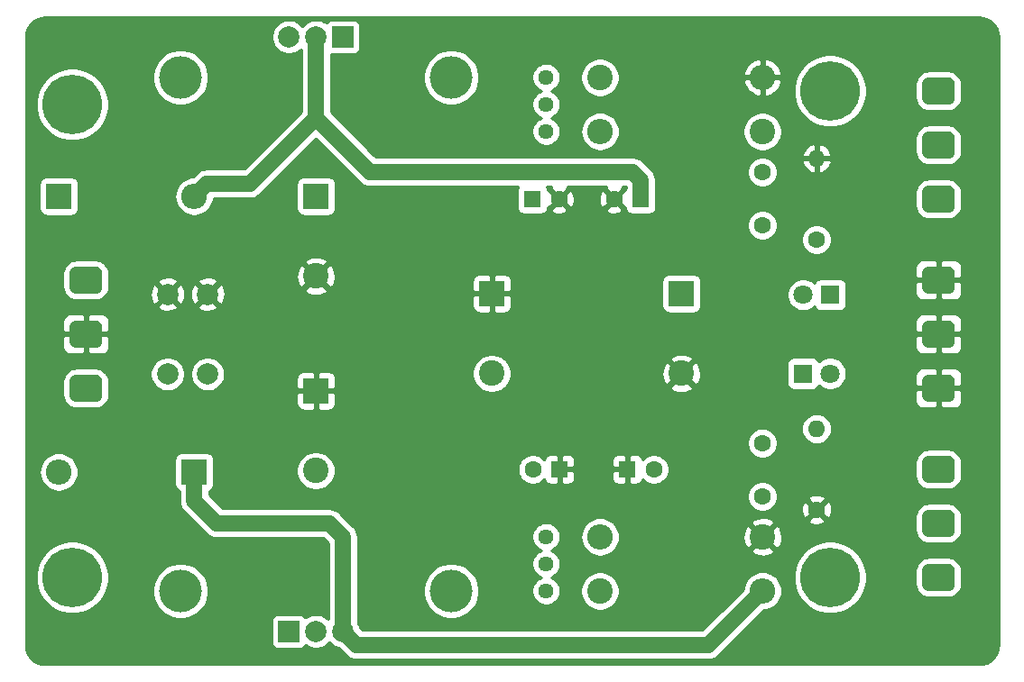
<source format=gbr>
G04 #@! TF.GenerationSoftware,KiCad,Pcbnew,(5.1.0)-1*
G04 #@! TF.CreationDate,2019-07-24T12:11:53+02:00*
G04 #@! TF.ProjectId,PSU - Filter,50535520-2d20-4466-996c-7465722e6b69,rev?*
G04 #@! TF.SameCoordinates,Original*
G04 #@! TF.FileFunction,Copper,L2,Bot*
G04 #@! TF.FilePolarity,Positive*
%FSLAX46Y46*%
G04 Gerber Fmt 4.6, Leading zero omitted, Abs format (unit mm)*
G04 Created by KiCad (PCBNEW (5.1.0)-1) date 2019-07-24 12:11:53*
%MOMM*%
%LPD*%
G04 APERTURE LIST*
%ADD10C,5.600000*%
%ADD11C,4.000000*%
%ADD12R,2.400000X2.400000*%
%ADD13C,2.400000*%
%ADD14C,2.000000*%
%ADD15C,1.600000*%
%ADD16C,0.100000*%
%ADD17C,2.540000*%
%ADD18C,1.800000*%
%ADD19R,1.800000X1.800000*%
%ADD20O,2.400000X2.400000*%
%ADD21O,1.600000X1.600000*%
%ADD22C,1.440000*%
%ADD23R,2.000000X2.000000*%
%ADD24R,1.600000X1.600000*%
%ADD25C,1.500000*%
%ADD26C,0.254000*%
G04 APERTURE END LIST*
D10*
X139700000Y-63500000D03*
X68580000Y-64770000D03*
X139700000Y-109220000D03*
D11*
X104140000Y-62230000D03*
X78740000Y-62230000D03*
X78740000Y-110490000D03*
X104140000Y-110490000D03*
D10*
X68580000Y-109220000D03*
D12*
X125730000Y-82550000D03*
D13*
X125730000Y-90050000D03*
X91440000Y-99194000D03*
D12*
X91440000Y-91694000D03*
X91440000Y-73406000D03*
D13*
X91440000Y-80906000D03*
X107950000Y-90050000D03*
D12*
X107950000Y-82550000D03*
D14*
X81280000Y-82610000D03*
X81280000Y-90110000D03*
X77520800Y-82610000D03*
X77520800Y-90110000D03*
D15*
X133350000Y-76120000D03*
X133350000Y-71120000D03*
X133350000Y-101600000D03*
X133350000Y-96600000D03*
D16*
G36*
X150827241Y-62233058D02*
G01*
X150888882Y-62242201D01*
X150949331Y-62257343D01*
X151008004Y-62278336D01*
X151064337Y-62304980D01*
X151117787Y-62337017D01*
X151167840Y-62374138D01*
X151214013Y-62415987D01*
X151255862Y-62462160D01*
X151292983Y-62512213D01*
X151325020Y-62565663D01*
X151351664Y-62621996D01*
X151372657Y-62680669D01*
X151387799Y-62741118D01*
X151396942Y-62802759D01*
X151400000Y-62865000D01*
X151400000Y-64135000D01*
X151396942Y-64197241D01*
X151387799Y-64258882D01*
X151372657Y-64319331D01*
X151351664Y-64378004D01*
X151325020Y-64434337D01*
X151292983Y-64487787D01*
X151255862Y-64537840D01*
X151214013Y-64584013D01*
X151167840Y-64625862D01*
X151117787Y-64662983D01*
X151064337Y-64695020D01*
X151008004Y-64721664D01*
X150949331Y-64742657D01*
X150888882Y-64757799D01*
X150827241Y-64766942D01*
X150765000Y-64770000D01*
X148955000Y-64770000D01*
X148892759Y-64766942D01*
X148831118Y-64757799D01*
X148770669Y-64742657D01*
X148711996Y-64721664D01*
X148655663Y-64695020D01*
X148602213Y-64662983D01*
X148552160Y-64625862D01*
X148505987Y-64584013D01*
X148464138Y-64537840D01*
X148427017Y-64487787D01*
X148394980Y-64434337D01*
X148368336Y-64378004D01*
X148347343Y-64319331D01*
X148332201Y-64258882D01*
X148323058Y-64197241D01*
X148320000Y-64135000D01*
X148320000Y-62865000D01*
X148323058Y-62802759D01*
X148332201Y-62741118D01*
X148347343Y-62680669D01*
X148368336Y-62621996D01*
X148394980Y-62565663D01*
X148427017Y-62512213D01*
X148464138Y-62462160D01*
X148505987Y-62415987D01*
X148552160Y-62374138D01*
X148602213Y-62337017D01*
X148655663Y-62304980D01*
X148711996Y-62278336D01*
X148770669Y-62257343D01*
X148831118Y-62242201D01*
X148892759Y-62233058D01*
X148955000Y-62230000D01*
X150765000Y-62230000D01*
X150827241Y-62233058D01*
X150827241Y-62233058D01*
G37*
D17*
X149860000Y-63500000D03*
D16*
G36*
X150827241Y-67313058D02*
G01*
X150888882Y-67322201D01*
X150949331Y-67337343D01*
X151008004Y-67358336D01*
X151064337Y-67384980D01*
X151117787Y-67417017D01*
X151167840Y-67454138D01*
X151214013Y-67495987D01*
X151255862Y-67542160D01*
X151292983Y-67592213D01*
X151325020Y-67645663D01*
X151351664Y-67701996D01*
X151372657Y-67760669D01*
X151387799Y-67821118D01*
X151396942Y-67882759D01*
X151400000Y-67945000D01*
X151400000Y-69215000D01*
X151396942Y-69277241D01*
X151387799Y-69338882D01*
X151372657Y-69399331D01*
X151351664Y-69458004D01*
X151325020Y-69514337D01*
X151292983Y-69567787D01*
X151255862Y-69617840D01*
X151214013Y-69664013D01*
X151167840Y-69705862D01*
X151117787Y-69742983D01*
X151064337Y-69775020D01*
X151008004Y-69801664D01*
X150949331Y-69822657D01*
X150888882Y-69837799D01*
X150827241Y-69846942D01*
X150765000Y-69850000D01*
X148955000Y-69850000D01*
X148892759Y-69846942D01*
X148831118Y-69837799D01*
X148770669Y-69822657D01*
X148711996Y-69801664D01*
X148655663Y-69775020D01*
X148602213Y-69742983D01*
X148552160Y-69705862D01*
X148505987Y-69664013D01*
X148464138Y-69617840D01*
X148427017Y-69567787D01*
X148394980Y-69514337D01*
X148368336Y-69458004D01*
X148347343Y-69399331D01*
X148332201Y-69338882D01*
X148323058Y-69277241D01*
X148320000Y-69215000D01*
X148320000Y-67945000D01*
X148323058Y-67882759D01*
X148332201Y-67821118D01*
X148347343Y-67760669D01*
X148368336Y-67701996D01*
X148394980Y-67645663D01*
X148427017Y-67592213D01*
X148464138Y-67542160D01*
X148505987Y-67495987D01*
X148552160Y-67454138D01*
X148602213Y-67417017D01*
X148655663Y-67384980D01*
X148711996Y-67358336D01*
X148770669Y-67337343D01*
X148831118Y-67322201D01*
X148892759Y-67313058D01*
X148955000Y-67310000D01*
X150765000Y-67310000D01*
X150827241Y-67313058D01*
X150827241Y-67313058D01*
G37*
D17*
X149860000Y-68580000D03*
D16*
G36*
X150827241Y-72393058D02*
G01*
X150888882Y-72402201D01*
X150949331Y-72417343D01*
X151008004Y-72438336D01*
X151064337Y-72464980D01*
X151117787Y-72497017D01*
X151167840Y-72534138D01*
X151214013Y-72575987D01*
X151255862Y-72622160D01*
X151292983Y-72672213D01*
X151325020Y-72725663D01*
X151351664Y-72781996D01*
X151372657Y-72840669D01*
X151387799Y-72901118D01*
X151396942Y-72962759D01*
X151400000Y-73025000D01*
X151400000Y-74295000D01*
X151396942Y-74357241D01*
X151387799Y-74418882D01*
X151372657Y-74479331D01*
X151351664Y-74538004D01*
X151325020Y-74594337D01*
X151292983Y-74647787D01*
X151255862Y-74697840D01*
X151214013Y-74744013D01*
X151167840Y-74785862D01*
X151117787Y-74822983D01*
X151064337Y-74855020D01*
X151008004Y-74881664D01*
X150949331Y-74902657D01*
X150888882Y-74917799D01*
X150827241Y-74926942D01*
X150765000Y-74930000D01*
X148955000Y-74930000D01*
X148892759Y-74926942D01*
X148831118Y-74917799D01*
X148770669Y-74902657D01*
X148711996Y-74881664D01*
X148655663Y-74855020D01*
X148602213Y-74822983D01*
X148552160Y-74785862D01*
X148505987Y-74744013D01*
X148464138Y-74697840D01*
X148427017Y-74647787D01*
X148394980Y-74594337D01*
X148368336Y-74538004D01*
X148347343Y-74479331D01*
X148332201Y-74418882D01*
X148323058Y-74357241D01*
X148320000Y-74295000D01*
X148320000Y-73025000D01*
X148323058Y-72962759D01*
X148332201Y-72901118D01*
X148347343Y-72840669D01*
X148368336Y-72781996D01*
X148394980Y-72725663D01*
X148427017Y-72672213D01*
X148464138Y-72622160D01*
X148505987Y-72575987D01*
X148552160Y-72534138D01*
X148602213Y-72497017D01*
X148655663Y-72464980D01*
X148711996Y-72438336D01*
X148770669Y-72417343D01*
X148831118Y-72402201D01*
X148892759Y-72393058D01*
X148955000Y-72390000D01*
X150765000Y-72390000D01*
X150827241Y-72393058D01*
X150827241Y-72393058D01*
G37*
D17*
X149860000Y-73660000D03*
D16*
G36*
X150827241Y-90173058D02*
G01*
X150888882Y-90182201D01*
X150949331Y-90197343D01*
X151008004Y-90218336D01*
X151064337Y-90244980D01*
X151117787Y-90277017D01*
X151167840Y-90314138D01*
X151214013Y-90355987D01*
X151255862Y-90402160D01*
X151292983Y-90452213D01*
X151325020Y-90505663D01*
X151351664Y-90561996D01*
X151372657Y-90620669D01*
X151387799Y-90681118D01*
X151396942Y-90742759D01*
X151400000Y-90805000D01*
X151400000Y-92075000D01*
X151396942Y-92137241D01*
X151387799Y-92198882D01*
X151372657Y-92259331D01*
X151351664Y-92318004D01*
X151325020Y-92374337D01*
X151292983Y-92427787D01*
X151255862Y-92477840D01*
X151214013Y-92524013D01*
X151167840Y-92565862D01*
X151117787Y-92602983D01*
X151064337Y-92635020D01*
X151008004Y-92661664D01*
X150949331Y-92682657D01*
X150888882Y-92697799D01*
X150827241Y-92706942D01*
X150765000Y-92710000D01*
X148955000Y-92710000D01*
X148892759Y-92706942D01*
X148831118Y-92697799D01*
X148770669Y-92682657D01*
X148711996Y-92661664D01*
X148655663Y-92635020D01*
X148602213Y-92602983D01*
X148552160Y-92565862D01*
X148505987Y-92524013D01*
X148464138Y-92477840D01*
X148427017Y-92427787D01*
X148394980Y-92374337D01*
X148368336Y-92318004D01*
X148347343Y-92259331D01*
X148332201Y-92198882D01*
X148323058Y-92137241D01*
X148320000Y-92075000D01*
X148320000Y-90805000D01*
X148323058Y-90742759D01*
X148332201Y-90681118D01*
X148347343Y-90620669D01*
X148368336Y-90561996D01*
X148394980Y-90505663D01*
X148427017Y-90452213D01*
X148464138Y-90402160D01*
X148505987Y-90355987D01*
X148552160Y-90314138D01*
X148602213Y-90277017D01*
X148655663Y-90244980D01*
X148711996Y-90218336D01*
X148770669Y-90197343D01*
X148831118Y-90182201D01*
X148892759Y-90173058D01*
X148955000Y-90170000D01*
X150765000Y-90170000D01*
X150827241Y-90173058D01*
X150827241Y-90173058D01*
G37*
D17*
X149860000Y-91440000D03*
D16*
G36*
X150827241Y-85093058D02*
G01*
X150888882Y-85102201D01*
X150949331Y-85117343D01*
X151008004Y-85138336D01*
X151064337Y-85164980D01*
X151117787Y-85197017D01*
X151167840Y-85234138D01*
X151214013Y-85275987D01*
X151255862Y-85322160D01*
X151292983Y-85372213D01*
X151325020Y-85425663D01*
X151351664Y-85481996D01*
X151372657Y-85540669D01*
X151387799Y-85601118D01*
X151396942Y-85662759D01*
X151400000Y-85725000D01*
X151400000Y-86995000D01*
X151396942Y-87057241D01*
X151387799Y-87118882D01*
X151372657Y-87179331D01*
X151351664Y-87238004D01*
X151325020Y-87294337D01*
X151292983Y-87347787D01*
X151255862Y-87397840D01*
X151214013Y-87444013D01*
X151167840Y-87485862D01*
X151117787Y-87522983D01*
X151064337Y-87555020D01*
X151008004Y-87581664D01*
X150949331Y-87602657D01*
X150888882Y-87617799D01*
X150827241Y-87626942D01*
X150765000Y-87630000D01*
X148955000Y-87630000D01*
X148892759Y-87626942D01*
X148831118Y-87617799D01*
X148770669Y-87602657D01*
X148711996Y-87581664D01*
X148655663Y-87555020D01*
X148602213Y-87522983D01*
X148552160Y-87485862D01*
X148505987Y-87444013D01*
X148464138Y-87397840D01*
X148427017Y-87347787D01*
X148394980Y-87294337D01*
X148368336Y-87238004D01*
X148347343Y-87179331D01*
X148332201Y-87118882D01*
X148323058Y-87057241D01*
X148320000Y-86995000D01*
X148320000Y-85725000D01*
X148323058Y-85662759D01*
X148332201Y-85601118D01*
X148347343Y-85540669D01*
X148368336Y-85481996D01*
X148394980Y-85425663D01*
X148427017Y-85372213D01*
X148464138Y-85322160D01*
X148505987Y-85275987D01*
X148552160Y-85234138D01*
X148602213Y-85197017D01*
X148655663Y-85164980D01*
X148711996Y-85138336D01*
X148770669Y-85117343D01*
X148831118Y-85102201D01*
X148892759Y-85093058D01*
X148955000Y-85090000D01*
X150765000Y-85090000D01*
X150827241Y-85093058D01*
X150827241Y-85093058D01*
G37*
D17*
X149860000Y-86360000D03*
D16*
G36*
X150827241Y-80013058D02*
G01*
X150888882Y-80022201D01*
X150949331Y-80037343D01*
X151008004Y-80058336D01*
X151064337Y-80084980D01*
X151117787Y-80117017D01*
X151167840Y-80154138D01*
X151214013Y-80195987D01*
X151255862Y-80242160D01*
X151292983Y-80292213D01*
X151325020Y-80345663D01*
X151351664Y-80401996D01*
X151372657Y-80460669D01*
X151387799Y-80521118D01*
X151396942Y-80582759D01*
X151400000Y-80645000D01*
X151400000Y-81915000D01*
X151396942Y-81977241D01*
X151387799Y-82038882D01*
X151372657Y-82099331D01*
X151351664Y-82158004D01*
X151325020Y-82214337D01*
X151292983Y-82267787D01*
X151255862Y-82317840D01*
X151214013Y-82364013D01*
X151167840Y-82405862D01*
X151117787Y-82442983D01*
X151064337Y-82475020D01*
X151008004Y-82501664D01*
X150949331Y-82522657D01*
X150888882Y-82537799D01*
X150827241Y-82546942D01*
X150765000Y-82550000D01*
X148955000Y-82550000D01*
X148892759Y-82546942D01*
X148831118Y-82537799D01*
X148770669Y-82522657D01*
X148711996Y-82501664D01*
X148655663Y-82475020D01*
X148602213Y-82442983D01*
X148552160Y-82405862D01*
X148505987Y-82364013D01*
X148464138Y-82317840D01*
X148427017Y-82267787D01*
X148394980Y-82214337D01*
X148368336Y-82158004D01*
X148347343Y-82099331D01*
X148332201Y-82038882D01*
X148323058Y-81977241D01*
X148320000Y-81915000D01*
X148320000Y-80645000D01*
X148323058Y-80582759D01*
X148332201Y-80521118D01*
X148347343Y-80460669D01*
X148368336Y-80401996D01*
X148394980Y-80345663D01*
X148427017Y-80292213D01*
X148464138Y-80242160D01*
X148505987Y-80195987D01*
X148552160Y-80154138D01*
X148602213Y-80117017D01*
X148655663Y-80084980D01*
X148711996Y-80058336D01*
X148770669Y-80037343D01*
X148831118Y-80022201D01*
X148892759Y-80013058D01*
X148955000Y-80010000D01*
X150765000Y-80010000D01*
X150827241Y-80013058D01*
X150827241Y-80013058D01*
G37*
D17*
X149860000Y-81280000D03*
D16*
G36*
X150827241Y-97793058D02*
G01*
X150888882Y-97802201D01*
X150949331Y-97817343D01*
X151008004Y-97838336D01*
X151064337Y-97864980D01*
X151117787Y-97897017D01*
X151167840Y-97934138D01*
X151214013Y-97975987D01*
X151255862Y-98022160D01*
X151292983Y-98072213D01*
X151325020Y-98125663D01*
X151351664Y-98181996D01*
X151372657Y-98240669D01*
X151387799Y-98301118D01*
X151396942Y-98362759D01*
X151400000Y-98425000D01*
X151400000Y-99695000D01*
X151396942Y-99757241D01*
X151387799Y-99818882D01*
X151372657Y-99879331D01*
X151351664Y-99938004D01*
X151325020Y-99994337D01*
X151292983Y-100047787D01*
X151255862Y-100097840D01*
X151214013Y-100144013D01*
X151167840Y-100185862D01*
X151117787Y-100222983D01*
X151064337Y-100255020D01*
X151008004Y-100281664D01*
X150949331Y-100302657D01*
X150888882Y-100317799D01*
X150827241Y-100326942D01*
X150765000Y-100330000D01*
X148955000Y-100330000D01*
X148892759Y-100326942D01*
X148831118Y-100317799D01*
X148770669Y-100302657D01*
X148711996Y-100281664D01*
X148655663Y-100255020D01*
X148602213Y-100222983D01*
X148552160Y-100185862D01*
X148505987Y-100144013D01*
X148464138Y-100097840D01*
X148427017Y-100047787D01*
X148394980Y-99994337D01*
X148368336Y-99938004D01*
X148347343Y-99879331D01*
X148332201Y-99818882D01*
X148323058Y-99757241D01*
X148320000Y-99695000D01*
X148320000Y-98425000D01*
X148323058Y-98362759D01*
X148332201Y-98301118D01*
X148347343Y-98240669D01*
X148368336Y-98181996D01*
X148394980Y-98125663D01*
X148427017Y-98072213D01*
X148464138Y-98022160D01*
X148505987Y-97975987D01*
X148552160Y-97934138D01*
X148602213Y-97897017D01*
X148655663Y-97864980D01*
X148711996Y-97838336D01*
X148770669Y-97817343D01*
X148831118Y-97802201D01*
X148892759Y-97793058D01*
X148955000Y-97790000D01*
X150765000Y-97790000D01*
X150827241Y-97793058D01*
X150827241Y-97793058D01*
G37*
D17*
X149860000Y-99060000D03*
D16*
G36*
X150827241Y-102873058D02*
G01*
X150888882Y-102882201D01*
X150949331Y-102897343D01*
X151008004Y-102918336D01*
X151064337Y-102944980D01*
X151117787Y-102977017D01*
X151167840Y-103014138D01*
X151214013Y-103055987D01*
X151255862Y-103102160D01*
X151292983Y-103152213D01*
X151325020Y-103205663D01*
X151351664Y-103261996D01*
X151372657Y-103320669D01*
X151387799Y-103381118D01*
X151396942Y-103442759D01*
X151400000Y-103505000D01*
X151400000Y-104775000D01*
X151396942Y-104837241D01*
X151387799Y-104898882D01*
X151372657Y-104959331D01*
X151351664Y-105018004D01*
X151325020Y-105074337D01*
X151292983Y-105127787D01*
X151255862Y-105177840D01*
X151214013Y-105224013D01*
X151167840Y-105265862D01*
X151117787Y-105302983D01*
X151064337Y-105335020D01*
X151008004Y-105361664D01*
X150949331Y-105382657D01*
X150888882Y-105397799D01*
X150827241Y-105406942D01*
X150765000Y-105410000D01*
X148955000Y-105410000D01*
X148892759Y-105406942D01*
X148831118Y-105397799D01*
X148770669Y-105382657D01*
X148711996Y-105361664D01*
X148655663Y-105335020D01*
X148602213Y-105302983D01*
X148552160Y-105265862D01*
X148505987Y-105224013D01*
X148464138Y-105177840D01*
X148427017Y-105127787D01*
X148394980Y-105074337D01*
X148368336Y-105018004D01*
X148347343Y-104959331D01*
X148332201Y-104898882D01*
X148323058Y-104837241D01*
X148320000Y-104775000D01*
X148320000Y-103505000D01*
X148323058Y-103442759D01*
X148332201Y-103381118D01*
X148347343Y-103320669D01*
X148368336Y-103261996D01*
X148394980Y-103205663D01*
X148427017Y-103152213D01*
X148464138Y-103102160D01*
X148505987Y-103055987D01*
X148552160Y-103014138D01*
X148602213Y-102977017D01*
X148655663Y-102944980D01*
X148711996Y-102918336D01*
X148770669Y-102897343D01*
X148831118Y-102882201D01*
X148892759Y-102873058D01*
X148955000Y-102870000D01*
X150765000Y-102870000D01*
X150827241Y-102873058D01*
X150827241Y-102873058D01*
G37*
D17*
X149860000Y-104140000D03*
D16*
G36*
X150827241Y-107953058D02*
G01*
X150888882Y-107962201D01*
X150949331Y-107977343D01*
X151008004Y-107998336D01*
X151064337Y-108024980D01*
X151117787Y-108057017D01*
X151167840Y-108094138D01*
X151214013Y-108135987D01*
X151255862Y-108182160D01*
X151292983Y-108232213D01*
X151325020Y-108285663D01*
X151351664Y-108341996D01*
X151372657Y-108400669D01*
X151387799Y-108461118D01*
X151396942Y-108522759D01*
X151400000Y-108585000D01*
X151400000Y-109855000D01*
X151396942Y-109917241D01*
X151387799Y-109978882D01*
X151372657Y-110039331D01*
X151351664Y-110098004D01*
X151325020Y-110154337D01*
X151292983Y-110207787D01*
X151255862Y-110257840D01*
X151214013Y-110304013D01*
X151167840Y-110345862D01*
X151117787Y-110382983D01*
X151064337Y-110415020D01*
X151008004Y-110441664D01*
X150949331Y-110462657D01*
X150888882Y-110477799D01*
X150827241Y-110486942D01*
X150765000Y-110490000D01*
X148955000Y-110490000D01*
X148892759Y-110486942D01*
X148831118Y-110477799D01*
X148770669Y-110462657D01*
X148711996Y-110441664D01*
X148655663Y-110415020D01*
X148602213Y-110382983D01*
X148552160Y-110345862D01*
X148505987Y-110304013D01*
X148464138Y-110257840D01*
X148427017Y-110207787D01*
X148394980Y-110154337D01*
X148368336Y-110098004D01*
X148347343Y-110039331D01*
X148332201Y-109978882D01*
X148323058Y-109917241D01*
X148320000Y-109855000D01*
X148320000Y-108585000D01*
X148323058Y-108522759D01*
X148332201Y-108461118D01*
X148347343Y-108400669D01*
X148368336Y-108341996D01*
X148394980Y-108285663D01*
X148427017Y-108232213D01*
X148464138Y-108182160D01*
X148505987Y-108135987D01*
X148552160Y-108094138D01*
X148602213Y-108057017D01*
X148655663Y-108024980D01*
X148711996Y-107998336D01*
X148770669Y-107977343D01*
X148831118Y-107962201D01*
X148892759Y-107953058D01*
X148955000Y-107950000D01*
X150765000Y-107950000D01*
X150827241Y-107953058D01*
X150827241Y-107953058D01*
G37*
D17*
X149860000Y-109220000D03*
D16*
G36*
X70817241Y-80013058D02*
G01*
X70878882Y-80022201D01*
X70939331Y-80037343D01*
X70998004Y-80058336D01*
X71054337Y-80084980D01*
X71107787Y-80117017D01*
X71157840Y-80154138D01*
X71204013Y-80195987D01*
X71245862Y-80242160D01*
X71282983Y-80292213D01*
X71315020Y-80345663D01*
X71341664Y-80401996D01*
X71362657Y-80460669D01*
X71377799Y-80521118D01*
X71386942Y-80582759D01*
X71390000Y-80645000D01*
X71390000Y-81915000D01*
X71386942Y-81977241D01*
X71377799Y-82038882D01*
X71362657Y-82099331D01*
X71341664Y-82158004D01*
X71315020Y-82214337D01*
X71282983Y-82267787D01*
X71245862Y-82317840D01*
X71204013Y-82364013D01*
X71157840Y-82405862D01*
X71107787Y-82442983D01*
X71054337Y-82475020D01*
X70998004Y-82501664D01*
X70939331Y-82522657D01*
X70878882Y-82537799D01*
X70817241Y-82546942D01*
X70755000Y-82550000D01*
X68945000Y-82550000D01*
X68882759Y-82546942D01*
X68821118Y-82537799D01*
X68760669Y-82522657D01*
X68701996Y-82501664D01*
X68645663Y-82475020D01*
X68592213Y-82442983D01*
X68542160Y-82405862D01*
X68495987Y-82364013D01*
X68454138Y-82317840D01*
X68417017Y-82267787D01*
X68384980Y-82214337D01*
X68358336Y-82158004D01*
X68337343Y-82099331D01*
X68322201Y-82038882D01*
X68313058Y-81977241D01*
X68310000Y-81915000D01*
X68310000Y-80645000D01*
X68313058Y-80582759D01*
X68322201Y-80521118D01*
X68337343Y-80460669D01*
X68358336Y-80401996D01*
X68384980Y-80345663D01*
X68417017Y-80292213D01*
X68454138Y-80242160D01*
X68495987Y-80195987D01*
X68542160Y-80154138D01*
X68592213Y-80117017D01*
X68645663Y-80084980D01*
X68701996Y-80058336D01*
X68760669Y-80037343D01*
X68821118Y-80022201D01*
X68882759Y-80013058D01*
X68945000Y-80010000D01*
X70755000Y-80010000D01*
X70817241Y-80013058D01*
X70817241Y-80013058D01*
G37*
D17*
X69850000Y-81280000D03*
D16*
G36*
X70817241Y-85093058D02*
G01*
X70878882Y-85102201D01*
X70939331Y-85117343D01*
X70998004Y-85138336D01*
X71054337Y-85164980D01*
X71107787Y-85197017D01*
X71157840Y-85234138D01*
X71204013Y-85275987D01*
X71245862Y-85322160D01*
X71282983Y-85372213D01*
X71315020Y-85425663D01*
X71341664Y-85481996D01*
X71362657Y-85540669D01*
X71377799Y-85601118D01*
X71386942Y-85662759D01*
X71390000Y-85725000D01*
X71390000Y-86995000D01*
X71386942Y-87057241D01*
X71377799Y-87118882D01*
X71362657Y-87179331D01*
X71341664Y-87238004D01*
X71315020Y-87294337D01*
X71282983Y-87347787D01*
X71245862Y-87397840D01*
X71204013Y-87444013D01*
X71157840Y-87485862D01*
X71107787Y-87522983D01*
X71054337Y-87555020D01*
X70998004Y-87581664D01*
X70939331Y-87602657D01*
X70878882Y-87617799D01*
X70817241Y-87626942D01*
X70755000Y-87630000D01*
X68945000Y-87630000D01*
X68882759Y-87626942D01*
X68821118Y-87617799D01*
X68760669Y-87602657D01*
X68701996Y-87581664D01*
X68645663Y-87555020D01*
X68592213Y-87522983D01*
X68542160Y-87485862D01*
X68495987Y-87444013D01*
X68454138Y-87397840D01*
X68417017Y-87347787D01*
X68384980Y-87294337D01*
X68358336Y-87238004D01*
X68337343Y-87179331D01*
X68322201Y-87118882D01*
X68313058Y-87057241D01*
X68310000Y-86995000D01*
X68310000Y-85725000D01*
X68313058Y-85662759D01*
X68322201Y-85601118D01*
X68337343Y-85540669D01*
X68358336Y-85481996D01*
X68384980Y-85425663D01*
X68417017Y-85372213D01*
X68454138Y-85322160D01*
X68495987Y-85275987D01*
X68542160Y-85234138D01*
X68592213Y-85197017D01*
X68645663Y-85164980D01*
X68701996Y-85138336D01*
X68760669Y-85117343D01*
X68821118Y-85102201D01*
X68882759Y-85093058D01*
X68945000Y-85090000D01*
X70755000Y-85090000D01*
X70817241Y-85093058D01*
X70817241Y-85093058D01*
G37*
D17*
X69850000Y-86360000D03*
D16*
G36*
X70817241Y-90173058D02*
G01*
X70878882Y-90182201D01*
X70939331Y-90197343D01*
X70998004Y-90218336D01*
X71054337Y-90244980D01*
X71107787Y-90277017D01*
X71157840Y-90314138D01*
X71204013Y-90355987D01*
X71245862Y-90402160D01*
X71282983Y-90452213D01*
X71315020Y-90505663D01*
X71341664Y-90561996D01*
X71362657Y-90620669D01*
X71377799Y-90681118D01*
X71386942Y-90742759D01*
X71390000Y-90805000D01*
X71390000Y-92075000D01*
X71386942Y-92137241D01*
X71377799Y-92198882D01*
X71362657Y-92259331D01*
X71341664Y-92318004D01*
X71315020Y-92374337D01*
X71282983Y-92427787D01*
X71245862Y-92477840D01*
X71204013Y-92524013D01*
X71157840Y-92565862D01*
X71107787Y-92602983D01*
X71054337Y-92635020D01*
X70998004Y-92661664D01*
X70939331Y-92682657D01*
X70878882Y-92697799D01*
X70817241Y-92706942D01*
X70755000Y-92710000D01*
X68945000Y-92710000D01*
X68882759Y-92706942D01*
X68821118Y-92697799D01*
X68760669Y-92682657D01*
X68701996Y-92661664D01*
X68645663Y-92635020D01*
X68592213Y-92602983D01*
X68542160Y-92565862D01*
X68495987Y-92524013D01*
X68454138Y-92477840D01*
X68417017Y-92427787D01*
X68384980Y-92374337D01*
X68358336Y-92318004D01*
X68337343Y-92259331D01*
X68322201Y-92198882D01*
X68313058Y-92137241D01*
X68310000Y-92075000D01*
X68310000Y-90805000D01*
X68313058Y-90742759D01*
X68322201Y-90681118D01*
X68337343Y-90620669D01*
X68358336Y-90561996D01*
X68384980Y-90505663D01*
X68417017Y-90452213D01*
X68454138Y-90402160D01*
X68495987Y-90355987D01*
X68542160Y-90314138D01*
X68592213Y-90277017D01*
X68645663Y-90244980D01*
X68701996Y-90218336D01*
X68760669Y-90197343D01*
X68821118Y-90182201D01*
X68882759Y-90173058D01*
X68945000Y-90170000D01*
X70755000Y-90170000D01*
X70817241Y-90173058D01*
X70817241Y-90173058D01*
G37*
D17*
X69850000Y-91440000D03*
D18*
X137165000Y-82663333D03*
D19*
X139705000Y-82663333D03*
X137155000Y-90056666D03*
D18*
X139695000Y-90056666D03*
D20*
X118110000Y-67310000D03*
D13*
X133350000Y-67310000D03*
X118110000Y-62230000D03*
D20*
X133350000Y-62230000D03*
X118110000Y-105410000D03*
D13*
X133350000Y-105410000D03*
X118110000Y-110490000D03*
D20*
X133350000Y-110490000D03*
D21*
X138430000Y-69850000D03*
D15*
X138430000Y-77470000D03*
X138430000Y-102870000D03*
D21*
X138430000Y-95250000D03*
D22*
X113030000Y-67310000D03*
X113030000Y-64770000D03*
X113030000Y-62230000D03*
X113030000Y-110490000D03*
X113030000Y-107950000D03*
X113030000Y-105410000D03*
D23*
X93980000Y-58420000D03*
D14*
X91440000Y-58420000D03*
X88900000Y-58420000D03*
X93980000Y-114300000D03*
X91440000Y-114300000D03*
D23*
X88900000Y-114300000D03*
D20*
X80010000Y-73406000D03*
D12*
X67310000Y-73406000D03*
X80010000Y-99314000D03*
D20*
X67310000Y-99314000D03*
D15*
X114260000Y-73660000D03*
D24*
X111760000Y-73660000D03*
D15*
X111800000Y-99060000D03*
D24*
X114300000Y-99060000D03*
X121920000Y-73660000D03*
D15*
X119420000Y-73660000D03*
D24*
X120650000Y-99060000D03*
D15*
X123150000Y-99060000D03*
D25*
X92710000Y-104140000D02*
X88560000Y-104140000D01*
X93980000Y-114300000D02*
X93980000Y-105410000D01*
X93980000Y-105410000D02*
X92710000Y-104140000D01*
X130615010Y-113224990D02*
X133350000Y-110490000D01*
X128270000Y-115570000D02*
X130615010Y-113224990D01*
X93980000Y-114300000D02*
X95250000Y-115570000D01*
X95250000Y-115570000D02*
X128270000Y-115570000D01*
X82136000Y-104140000D02*
X88560000Y-104140000D01*
X80010000Y-102014000D02*
X82136000Y-104140000D01*
X80010000Y-99314000D02*
X80010000Y-102014000D01*
X121180000Y-71120000D02*
X121920000Y-71860000D01*
X96520000Y-71120000D02*
X121180000Y-71120000D01*
X91440000Y-66040000D02*
X96520000Y-71120000D01*
X91440000Y-62204600D02*
X91440000Y-66040000D01*
X121920000Y-73660000D02*
X121920000Y-71860000D01*
X91440000Y-62204600D02*
X91440000Y-58420000D01*
X85273999Y-72206001D02*
X91440000Y-66040000D01*
X81209999Y-72206001D02*
X85273999Y-72206001D01*
X80010000Y-73406000D02*
X81209999Y-72206001D01*
D26*
G36*
X154024785Y-56628191D02*
G01*
X154366060Y-56731228D01*
X154680822Y-56898590D01*
X154957083Y-57123903D01*
X155184317Y-57398582D01*
X155353870Y-57712164D01*
X155459286Y-58052708D01*
X155500001Y-58440082D01*
X155500000Y-115535280D01*
X155461809Y-115924784D01*
X155358771Y-116266063D01*
X155191409Y-116580825D01*
X154966097Y-116857083D01*
X154691418Y-117084317D01*
X154377838Y-117253869D01*
X154037288Y-117359287D01*
X153649928Y-117400000D01*
X66074720Y-117400000D01*
X65685216Y-117361809D01*
X65343937Y-117258771D01*
X65029175Y-117091409D01*
X64752917Y-116866097D01*
X64525683Y-116591418D01*
X64356131Y-116277838D01*
X64250713Y-115937288D01*
X64210000Y-115549928D01*
X64210000Y-108881682D01*
X65145000Y-108881682D01*
X65145000Y-109558318D01*
X65277006Y-110221952D01*
X65535943Y-110847082D01*
X65911862Y-111409685D01*
X66390315Y-111888138D01*
X66952918Y-112264057D01*
X67578048Y-112522994D01*
X68241682Y-112655000D01*
X68918318Y-112655000D01*
X69581952Y-112522994D01*
X70207082Y-112264057D01*
X70769685Y-111888138D01*
X71248138Y-111409685D01*
X71624057Y-110847082D01*
X71879463Y-110230475D01*
X76105000Y-110230475D01*
X76105000Y-110749525D01*
X76206261Y-111258601D01*
X76404893Y-111738141D01*
X76693262Y-112169715D01*
X77060285Y-112536738D01*
X77491859Y-112825107D01*
X77971399Y-113023739D01*
X78480475Y-113125000D01*
X78999525Y-113125000D01*
X79508601Y-113023739D01*
X79988141Y-112825107D01*
X80419715Y-112536738D01*
X80786738Y-112169715D01*
X81075107Y-111738141D01*
X81273739Y-111258601D01*
X81375000Y-110749525D01*
X81375000Y-110230475D01*
X81273739Y-109721399D01*
X81075107Y-109241859D01*
X80786738Y-108810285D01*
X80419715Y-108443262D01*
X79988141Y-108154893D01*
X79508601Y-107956261D01*
X78999525Y-107855000D01*
X78480475Y-107855000D01*
X77971399Y-107956261D01*
X77491859Y-108154893D01*
X77060285Y-108443262D01*
X76693262Y-108810285D01*
X76404893Y-109241859D01*
X76206261Y-109721399D01*
X76105000Y-110230475D01*
X71879463Y-110230475D01*
X71882994Y-110221952D01*
X72015000Y-109558318D01*
X72015000Y-108881682D01*
X71882994Y-108218048D01*
X71624057Y-107592918D01*
X71248138Y-107030315D01*
X70769685Y-106551862D01*
X70207082Y-106175943D01*
X69581952Y-105917006D01*
X68918318Y-105785000D01*
X68241682Y-105785000D01*
X67578048Y-105917006D01*
X66952918Y-106175943D01*
X66390315Y-106551862D01*
X65911862Y-107030315D01*
X65535943Y-107592918D01*
X65277006Y-108218048D01*
X65145000Y-108881682D01*
X64210000Y-108881682D01*
X64210000Y-99314000D01*
X65466122Y-99314000D01*
X65501552Y-99673723D01*
X65606479Y-100019622D01*
X65776871Y-100338404D01*
X66006181Y-100617819D01*
X66285596Y-100847129D01*
X66604378Y-101017521D01*
X66950277Y-101122448D01*
X67219861Y-101149000D01*
X67400139Y-101149000D01*
X67669723Y-101122448D01*
X68015622Y-101017521D01*
X68334404Y-100847129D01*
X68613819Y-100617819D01*
X68843129Y-100338404D01*
X69013521Y-100019622D01*
X69118448Y-99673723D01*
X69153878Y-99314000D01*
X69118448Y-98954277D01*
X69013521Y-98608378D01*
X68843129Y-98289596D01*
X68699022Y-98114000D01*
X78171928Y-98114000D01*
X78171928Y-100514000D01*
X78184188Y-100638482D01*
X78220498Y-100758180D01*
X78279463Y-100868494D01*
X78358815Y-100965185D01*
X78455506Y-101044537D01*
X78565820Y-101103502D01*
X78625001Y-101121454D01*
X78625001Y-101945961D01*
X78618300Y-102014000D01*
X78645040Y-102285507D01*
X78724236Y-102546580D01*
X78852844Y-102787188D01*
X78982548Y-102945233D01*
X78982551Y-102945236D01*
X79025920Y-102998081D01*
X79078764Y-103041449D01*
X81108550Y-105071236D01*
X81151919Y-105124081D01*
X81204764Y-105167450D01*
X81204766Y-105167452D01*
X81317099Y-105259641D01*
X81362812Y-105297157D01*
X81471620Y-105355316D01*
X81603419Y-105425764D01*
X81864492Y-105504960D01*
X81890099Y-105507482D01*
X82067963Y-105525000D01*
X82067970Y-105525000D01*
X82135999Y-105531700D01*
X82204028Y-105525000D01*
X92136315Y-105525000D01*
X92595001Y-105983687D01*
X92595000Y-113142761D01*
X92482252Y-113030013D01*
X92214463Y-112851082D01*
X91916912Y-112727832D01*
X91601033Y-112665000D01*
X91278967Y-112665000D01*
X90963088Y-112727832D01*
X90665537Y-112851082D01*
X90455191Y-112991630D01*
X90430537Y-112945506D01*
X90351185Y-112848815D01*
X90254494Y-112769463D01*
X90144180Y-112710498D01*
X90024482Y-112674188D01*
X89900000Y-112661928D01*
X87900000Y-112661928D01*
X87775518Y-112674188D01*
X87655820Y-112710498D01*
X87545506Y-112769463D01*
X87448815Y-112848815D01*
X87369463Y-112945506D01*
X87310498Y-113055820D01*
X87274188Y-113175518D01*
X87261928Y-113300000D01*
X87261928Y-115300000D01*
X87274188Y-115424482D01*
X87310498Y-115544180D01*
X87369463Y-115654494D01*
X87448815Y-115751185D01*
X87545506Y-115830537D01*
X87655820Y-115889502D01*
X87775518Y-115925812D01*
X87900000Y-115938072D01*
X89900000Y-115938072D01*
X90024482Y-115925812D01*
X90144180Y-115889502D01*
X90254494Y-115830537D01*
X90351185Y-115751185D01*
X90430537Y-115654494D01*
X90455191Y-115608370D01*
X90665537Y-115748918D01*
X90963088Y-115872168D01*
X91278967Y-115935000D01*
X91601033Y-115935000D01*
X91916912Y-115872168D01*
X92214463Y-115748918D01*
X92482252Y-115569987D01*
X92709987Y-115342252D01*
X92710000Y-115342233D01*
X92710013Y-115342252D01*
X92937748Y-115569987D01*
X93205537Y-115748918D01*
X93503088Y-115872168D01*
X93615928Y-115894613D01*
X94222550Y-116501236D01*
X94265919Y-116554081D01*
X94318764Y-116597450D01*
X94318766Y-116597452D01*
X94386034Y-116652657D01*
X94476812Y-116727157D01*
X94717419Y-116855764D01*
X94978493Y-116934960D01*
X95181963Y-116955000D01*
X95181972Y-116955000D01*
X95249999Y-116961700D01*
X95318026Y-116955000D01*
X128201971Y-116955000D01*
X128270000Y-116961700D01*
X128338029Y-116955000D01*
X128338037Y-116955000D01*
X128541507Y-116934960D01*
X128802581Y-116855764D01*
X129043188Y-116727157D01*
X129254081Y-116554081D01*
X129297454Y-116501231D01*
X131642462Y-114156224D01*
X131642466Y-114156219D01*
X133477351Y-112321335D01*
X133709723Y-112298448D01*
X134055622Y-112193521D01*
X134374404Y-112023129D01*
X134653819Y-111793819D01*
X134883129Y-111514404D01*
X135053521Y-111195622D01*
X135158448Y-110849723D01*
X135193878Y-110490000D01*
X135158448Y-110130277D01*
X135053521Y-109784378D01*
X134883129Y-109465596D01*
X134653819Y-109186181D01*
X134374404Y-108956871D01*
X134233735Y-108881682D01*
X136265000Y-108881682D01*
X136265000Y-109558318D01*
X136397006Y-110221952D01*
X136655943Y-110847082D01*
X137031862Y-111409685D01*
X137510315Y-111888138D01*
X138072918Y-112264057D01*
X138698048Y-112522994D01*
X139361682Y-112655000D01*
X140038318Y-112655000D01*
X140701952Y-112522994D01*
X141327082Y-112264057D01*
X141889685Y-111888138D01*
X142368138Y-111409685D01*
X142744057Y-110847082D01*
X143002994Y-110221952D01*
X143135000Y-109558318D01*
X143135000Y-108881682D01*
X143075986Y-108585000D01*
X147681928Y-108585000D01*
X147681928Y-109855000D01*
X147706390Y-110103364D01*
X147778835Y-110342184D01*
X147896479Y-110562281D01*
X148054802Y-110755198D01*
X148247719Y-110913521D01*
X148467816Y-111031165D01*
X148706636Y-111103610D01*
X148955000Y-111128072D01*
X150765000Y-111128072D01*
X151013364Y-111103610D01*
X151252184Y-111031165D01*
X151472281Y-110913521D01*
X151665198Y-110755198D01*
X151823521Y-110562281D01*
X151941165Y-110342184D01*
X152013610Y-110103364D01*
X152038072Y-109855000D01*
X152038072Y-108585000D01*
X152013610Y-108336636D01*
X151941165Y-108097816D01*
X151823521Y-107877719D01*
X151665198Y-107684802D01*
X151472281Y-107526479D01*
X151252184Y-107408835D01*
X151013364Y-107336390D01*
X150765000Y-107311928D01*
X148955000Y-107311928D01*
X148706636Y-107336390D01*
X148467816Y-107408835D01*
X148247719Y-107526479D01*
X148054802Y-107684802D01*
X147896479Y-107877719D01*
X147778835Y-108097816D01*
X147706390Y-108336636D01*
X147681928Y-108585000D01*
X143075986Y-108585000D01*
X143002994Y-108218048D01*
X142744057Y-107592918D01*
X142368138Y-107030315D01*
X141889685Y-106551862D01*
X141327082Y-106175943D01*
X140701952Y-105917006D01*
X140038318Y-105785000D01*
X139361682Y-105785000D01*
X138698048Y-105917006D01*
X138072918Y-106175943D01*
X137510315Y-106551862D01*
X137031862Y-107030315D01*
X136655943Y-107592918D01*
X136397006Y-108218048D01*
X136265000Y-108881682D01*
X134233735Y-108881682D01*
X134055622Y-108786479D01*
X133709723Y-108681552D01*
X133440139Y-108655000D01*
X133259861Y-108655000D01*
X132990277Y-108681552D01*
X132644378Y-108786479D01*
X132325596Y-108956871D01*
X132046181Y-109186181D01*
X131816871Y-109465596D01*
X131646479Y-109784378D01*
X131541552Y-110130277D01*
X131518665Y-110362649D01*
X129683781Y-112197534D01*
X129683776Y-112197538D01*
X127696315Y-114185000D01*
X95823686Y-114185000D01*
X95574613Y-113935928D01*
X95552168Y-113823088D01*
X95428918Y-113525537D01*
X95365000Y-113429877D01*
X95365000Y-110230475D01*
X101505000Y-110230475D01*
X101505000Y-110749525D01*
X101606261Y-111258601D01*
X101804893Y-111738141D01*
X102093262Y-112169715D01*
X102460285Y-112536738D01*
X102891859Y-112825107D01*
X103371399Y-113023739D01*
X103880475Y-113125000D01*
X104399525Y-113125000D01*
X104908601Y-113023739D01*
X105388141Y-112825107D01*
X105819715Y-112536738D01*
X106186738Y-112169715D01*
X106475107Y-111738141D01*
X106673739Y-111258601D01*
X106775000Y-110749525D01*
X106775000Y-110230475D01*
X106673739Y-109721399D01*
X106475107Y-109241859D01*
X106186738Y-108810285D01*
X105819715Y-108443262D01*
X105388141Y-108154893D01*
X104908601Y-107956261D01*
X104399525Y-107855000D01*
X103880475Y-107855000D01*
X103371399Y-107956261D01*
X102891859Y-108154893D01*
X102460285Y-108443262D01*
X102093262Y-108810285D01*
X101804893Y-109241859D01*
X101606261Y-109721399D01*
X101505000Y-110230475D01*
X95365000Y-110230475D01*
X95365000Y-105478026D01*
X95371700Y-105409999D01*
X95365000Y-105341972D01*
X95365000Y-105341963D01*
X95358557Y-105276544D01*
X111675000Y-105276544D01*
X111675000Y-105543456D01*
X111727072Y-105805239D01*
X111829215Y-106051833D01*
X111977503Y-106273762D01*
X112166238Y-106462497D01*
X112388167Y-106610785D01*
X112555266Y-106680000D01*
X112388167Y-106749215D01*
X112166238Y-106897503D01*
X111977503Y-107086238D01*
X111829215Y-107308167D01*
X111727072Y-107554761D01*
X111675000Y-107816544D01*
X111675000Y-108083456D01*
X111727072Y-108345239D01*
X111829215Y-108591833D01*
X111977503Y-108813762D01*
X112166238Y-109002497D01*
X112388167Y-109150785D01*
X112555266Y-109220000D01*
X112388167Y-109289215D01*
X112166238Y-109437503D01*
X111977503Y-109626238D01*
X111829215Y-109848167D01*
X111727072Y-110094761D01*
X111675000Y-110356544D01*
X111675000Y-110623456D01*
X111727072Y-110885239D01*
X111829215Y-111131833D01*
X111977503Y-111353762D01*
X112166238Y-111542497D01*
X112388167Y-111690785D01*
X112634761Y-111792928D01*
X112896544Y-111845000D01*
X113163456Y-111845000D01*
X113425239Y-111792928D01*
X113671833Y-111690785D01*
X113893762Y-111542497D01*
X114082497Y-111353762D01*
X114230785Y-111131833D01*
X114332928Y-110885239D01*
X114385000Y-110623456D01*
X114385000Y-110356544D01*
X114375597Y-110309268D01*
X116275000Y-110309268D01*
X116275000Y-110670732D01*
X116345518Y-111025250D01*
X116483844Y-111359199D01*
X116684662Y-111659744D01*
X116940256Y-111915338D01*
X117240801Y-112116156D01*
X117574750Y-112254482D01*
X117929268Y-112325000D01*
X118290732Y-112325000D01*
X118645250Y-112254482D01*
X118979199Y-112116156D01*
X119279744Y-111915338D01*
X119535338Y-111659744D01*
X119736156Y-111359199D01*
X119874482Y-111025250D01*
X119945000Y-110670732D01*
X119945000Y-110309268D01*
X119874482Y-109954750D01*
X119736156Y-109620801D01*
X119535338Y-109320256D01*
X119279744Y-109064662D01*
X118979199Y-108863844D01*
X118645250Y-108725518D01*
X118290732Y-108655000D01*
X117929268Y-108655000D01*
X117574750Y-108725518D01*
X117240801Y-108863844D01*
X116940256Y-109064662D01*
X116684662Y-109320256D01*
X116483844Y-109620801D01*
X116345518Y-109954750D01*
X116275000Y-110309268D01*
X114375597Y-110309268D01*
X114332928Y-110094761D01*
X114230785Y-109848167D01*
X114082497Y-109626238D01*
X113893762Y-109437503D01*
X113671833Y-109289215D01*
X113504734Y-109220000D01*
X113671833Y-109150785D01*
X113893762Y-109002497D01*
X114082497Y-108813762D01*
X114230785Y-108591833D01*
X114332928Y-108345239D01*
X114385000Y-108083456D01*
X114385000Y-107816544D01*
X114332928Y-107554761D01*
X114230785Y-107308167D01*
X114082497Y-107086238D01*
X113893762Y-106897503D01*
X113671833Y-106749215D01*
X113504734Y-106680000D01*
X113671833Y-106610785D01*
X113893762Y-106462497D01*
X114082497Y-106273762D01*
X114230785Y-106051833D01*
X114332928Y-105805239D01*
X114385000Y-105543456D01*
X114385000Y-105410000D01*
X116266122Y-105410000D01*
X116301552Y-105769723D01*
X116406479Y-106115622D01*
X116576871Y-106434404D01*
X116806181Y-106713819D01*
X117085596Y-106943129D01*
X117404378Y-107113521D01*
X117750277Y-107218448D01*
X118019861Y-107245000D01*
X118200139Y-107245000D01*
X118469723Y-107218448D01*
X118815622Y-107113521D01*
X119134404Y-106943129D01*
X119413819Y-106713819D01*
X119435024Y-106687980D01*
X132251626Y-106687980D01*
X132371514Y-106972836D01*
X132695210Y-107133699D01*
X133044069Y-107228322D01*
X133404684Y-107253067D01*
X133763198Y-107206985D01*
X134105833Y-107091846D01*
X134328486Y-106972836D01*
X134448374Y-106687980D01*
X133350000Y-105589605D01*
X132251626Y-106687980D01*
X119435024Y-106687980D01*
X119643129Y-106434404D01*
X119813521Y-106115622D01*
X119918448Y-105769723D01*
X119948492Y-105464684D01*
X131506933Y-105464684D01*
X131553015Y-105823198D01*
X131668154Y-106165833D01*
X131787164Y-106388486D01*
X132072020Y-106508374D01*
X133170395Y-105410000D01*
X133529605Y-105410000D01*
X134627980Y-106508374D01*
X134912836Y-106388486D01*
X135073699Y-106064790D01*
X135168322Y-105715931D01*
X135193067Y-105355316D01*
X135146985Y-104996802D01*
X135031846Y-104654167D01*
X134912836Y-104431514D01*
X134627980Y-104311626D01*
X133529605Y-105410000D01*
X133170395Y-105410000D01*
X132072020Y-104311626D01*
X131787164Y-104431514D01*
X131626301Y-104755210D01*
X131531678Y-105104069D01*
X131506933Y-105464684D01*
X119948492Y-105464684D01*
X119953878Y-105410000D01*
X119918448Y-105050277D01*
X119813521Y-104704378D01*
X119643129Y-104385596D01*
X119435025Y-104132020D01*
X132251626Y-104132020D01*
X133350000Y-105230395D01*
X134448374Y-104132020D01*
X134335026Y-103862702D01*
X137616903Y-103862702D01*
X137688486Y-104106671D01*
X137943996Y-104227571D01*
X138218184Y-104296300D01*
X138500512Y-104310217D01*
X138780130Y-104268787D01*
X139046292Y-104173603D01*
X139171514Y-104106671D01*
X139243097Y-103862702D01*
X138430000Y-103049605D01*
X137616903Y-103862702D01*
X134335026Y-103862702D01*
X134328486Y-103847164D01*
X134004790Y-103686301D01*
X133655931Y-103591678D01*
X133295316Y-103566933D01*
X132936802Y-103613015D01*
X132594167Y-103728154D01*
X132371514Y-103847164D01*
X132251626Y-104132020D01*
X119435025Y-104132020D01*
X119413819Y-104106181D01*
X119134404Y-103876871D01*
X118815622Y-103706479D01*
X118469723Y-103601552D01*
X118200139Y-103575000D01*
X118019861Y-103575000D01*
X117750277Y-103601552D01*
X117404378Y-103706479D01*
X117085596Y-103876871D01*
X116806181Y-104106181D01*
X116576871Y-104385596D01*
X116406479Y-104704378D01*
X116301552Y-105050277D01*
X116266122Y-105410000D01*
X114385000Y-105410000D01*
X114385000Y-105276544D01*
X114332928Y-105014761D01*
X114230785Y-104768167D01*
X114082497Y-104546238D01*
X113893762Y-104357503D01*
X113671833Y-104209215D01*
X113425239Y-104107072D01*
X113163456Y-104055000D01*
X112896544Y-104055000D01*
X112634761Y-104107072D01*
X112388167Y-104209215D01*
X112166238Y-104357503D01*
X111977503Y-104546238D01*
X111829215Y-104768167D01*
X111727072Y-105014761D01*
X111675000Y-105276544D01*
X95358557Y-105276544D01*
X95344960Y-105138493D01*
X95265764Y-104877419D01*
X95137157Y-104636812D01*
X94964081Y-104425919D01*
X94911236Y-104382550D01*
X93737454Y-103208769D01*
X93694081Y-103155919D01*
X93483188Y-102982843D01*
X93242581Y-102854236D01*
X92981507Y-102775040D01*
X92778037Y-102755000D01*
X92778029Y-102755000D01*
X92710000Y-102748300D01*
X92641971Y-102755000D01*
X82709686Y-102755000D01*
X81413351Y-101458665D01*
X131915000Y-101458665D01*
X131915000Y-101741335D01*
X131970147Y-102018574D01*
X132078320Y-102279727D01*
X132235363Y-102514759D01*
X132435241Y-102714637D01*
X132670273Y-102871680D01*
X132931426Y-102979853D01*
X133208665Y-103035000D01*
X133491335Y-103035000D01*
X133768574Y-102979853D01*
X133863551Y-102940512D01*
X136989783Y-102940512D01*
X137031213Y-103220130D01*
X137126397Y-103486292D01*
X137193329Y-103611514D01*
X137437298Y-103683097D01*
X138250395Y-102870000D01*
X138609605Y-102870000D01*
X139422702Y-103683097D01*
X139666671Y-103611514D01*
X139717070Y-103505000D01*
X147681928Y-103505000D01*
X147681928Y-104775000D01*
X147706390Y-105023364D01*
X147778835Y-105262184D01*
X147896479Y-105482281D01*
X148054802Y-105675198D01*
X148247719Y-105833521D01*
X148467816Y-105951165D01*
X148706636Y-106023610D01*
X148955000Y-106048072D01*
X150765000Y-106048072D01*
X151013364Y-106023610D01*
X151252184Y-105951165D01*
X151472281Y-105833521D01*
X151665198Y-105675198D01*
X151823521Y-105482281D01*
X151941165Y-105262184D01*
X152013610Y-105023364D01*
X152038072Y-104775000D01*
X152038072Y-103505000D01*
X152013610Y-103256636D01*
X151941165Y-103017816D01*
X151823521Y-102797719D01*
X151665198Y-102604802D01*
X151472281Y-102446479D01*
X151252184Y-102328835D01*
X151013364Y-102256390D01*
X150765000Y-102231928D01*
X148955000Y-102231928D01*
X148706636Y-102256390D01*
X148467816Y-102328835D01*
X148247719Y-102446479D01*
X148054802Y-102604802D01*
X147896479Y-102797719D01*
X147778835Y-103017816D01*
X147706390Y-103256636D01*
X147681928Y-103505000D01*
X139717070Y-103505000D01*
X139787571Y-103356004D01*
X139856300Y-103081816D01*
X139870217Y-102799488D01*
X139828787Y-102519870D01*
X139733603Y-102253708D01*
X139666671Y-102128486D01*
X139422702Y-102056903D01*
X138609605Y-102870000D01*
X138250395Y-102870000D01*
X137437298Y-102056903D01*
X137193329Y-102128486D01*
X137072429Y-102383996D01*
X137003700Y-102658184D01*
X136989783Y-102940512D01*
X133863551Y-102940512D01*
X134029727Y-102871680D01*
X134264759Y-102714637D01*
X134464637Y-102514759D01*
X134621680Y-102279727D01*
X134729853Y-102018574D01*
X134757954Y-101877298D01*
X137616903Y-101877298D01*
X138430000Y-102690395D01*
X139243097Y-101877298D01*
X139171514Y-101633329D01*
X138916004Y-101512429D01*
X138641816Y-101443700D01*
X138359488Y-101429783D01*
X138079870Y-101471213D01*
X137813708Y-101566397D01*
X137688486Y-101633329D01*
X137616903Y-101877298D01*
X134757954Y-101877298D01*
X134785000Y-101741335D01*
X134785000Y-101458665D01*
X134729853Y-101181426D01*
X134621680Y-100920273D01*
X134464637Y-100685241D01*
X134264759Y-100485363D01*
X134029727Y-100328320D01*
X133768574Y-100220147D01*
X133491335Y-100165000D01*
X133208665Y-100165000D01*
X132931426Y-100220147D01*
X132670273Y-100328320D01*
X132435241Y-100485363D01*
X132235363Y-100685241D01*
X132078320Y-100920273D01*
X131970147Y-101181426D01*
X131915000Y-101458665D01*
X81413351Y-101458665D01*
X81395000Y-101440315D01*
X81395000Y-101121454D01*
X81454180Y-101103502D01*
X81564494Y-101044537D01*
X81661185Y-100965185D01*
X81740537Y-100868494D01*
X81799502Y-100758180D01*
X81835812Y-100638482D01*
X81848072Y-100514000D01*
X81848072Y-99013268D01*
X89605000Y-99013268D01*
X89605000Y-99374732D01*
X89675518Y-99729250D01*
X89813844Y-100063199D01*
X90014662Y-100363744D01*
X90270256Y-100619338D01*
X90570801Y-100820156D01*
X90904750Y-100958482D01*
X91259268Y-101029000D01*
X91620732Y-101029000D01*
X91975250Y-100958482D01*
X92309199Y-100820156D01*
X92609744Y-100619338D01*
X92865338Y-100363744D01*
X93066156Y-100063199D01*
X93204482Y-99729250D01*
X93275000Y-99374732D01*
X93275000Y-99013268D01*
X93256183Y-98918665D01*
X110365000Y-98918665D01*
X110365000Y-99201335D01*
X110420147Y-99478574D01*
X110528320Y-99739727D01*
X110685363Y-99974759D01*
X110885241Y-100174637D01*
X111120273Y-100331680D01*
X111381426Y-100439853D01*
X111658665Y-100495000D01*
X111941335Y-100495000D01*
X112218574Y-100439853D01*
X112479727Y-100331680D01*
X112714759Y-100174637D01*
X112881339Y-100008057D01*
X112910498Y-100104180D01*
X112969463Y-100214494D01*
X113048815Y-100311185D01*
X113145506Y-100390537D01*
X113255820Y-100449502D01*
X113375518Y-100485812D01*
X113500000Y-100498072D01*
X114014250Y-100495000D01*
X114173000Y-100336250D01*
X114173000Y-99187000D01*
X114427000Y-99187000D01*
X114427000Y-100336250D01*
X114585750Y-100495000D01*
X115100000Y-100498072D01*
X115224482Y-100485812D01*
X115344180Y-100449502D01*
X115454494Y-100390537D01*
X115551185Y-100311185D01*
X115630537Y-100214494D01*
X115689502Y-100104180D01*
X115725812Y-99984482D01*
X115738072Y-99860000D01*
X119211928Y-99860000D01*
X119224188Y-99984482D01*
X119260498Y-100104180D01*
X119319463Y-100214494D01*
X119398815Y-100311185D01*
X119495506Y-100390537D01*
X119605820Y-100449502D01*
X119725518Y-100485812D01*
X119850000Y-100498072D01*
X120364250Y-100495000D01*
X120523000Y-100336250D01*
X120523000Y-99187000D01*
X119373750Y-99187000D01*
X119215000Y-99345750D01*
X119211928Y-99860000D01*
X115738072Y-99860000D01*
X115735000Y-99345750D01*
X115576250Y-99187000D01*
X114427000Y-99187000D01*
X114173000Y-99187000D01*
X114153000Y-99187000D01*
X114153000Y-98933000D01*
X114173000Y-98933000D01*
X114173000Y-97783750D01*
X114427000Y-97783750D01*
X114427000Y-98933000D01*
X115576250Y-98933000D01*
X115735000Y-98774250D01*
X115738072Y-98260000D01*
X119211928Y-98260000D01*
X119215000Y-98774250D01*
X119373750Y-98933000D01*
X120523000Y-98933000D01*
X120523000Y-97783750D01*
X120777000Y-97783750D01*
X120777000Y-98933000D01*
X120797000Y-98933000D01*
X120797000Y-99187000D01*
X120777000Y-99187000D01*
X120777000Y-100336250D01*
X120935750Y-100495000D01*
X121450000Y-100498072D01*
X121574482Y-100485812D01*
X121694180Y-100449502D01*
X121804494Y-100390537D01*
X121901185Y-100311185D01*
X121980537Y-100214494D01*
X122039502Y-100104180D01*
X122068661Y-100008057D01*
X122235241Y-100174637D01*
X122470273Y-100331680D01*
X122731426Y-100439853D01*
X123008665Y-100495000D01*
X123291335Y-100495000D01*
X123568574Y-100439853D01*
X123829727Y-100331680D01*
X124064759Y-100174637D01*
X124264637Y-99974759D01*
X124421680Y-99739727D01*
X124529853Y-99478574D01*
X124585000Y-99201335D01*
X124585000Y-98918665D01*
X124529853Y-98641426D01*
X124440207Y-98425000D01*
X147681928Y-98425000D01*
X147681928Y-99695000D01*
X147706390Y-99943364D01*
X147778835Y-100182184D01*
X147896479Y-100402281D01*
X148054802Y-100595198D01*
X148247719Y-100753521D01*
X148467816Y-100871165D01*
X148706636Y-100943610D01*
X148955000Y-100968072D01*
X150765000Y-100968072D01*
X151013364Y-100943610D01*
X151252184Y-100871165D01*
X151472281Y-100753521D01*
X151665198Y-100595198D01*
X151823521Y-100402281D01*
X151941165Y-100182184D01*
X152013610Y-99943364D01*
X152038072Y-99695000D01*
X152038072Y-98425000D01*
X152013610Y-98176636D01*
X151941165Y-97937816D01*
X151823521Y-97717719D01*
X151665198Y-97524802D01*
X151472281Y-97366479D01*
X151252184Y-97248835D01*
X151013364Y-97176390D01*
X150765000Y-97151928D01*
X148955000Y-97151928D01*
X148706636Y-97176390D01*
X148467816Y-97248835D01*
X148247719Y-97366479D01*
X148054802Y-97524802D01*
X147896479Y-97717719D01*
X147778835Y-97937816D01*
X147706390Y-98176636D01*
X147681928Y-98425000D01*
X124440207Y-98425000D01*
X124421680Y-98380273D01*
X124264637Y-98145241D01*
X124064759Y-97945363D01*
X123829727Y-97788320D01*
X123568574Y-97680147D01*
X123291335Y-97625000D01*
X123008665Y-97625000D01*
X122731426Y-97680147D01*
X122470273Y-97788320D01*
X122235241Y-97945363D01*
X122068661Y-98111943D01*
X122039502Y-98015820D01*
X121980537Y-97905506D01*
X121901185Y-97808815D01*
X121804494Y-97729463D01*
X121694180Y-97670498D01*
X121574482Y-97634188D01*
X121450000Y-97621928D01*
X120935750Y-97625000D01*
X120777000Y-97783750D01*
X120523000Y-97783750D01*
X120364250Y-97625000D01*
X119850000Y-97621928D01*
X119725518Y-97634188D01*
X119605820Y-97670498D01*
X119495506Y-97729463D01*
X119398815Y-97808815D01*
X119319463Y-97905506D01*
X119260498Y-98015820D01*
X119224188Y-98135518D01*
X119211928Y-98260000D01*
X115738072Y-98260000D01*
X115725812Y-98135518D01*
X115689502Y-98015820D01*
X115630537Y-97905506D01*
X115551185Y-97808815D01*
X115454494Y-97729463D01*
X115344180Y-97670498D01*
X115224482Y-97634188D01*
X115100000Y-97621928D01*
X114585750Y-97625000D01*
X114427000Y-97783750D01*
X114173000Y-97783750D01*
X114014250Y-97625000D01*
X113500000Y-97621928D01*
X113375518Y-97634188D01*
X113255820Y-97670498D01*
X113145506Y-97729463D01*
X113048815Y-97808815D01*
X112969463Y-97905506D01*
X112910498Y-98015820D01*
X112881339Y-98111943D01*
X112714759Y-97945363D01*
X112479727Y-97788320D01*
X112218574Y-97680147D01*
X111941335Y-97625000D01*
X111658665Y-97625000D01*
X111381426Y-97680147D01*
X111120273Y-97788320D01*
X110885241Y-97945363D01*
X110685363Y-98145241D01*
X110528320Y-98380273D01*
X110420147Y-98641426D01*
X110365000Y-98918665D01*
X93256183Y-98918665D01*
X93204482Y-98658750D01*
X93066156Y-98324801D01*
X92865338Y-98024256D01*
X92609744Y-97768662D01*
X92309199Y-97567844D01*
X91975250Y-97429518D01*
X91620732Y-97359000D01*
X91259268Y-97359000D01*
X90904750Y-97429518D01*
X90570801Y-97567844D01*
X90270256Y-97768662D01*
X90014662Y-98024256D01*
X89813844Y-98324801D01*
X89675518Y-98658750D01*
X89605000Y-99013268D01*
X81848072Y-99013268D01*
X81848072Y-98114000D01*
X81835812Y-97989518D01*
X81799502Y-97869820D01*
X81740537Y-97759506D01*
X81661185Y-97662815D01*
X81564494Y-97583463D01*
X81454180Y-97524498D01*
X81334482Y-97488188D01*
X81210000Y-97475928D01*
X78810000Y-97475928D01*
X78685518Y-97488188D01*
X78565820Y-97524498D01*
X78455506Y-97583463D01*
X78358815Y-97662815D01*
X78279463Y-97759506D01*
X78220498Y-97869820D01*
X78184188Y-97989518D01*
X78171928Y-98114000D01*
X68699022Y-98114000D01*
X68613819Y-98010181D01*
X68334404Y-97780871D01*
X68015622Y-97610479D01*
X67669723Y-97505552D01*
X67400139Y-97479000D01*
X67219861Y-97479000D01*
X66950277Y-97505552D01*
X66604378Y-97610479D01*
X66285596Y-97780871D01*
X66006181Y-98010181D01*
X65776871Y-98289596D01*
X65606479Y-98608378D01*
X65501552Y-98954277D01*
X65466122Y-99314000D01*
X64210000Y-99314000D01*
X64210000Y-96458665D01*
X131915000Y-96458665D01*
X131915000Y-96741335D01*
X131970147Y-97018574D01*
X132078320Y-97279727D01*
X132235363Y-97514759D01*
X132435241Y-97714637D01*
X132670273Y-97871680D01*
X132931426Y-97979853D01*
X133208665Y-98035000D01*
X133491335Y-98035000D01*
X133768574Y-97979853D01*
X134029727Y-97871680D01*
X134264759Y-97714637D01*
X134464637Y-97514759D01*
X134621680Y-97279727D01*
X134729853Y-97018574D01*
X134785000Y-96741335D01*
X134785000Y-96458665D01*
X134729853Y-96181426D01*
X134621680Y-95920273D01*
X134464637Y-95685241D01*
X134264759Y-95485363D01*
X134029727Y-95328320D01*
X133840646Y-95250000D01*
X136988057Y-95250000D01*
X137015764Y-95531309D01*
X137097818Y-95801808D01*
X137231068Y-96051101D01*
X137410392Y-96269608D01*
X137628899Y-96448932D01*
X137878192Y-96582182D01*
X138148691Y-96664236D01*
X138359508Y-96685000D01*
X138500492Y-96685000D01*
X138711309Y-96664236D01*
X138981808Y-96582182D01*
X139231101Y-96448932D01*
X139449608Y-96269608D01*
X139628932Y-96051101D01*
X139762182Y-95801808D01*
X139844236Y-95531309D01*
X139871943Y-95250000D01*
X139844236Y-94968691D01*
X139762182Y-94698192D01*
X139628932Y-94448899D01*
X139449608Y-94230392D01*
X139231101Y-94051068D01*
X138981808Y-93917818D01*
X138711309Y-93835764D01*
X138500492Y-93815000D01*
X138359508Y-93815000D01*
X138148691Y-93835764D01*
X137878192Y-93917818D01*
X137628899Y-94051068D01*
X137410392Y-94230392D01*
X137231068Y-94448899D01*
X137097818Y-94698192D01*
X137015764Y-94968691D01*
X136988057Y-95250000D01*
X133840646Y-95250000D01*
X133768574Y-95220147D01*
X133491335Y-95165000D01*
X133208665Y-95165000D01*
X132931426Y-95220147D01*
X132670273Y-95328320D01*
X132435241Y-95485363D01*
X132235363Y-95685241D01*
X132078320Y-95920273D01*
X131970147Y-96181426D01*
X131915000Y-96458665D01*
X64210000Y-96458665D01*
X64210000Y-90805000D01*
X67671928Y-90805000D01*
X67671928Y-92075000D01*
X67696390Y-92323364D01*
X67768835Y-92562184D01*
X67886479Y-92782281D01*
X68044802Y-92975198D01*
X68237719Y-93133521D01*
X68457816Y-93251165D01*
X68696636Y-93323610D01*
X68945000Y-93348072D01*
X70755000Y-93348072D01*
X71003364Y-93323610D01*
X71242184Y-93251165D01*
X71462281Y-93133521D01*
X71655198Y-92975198D01*
X71721835Y-92894000D01*
X89601928Y-92894000D01*
X89614188Y-93018482D01*
X89650498Y-93138180D01*
X89709463Y-93248494D01*
X89788815Y-93345185D01*
X89885506Y-93424537D01*
X89995820Y-93483502D01*
X90115518Y-93519812D01*
X90240000Y-93532072D01*
X91154250Y-93529000D01*
X91313000Y-93370250D01*
X91313000Y-91821000D01*
X91567000Y-91821000D01*
X91567000Y-93370250D01*
X91725750Y-93529000D01*
X92640000Y-93532072D01*
X92764482Y-93519812D01*
X92884180Y-93483502D01*
X92994494Y-93424537D01*
X93091185Y-93345185D01*
X93170537Y-93248494D01*
X93229502Y-93138180D01*
X93265812Y-93018482D01*
X93278072Y-92894000D01*
X93277454Y-92710000D01*
X147681928Y-92710000D01*
X147694188Y-92834482D01*
X147730498Y-92954180D01*
X147789463Y-93064494D01*
X147868815Y-93161185D01*
X147965506Y-93240537D01*
X148075820Y-93299502D01*
X148195518Y-93335812D01*
X148320000Y-93348072D01*
X149574250Y-93345000D01*
X149733000Y-93186250D01*
X149733000Y-91567000D01*
X149987000Y-91567000D01*
X149987000Y-93186250D01*
X150145750Y-93345000D01*
X151400000Y-93348072D01*
X151524482Y-93335812D01*
X151644180Y-93299502D01*
X151754494Y-93240537D01*
X151851185Y-93161185D01*
X151930537Y-93064494D01*
X151989502Y-92954180D01*
X152025812Y-92834482D01*
X152038072Y-92710000D01*
X152035000Y-91725750D01*
X151876250Y-91567000D01*
X149987000Y-91567000D01*
X149733000Y-91567000D01*
X147843750Y-91567000D01*
X147685000Y-91725750D01*
X147681928Y-92710000D01*
X93277454Y-92710000D01*
X93275000Y-91979750D01*
X93116250Y-91821000D01*
X91567000Y-91821000D01*
X91313000Y-91821000D01*
X89763750Y-91821000D01*
X89605000Y-91979750D01*
X89601928Y-92894000D01*
X71721835Y-92894000D01*
X71813521Y-92782281D01*
X71931165Y-92562184D01*
X72003610Y-92323364D01*
X72028072Y-92075000D01*
X72028072Y-90805000D01*
X72003610Y-90556636D01*
X71931165Y-90317816D01*
X71813521Y-90097719D01*
X71691444Y-89948967D01*
X75885800Y-89948967D01*
X75885800Y-90271033D01*
X75948632Y-90586912D01*
X76071882Y-90884463D01*
X76250813Y-91152252D01*
X76478548Y-91379987D01*
X76746337Y-91558918D01*
X77043888Y-91682168D01*
X77359767Y-91745000D01*
X77681833Y-91745000D01*
X77997712Y-91682168D01*
X78295263Y-91558918D01*
X78563052Y-91379987D01*
X78790787Y-91152252D01*
X78969718Y-90884463D01*
X79092968Y-90586912D01*
X79155800Y-90271033D01*
X79155800Y-89948967D01*
X79645000Y-89948967D01*
X79645000Y-90271033D01*
X79707832Y-90586912D01*
X79831082Y-90884463D01*
X80010013Y-91152252D01*
X80237748Y-91379987D01*
X80505537Y-91558918D01*
X80803088Y-91682168D01*
X81118967Y-91745000D01*
X81441033Y-91745000D01*
X81756912Y-91682168D01*
X82054463Y-91558918D01*
X82322252Y-91379987D01*
X82549987Y-91152252D01*
X82728918Y-90884463D01*
X82852168Y-90586912D01*
X82870649Y-90494000D01*
X89601928Y-90494000D01*
X89605000Y-91408250D01*
X89763750Y-91567000D01*
X91313000Y-91567000D01*
X91313000Y-90017750D01*
X91567000Y-90017750D01*
X91567000Y-91567000D01*
X93116250Y-91567000D01*
X93275000Y-91408250D01*
X93278072Y-90494000D01*
X93265812Y-90369518D01*
X93229502Y-90249820D01*
X93170537Y-90139506D01*
X93091185Y-90042815D01*
X92994494Y-89963463D01*
X92884180Y-89904498D01*
X92768043Y-89869268D01*
X106115000Y-89869268D01*
X106115000Y-90230732D01*
X106185518Y-90585250D01*
X106323844Y-90919199D01*
X106524662Y-91219744D01*
X106780256Y-91475338D01*
X107080801Y-91676156D01*
X107414750Y-91814482D01*
X107769268Y-91885000D01*
X108130732Y-91885000D01*
X108485250Y-91814482D01*
X108819199Y-91676156D01*
X109119744Y-91475338D01*
X109267102Y-91327980D01*
X124631626Y-91327980D01*
X124751514Y-91612836D01*
X125075210Y-91773699D01*
X125424069Y-91868322D01*
X125784684Y-91893067D01*
X126143198Y-91846985D01*
X126485833Y-91731846D01*
X126708486Y-91612836D01*
X126828374Y-91327980D01*
X125730000Y-90229605D01*
X124631626Y-91327980D01*
X109267102Y-91327980D01*
X109375338Y-91219744D01*
X109576156Y-90919199D01*
X109714482Y-90585250D01*
X109785000Y-90230732D01*
X109785000Y-90104684D01*
X123886933Y-90104684D01*
X123933015Y-90463198D01*
X124048154Y-90805833D01*
X124167164Y-91028486D01*
X124452020Y-91148374D01*
X125550395Y-90050000D01*
X125909605Y-90050000D01*
X127007980Y-91148374D01*
X127292836Y-91028486D01*
X127453699Y-90704790D01*
X127548322Y-90355931D01*
X127573067Y-89995316D01*
X127526985Y-89636802D01*
X127411846Y-89294167D01*
X127338351Y-89156666D01*
X135616928Y-89156666D01*
X135616928Y-90956666D01*
X135629188Y-91081148D01*
X135665498Y-91200846D01*
X135724463Y-91311160D01*
X135803815Y-91407851D01*
X135900506Y-91487203D01*
X136010820Y-91546168D01*
X136130518Y-91582478D01*
X136255000Y-91594738D01*
X138055000Y-91594738D01*
X138179482Y-91582478D01*
X138299180Y-91546168D01*
X138409494Y-91487203D01*
X138506185Y-91407851D01*
X138585537Y-91311160D01*
X138644502Y-91200846D01*
X138650056Y-91182539D01*
X138716495Y-91248978D01*
X138967905Y-91416965D01*
X139247257Y-91532677D01*
X139543816Y-91591666D01*
X139846184Y-91591666D01*
X140142743Y-91532677D01*
X140422095Y-91416965D01*
X140673505Y-91248978D01*
X140887312Y-91035171D01*
X141055299Y-90783761D01*
X141171011Y-90504409D01*
X141230000Y-90207850D01*
X141230000Y-90170000D01*
X147681928Y-90170000D01*
X147685000Y-91154250D01*
X147843750Y-91313000D01*
X149733000Y-91313000D01*
X149733000Y-89693750D01*
X149987000Y-89693750D01*
X149987000Y-91313000D01*
X151876250Y-91313000D01*
X152035000Y-91154250D01*
X152038072Y-90170000D01*
X152025812Y-90045518D01*
X151989502Y-89925820D01*
X151930537Y-89815506D01*
X151851185Y-89718815D01*
X151754494Y-89639463D01*
X151644180Y-89580498D01*
X151524482Y-89544188D01*
X151400000Y-89531928D01*
X150145750Y-89535000D01*
X149987000Y-89693750D01*
X149733000Y-89693750D01*
X149574250Y-89535000D01*
X148320000Y-89531928D01*
X148195518Y-89544188D01*
X148075820Y-89580498D01*
X147965506Y-89639463D01*
X147868815Y-89718815D01*
X147789463Y-89815506D01*
X147730498Y-89925820D01*
X147694188Y-90045518D01*
X147681928Y-90170000D01*
X141230000Y-90170000D01*
X141230000Y-89905482D01*
X141171011Y-89608923D01*
X141055299Y-89329571D01*
X140887312Y-89078161D01*
X140673505Y-88864354D01*
X140422095Y-88696367D01*
X140142743Y-88580655D01*
X139846184Y-88521666D01*
X139543816Y-88521666D01*
X139247257Y-88580655D01*
X138967905Y-88696367D01*
X138716495Y-88864354D01*
X138650056Y-88930793D01*
X138644502Y-88912486D01*
X138585537Y-88802172D01*
X138506185Y-88705481D01*
X138409494Y-88626129D01*
X138299180Y-88567164D01*
X138179482Y-88530854D01*
X138055000Y-88518594D01*
X136255000Y-88518594D01*
X136130518Y-88530854D01*
X136010820Y-88567164D01*
X135900506Y-88626129D01*
X135803815Y-88705481D01*
X135724463Y-88802172D01*
X135665498Y-88912486D01*
X135629188Y-89032184D01*
X135616928Y-89156666D01*
X127338351Y-89156666D01*
X127292836Y-89071514D01*
X127007980Y-88951626D01*
X125909605Y-90050000D01*
X125550395Y-90050000D01*
X124452020Y-88951626D01*
X124167164Y-89071514D01*
X124006301Y-89395210D01*
X123911678Y-89744069D01*
X123886933Y-90104684D01*
X109785000Y-90104684D01*
X109785000Y-89869268D01*
X109714482Y-89514750D01*
X109576156Y-89180801D01*
X109375338Y-88880256D01*
X109267102Y-88772020D01*
X124631626Y-88772020D01*
X125730000Y-89870395D01*
X126828374Y-88772020D01*
X126708486Y-88487164D01*
X126384790Y-88326301D01*
X126035931Y-88231678D01*
X125675316Y-88206933D01*
X125316802Y-88253015D01*
X124974167Y-88368154D01*
X124751514Y-88487164D01*
X124631626Y-88772020D01*
X109267102Y-88772020D01*
X109119744Y-88624662D01*
X108819199Y-88423844D01*
X108485250Y-88285518D01*
X108130732Y-88215000D01*
X107769268Y-88215000D01*
X107414750Y-88285518D01*
X107080801Y-88423844D01*
X106780256Y-88624662D01*
X106524662Y-88880256D01*
X106323844Y-89180801D01*
X106185518Y-89514750D01*
X106115000Y-89869268D01*
X92768043Y-89869268D01*
X92764482Y-89868188D01*
X92640000Y-89855928D01*
X91725750Y-89859000D01*
X91567000Y-90017750D01*
X91313000Y-90017750D01*
X91154250Y-89859000D01*
X90240000Y-89855928D01*
X90115518Y-89868188D01*
X89995820Y-89904498D01*
X89885506Y-89963463D01*
X89788815Y-90042815D01*
X89709463Y-90139506D01*
X89650498Y-90249820D01*
X89614188Y-90369518D01*
X89601928Y-90494000D01*
X82870649Y-90494000D01*
X82915000Y-90271033D01*
X82915000Y-89948967D01*
X82852168Y-89633088D01*
X82728918Y-89335537D01*
X82549987Y-89067748D01*
X82322252Y-88840013D01*
X82054463Y-88661082D01*
X81756912Y-88537832D01*
X81441033Y-88475000D01*
X81118967Y-88475000D01*
X80803088Y-88537832D01*
X80505537Y-88661082D01*
X80237748Y-88840013D01*
X80010013Y-89067748D01*
X79831082Y-89335537D01*
X79707832Y-89633088D01*
X79645000Y-89948967D01*
X79155800Y-89948967D01*
X79092968Y-89633088D01*
X78969718Y-89335537D01*
X78790787Y-89067748D01*
X78563052Y-88840013D01*
X78295263Y-88661082D01*
X77997712Y-88537832D01*
X77681833Y-88475000D01*
X77359767Y-88475000D01*
X77043888Y-88537832D01*
X76746337Y-88661082D01*
X76478548Y-88840013D01*
X76250813Y-89067748D01*
X76071882Y-89335537D01*
X75948632Y-89633088D01*
X75885800Y-89948967D01*
X71691444Y-89948967D01*
X71655198Y-89904802D01*
X71462281Y-89746479D01*
X71242184Y-89628835D01*
X71003364Y-89556390D01*
X70755000Y-89531928D01*
X68945000Y-89531928D01*
X68696636Y-89556390D01*
X68457816Y-89628835D01*
X68237719Y-89746479D01*
X68044802Y-89904802D01*
X67886479Y-90097719D01*
X67768835Y-90317816D01*
X67696390Y-90556636D01*
X67671928Y-90805000D01*
X64210000Y-90805000D01*
X64210000Y-87630000D01*
X67671928Y-87630000D01*
X67684188Y-87754482D01*
X67720498Y-87874180D01*
X67779463Y-87984494D01*
X67858815Y-88081185D01*
X67955506Y-88160537D01*
X68065820Y-88219502D01*
X68185518Y-88255812D01*
X68310000Y-88268072D01*
X69564250Y-88265000D01*
X69723000Y-88106250D01*
X69723000Y-86487000D01*
X69977000Y-86487000D01*
X69977000Y-88106250D01*
X70135750Y-88265000D01*
X71390000Y-88268072D01*
X71514482Y-88255812D01*
X71634180Y-88219502D01*
X71744494Y-88160537D01*
X71841185Y-88081185D01*
X71920537Y-87984494D01*
X71979502Y-87874180D01*
X72015812Y-87754482D01*
X72028072Y-87630000D01*
X147681928Y-87630000D01*
X147694188Y-87754482D01*
X147730498Y-87874180D01*
X147789463Y-87984494D01*
X147868815Y-88081185D01*
X147965506Y-88160537D01*
X148075820Y-88219502D01*
X148195518Y-88255812D01*
X148320000Y-88268072D01*
X149574250Y-88265000D01*
X149733000Y-88106250D01*
X149733000Y-86487000D01*
X149987000Y-86487000D01*
X149987000Y-88106250D01*
X150145750Y-88265000D01*
X151400000Y-88268072D01*
X151524482Y-88255812D01*
X151644180Y-88219502D01*
X151754494Y-88160537D01*
X151851185Y-88081185D01*
X151930537Y-87984494D01*
X151989502Y-87874180D01*
X152025812Y-87754482D01*
X152038072Y-87630000D01*
X152035000Y-86645750D01*
X151876250Y-86487000D01*
X149987000Y-86487000D01*
X149733000Y-86487000D01*
X147843750Y-86487000D01*
X147685000Y-86645750D01*
X147681928Y-87630000D01*
X72028072Y-87630000D01*
X72025000Y-86645750D01*
X71866250Y-86487000D01*
X69977000Y-86487000D01*
X69723000Y-86487000D01*
X67833750Y-86487000D01*
X67675000Y-86645750D01*
X67671928Y-87630000D01*
X64210000Y-87630000D01*
X64210000Y-85090000D01*
X67671928Y-85090000D01*
X67675000Y-86074250D01*
X67833750Y-86233000D01*
X69723000Y-86233000D01*
X69723000Y-84613750D01*
X69977000Y-84613750D01*
X69977000Y-86233000D01*
X71866250Y-86233000D01*
X72025000Y-86074250D01*
X72028072Y-85090000D01*
X147681928Y-85090000D01*
X147685000Y-86074250D01*
X147843750Y-86233000D01*
X149733000Y-86233000D01*
X149733000Y-84613750D01*
X149987000Y-84613750D01*
X149987000Y-86233000D01*
X151876250Y-86233000D01*
X152035000Y-86074250D01*
X152038072Y-85090000D01*
X152025812Y-84965518D01*
X151989502Y-84845820D01*
X151930537Y-84735506D01*
X151851185Y-84638815D01*
X151754494Y-84559463D01*
X151644180Y-84500498D01*
X151524482Y-84464188D01*
X151400000Y-84451928D01*
X150145750Y-84455000D01*
X149987000Y-84613750D01*
X149733000Y-84613750D01*
X149574250Y-84455000D01*
X148320000Y-84451928D01*
X148195518Y-84464188D01*
X148075820Y-84500498D01*
X147965506Y-84559463D01*
X147868815Y-84638815D01*
X147789463Y-84735506D01*
X147730498Y-84845820D01*
X147694188Y-84965518D01*
X147681928Y-85090000D01*
X72028072Y-85090000D01*
X72015812Y-84965518D01*
X71979502Y-84845820D01*
X71920537Y-84735506D01*
X71841185Y-84638815D01*
X71744494Y-84559463D01*
X71634180Y-84500498D01*
X71514482Y-84464188D01*
X71390000Y-84451928D01*
X70135750Y-84455000D01*
X69977000Y-84613750D01*
X69723000Y-84613750D01*
X69564250Y-84455000D01*
X68310000Y-84451928D01*
X68185518Y-84464188D01*
X68065820Y-84500498D01*
X67955506Y-84559463D01*
X67858815Y-84638815D01*
X67779463Y-84735506D01*
X67720498Y-84845820D01*
X67684188Y-84965518D01*
X67671928Y-85090000D01*
X64210000Y-85090000D01*
X64210000Y-83745413D01*
X76564992Y-83745413D01*
X76660756Y-84009814D01*
X76950371Y-84150704D01*
X77261908Y-84232384D01*
X77583395Y-84251718D01*
X77902475Y-84207961D01*
X78206888Y-84102795D01*
X78380844Y-84009814D01*
X78476608Y-83745413D01*
X80324192Y-83745413D01*
X80419956Y-84009814D01*
X80709571Y-84150704D01*
X81021108Y-84232384D01*
X81342595Y-84251718D01*
X81661675Y-84207961D01*
X81966088Y-84102795D01*
X82140044Y-84009814D01*
X82234146Y-83750000D01*
X106111928Y-83750000D01*
X106124188Y-83874482D01*
X106160498Y-83994180D01*
X106219463Y-84104494D01*
X106298815Y-84201185D01*
X106395506Y-84280537D01*
X106505820Y-84339502D01*
X106625518Y-84375812D01*
X106750000Y-84388072D01*
X107664250Y-84385000D01*
X107823000Y-84226250D01*
X107823000Y-82677000D01*
X108077000Y-82677000D01*
X108077000Y-84226250D01*
X108235750Y-84385000D01*
X109150000Y-84388072D01*
X109274482Y-84375812D01*
X109394180Y-84339502D01*
X109504494Y-84280537D01*
X109601185Y-84201185D01*
X109680537Y-84104494D01*
X109739502Y-83994180D01*
X109775812Y-83874482D01*
X109788072Y-83750000D01*
X109785000Y-82835750D01*
X109626250Y-82677000D01*
X108077000Y-82677000D01*
X107823000Y-82677000D01*
X106273750Y-82677000D01*
X106115000Y-82835750D01*
X106111928Y-83750000D01*
X82234146Y-83750000D01*
X82235808Y-83745413D01*
X81280000Y-82789605D01*
X80324192Y-83745413D01*
X78476608Y-83745413D01*
X77520800Y-82789605D01*
X76564992Y-83745413D01*
X64210000Y-83745413D01*
X64210000Y-80645000D01*
X67671928Y-80645000D01*
X67671928Y-81915000D01*
X67696390Y-82163364D01*
X67768835Y-82402184D01*
X67886479Y-82622281D01*
X68044802Y-82815198D01*
X68237719Y-82973521D01*
X68457816Y-83091165D01*
X68696636Y-83163610D01*
X68945000Y-83188072D01*
X70755000Y-83188072D01*
X71003364Y-83163610D01*
X71242184Y-83091165D01*
X71462281Y-82973521D01*
X71655198Y-82815198D01*
X71772229Y-82672595D01*
X75879082Y-82672595D01*
X75922839Y-82991675D01*
X76028005Y-83296088D01*
X76120986Y-83470044D01*
X76385387Y-83565808D01*
X77341195Y-82610000D01*
X77700405Y-82610000D01*
X78656213Y-83565808D01*
X78920614Y-83470044D01*
X79061504Y-83180429D01*
X79143184Y-82868892D01*
X79154989Y-82672595D01*
X79638282Y-82672595D01*
X79682039Y-82991675D01*
X79787205Y-83296088D01*
X79880186Y-83470044D01*
X80144587Y-83565808D01*
X81100395Y-82610000D01*
X81459605Y-82610000D01*
X82415413Y-83565808D01*
X82679814Y-83470044D01*
X82820704Y-83180429D01*
X82902384Y-82868892D01*
X82921718Y-82547405D01*
X82877961Y-82228325D01*
X82862642Y-82183980D01*
X90341626Y-82183980D01*
X90461514Y-82468836D01*
X90785210Y-82629699D01*
X91134069Y-82724322D01*
X91494684Y-82749067D01*
X91853198Y-82702985D01*
X92195833Y-82587846D01*
X92418486Y-82468836D01*
X92538374Y-82183980D01*
X91440000Y-81085605D01*
X90341626Y-82183980D01*
X82862642Y-82183980D01*
X82772795Y-81923912D01*
X82679814Y-81749956D01*
X82415413Y-81654192D01*
X81459605Y-82610000D01*
X81100395Y-82610000D01*
X80144587Y-81654192D01*
X79880186Y-81749956D01*
X79739296Y-82039571D01*
X79657616Y-82351108D01*
X79638282Y-82672595D01*
X79154989Y-82672595D01*
X79162518Y-82547405D01*
X79118761Y-82228325D01*
X79013595Y-81923912D01*
X78920614Y-81749956D01*
X78656213Y-81654192D01*
X77700405Y-82610000D01*
X77341195Y-82610000D01*
X76385387Y-81654192D01*
X76120986Y-81749956D01*
X75980096Y-82039571D01*
X75898416Y-82351108D01*
X75879082Y-82672595D01*
X71772229Y-82672595D01*
X71813521Y-82622281D01*
X71931165Y-82402184D01*
X72003610Y-82163364D01*
X72028072Y-81915000D01*
X72028072Y-81474587D01*
X76564992Y-81474587D01*
X77520800Y-82430395D01*
X78476608Y-81474587D01*
X80324192Y-81474587D01*
X81280000Y-82430395D01*
X82235808Y-81474587D01*
X82140044Y-81210186D01*
X81850429Y-81069296D01*
X81538892Y-80987616D01*
X81217405Y-80968282D01*
X80898325Y-81012039D01*
X80593912Y-81117205D01*
X80419956Y-81210186D01*
X80324192Y-81474587D01*
X78476608Y-81474587D01*
X78380844Y-81210186D01*
X78091229Y-81069296D01*
X77779692Y-80987616D01*
X77458205Y-80968282D01*
X77139125Y-81012039D01*
X76834712Y-81117205D01*
X76660756Y-81210186D01*
X76564992Y-81474587D01*
X72028072Y-81474587D01*
X72028072Y-80960684D01*
X89596933Y-80960684D01*
X89643015Y-81319198D01*
X89758154Y-81661833D01*
X89877164Y-81884486D01*
X90162020Y-82004374D01*
X91260395Y-80906000D01*
X91619605Y-80906000D01*
X92717980Y-82004374D01*
X93002836Y-81884486D01*
X93163699Y-81560790D01*
X93220872Y-81350000D01*
X106111928Y-81350000D01*
X106115000Y-82264250D01*
X106273750Y-82423000D01*
X107823000Y-82423000D01*
X107823000Y-80873750D01*
X108077000Y-80873750D01*
X108077000Y-82423000D01*
X109626250Y-82423000D01*
X109785000Y-82264250D01*
X109788072Y-81350000D01*
X123891928Y-81350000D01*
X123891928Y-83750000D01*
X123904188Y-83874482D01*
X123940498Y-83994180D01*
X123999463Y-84104494D01*
X124078815Y-84201185D01*
X124175506Y-84280537D01*
X124285820Y-84339502D01*
X124405518Y-84375812D01*
X124530000Y-84388072D01*
X126930000Y-84388072D01*
X127054482Y-84375812D01*
X127174180Y-84339502D01*
X127284494Y-84280537D01*
X127381185Y-84201185D01*
X127460537Y-84104494D01*
X127519502Y-83994180D01*
X127555812Y-83874482D01*
X127568072Y-83750000D01*
X127568072Y-82512149D01*
X135630000Y-82512149D01*
X135630000Y-82814517D01*
X135688989Y-83111076D01*
X135804701Y-83390428D01*
X135972688Y-83641838D01*
X136186495Y-83855645D01*
X136437905Y-84023632D01*
X136717257Y-84139344D01*
X137013816Y-84198333D01*
X137316184Y-84198333D01*
X137612743Y-84139344D01*
X137892095Y-84023632D01*
X138143505Y-83855645D01*
X138209944Y-83789206D01*
X138215498Y-83807513D01*
X138274463Y-83917827D01*
X138353815Y-84014518D01*
X138450506Y-84093870D01*
X138560820Y-84152835D01*
X138680518Y-84189145D01*
X138805000Y-84201405D01*
X140605000Y-84201405D01*
X140729482Y-84189145D01*
X140849180Y-84152835D01*
X140959494Y-84093870D01*
X141056185Y-84014518D01*
X141135537Y-83917827D01*
X141194502Y-83807513D01*
X141230812Y-83687815D01*
X141243072Y-83563333D01*
X141243072Y-82550000D01*
X147681928Y-82550000D01*
X147694188Y-82674482D01*
X147730498Y-82794180D01*
X147789463Y-82904494D01*
X147868815Y-83001185D01*
X147965506Y-83080537D01*
X148075820Y-83139502D01*
X148195518Y-83175812D01*
X148320000Y-83188072D01*
X149574250Y-83185000D01*
X149733000Y-83026250D01*
X149733000Y-81407000D01*
X149987000Y-81407000D01*
X149987000Y-83026250D01*
X150145750Y-83185000D01*
X151400000Y-83188072D01*
X151524482Y-83175812D01*
X151644180Y-83139502D01*
X151754494Y-83080537D01*
X151851185Y-83001185D01*
X151930537Y-82904494D01*
X151989502Y-82794180D01*
X152025812Y-82674482D01*
X152038072Y-82550000D01*
X152035000Y-81565750D01*
X151876250Y-81407000D01*
X149987000Y-81407000D01*
X149733000Y-81407000D01*
X147843750Y-81407000D01*
X147685000Y-81565750D01*
X147681928Y-82550000D01*
X141243072Y-82550000D01*
X141243072Y-81763333D01*
X141230812Y-81638851D01*
X141194502Y-81519153D01*
X141135537Y-81408839D01*
X141056185Y-81312148D01*
X140959494Y-81232796D01*
X140849180Y-81173831D01*
X140729482Y-81137521D01*
X140605000Y-81125261D01*
X138805000Y-81125261D01*
X138680518Y-81137521D01*
X138560820Y-81173831D01*
X138450506Y-81232796D01*
X138353815Y-81312148D01*
X138274463Y-81408839D01*
X138215498Y-81519153D01*
X138209944Y-81537460D01*
X138143505Y-81471021D01*
X137892095Y-81303034D01*
X137612743Y-81187322D01*
X137316184Y-81128333D01*
X137013816Y-81128333D01*
X136717257Y-81187322D01*
X136437905Y-81303034D01*
X136186495Y-81471021D01*
X135972688Y-81684828D01*
X135804701Y-81936238D01*
X135688989Y-82215590D01*
X135630000Y-82512149D01*
X127568072Y-82512149D01*
X127568072Y-81350000D01*
X127555812Y-81225518D01*
X127519502Y-81105820D01*
X127460537Y-80995506D01*
X127381185Y-80898815D01*
X127284494Y-80819463D01*
X127174180Y-80760498D01*
X127054482Y-80724188D01*
X126930000Y-80711928D01*
X124530000Y-80711928D01*
X124405518Y-80724188D01*
X124285820Y-80760498D01*
X124175506Y-80819463D01*
X124078815Y-80898815D01*
X123999463Y-80995506D01*
X123940498Y-81105820D01*
X123904188Y-81225518D01*
X123891928Y-81350000D01*
X109788072Y-81350000D01*
X109775812Y-81225518D01*
X109739502Y-81105820D01*
X109680537Y-80995506D01*
X109601185Y-80898815D01*
X109504494Y-80819463D01*
X109394180Y-80760498D01*
X109274482Y-80724188D01*
X109150000Y-80711928D01*
X108235750Y-80715000D01*
X108077000Y-80873750D01*
X107823000Y-80873750D01*
X107664250Y-80715000D01*
X106750000Y-80711928D01*
X106625518Y-80724188D01*
X106505820Y-80760498D01*
X106395506Y-80819463D01*
X106298815Y-80898815D01*
X106219463Y-80995506D01*
X106160498Y-81105820D01*
X106124188Y-81225518D01*
X106111928Y-81350000D01*
X93220872Y-81350000D01*
X93258322Y-81211931D01*
X93283067Y-80851316D01*
X93236985Y-80492802D01*
X93121846Y-80150167D01*
X93046926Y-80010000D01*
X147681928Y-80010000D01*
X147685000Y-80994250D01*
X147843750Y-81153000D01*
X149733000Y-81153000D01*
X149733000Y-79533750D01*
X149987000Y-79533750D01*
X149987000Y-81153000D01*
X151876250Y-81153000D01*
X152035000Y-80994250D01*
X152038072Y-80010000D01*
X152025812Y-79885518D01*
X151989502Y-79765820D01*
X151930537Y-79655506D01*
X151851185Y-79558815D01*
X151754494Y-79479463D01*
X151644180Y-79420498D01*
X151524482Y-79384188D01*
X151400000Y-79371928D01*
X150145750Y-79375000D01*
X149987000Y-79533750D01*
X149733000Y-79533750D01*
X149574250Y-79375000D01*
X148320000Y-79371928D01*
X148195518Y-79384188D01*
X148075820Y-79420498D01*
X147965506Y-79479463D01*
X147868815Y-79558815D01*
X147789463Y-79655506D01*
X147730498Y-79765820D01*
X147694188Y-79885518D01*
X147681928Y-80010000D01*
X93046926Y-80010000D01*
X93002836Y-79927514D01*
X92717980Y-79807626D01*
X91619605Y-80906000D01*
X91260395Y-80906000D01*
X90162020Y-79807626D01*
X89877164Y-79927514D01*
X89716301Y-80251210D01*
X89621678Y-80600069D01*
X89596933Y-80960684D01*
X72028072Y-80960684D01*
X72028072Y-80645000D01*
X72003610Y-80396636D01*
X71931165Y-80157816D01*
X71813521Y-79937719D01*
X71655198Y-79744802D01*
X71512899Y-79628020D01*
X90341626Y-79628020D01*
X91440000Y-80726395D01*
X92538374Y-79628020D01*
X92418486Y-79343164D01*
X92094790Y-79182301D01*
X91745931Y-79087678D01*
X91385316Y-79062933D01*
X91026802Y-79109015D01*
X90684167Y-79224154D01*
X90461514Y-79343164D01*
X90341626Y-79628020D01*
X71512899Y-79628020D01*
X71462281Y-79586479D01*
X71242184Y-79468835D01*
X71003364Y-79396390D01*
X70755000Y-79371928D01*
X68945000Y-79371928D01*
X68696636Y-79396390D01*
X68457816Y-79468835D01*
X68237719Y-79586479D01*
X68044802Y-79744802D01*
X67886479Y-79937719D01*
X67768835Y-80157816D01*
X67696390Y-80396636D01*
X67671928Y-80645000D01*
X64210000Y-80645000D01*
X64210000Y-75978665D01*
X131915000Y-75978665D01*
X131915000Y-76261335D01*
X131970147Y-76538574D01*
X132078320Y-76799727D01*
X132235363Y-77034759D01*
X132435241Y-77234637D01*
X132670273Y-77391680D01*
X132931426Y-77499853D01*
X133208665Y-77555000D01*
X133491335Y-77555000D01*
X133768574Y-77499853D01*
X134029727Y-77391680D01*
X134124035Y-77328665D01*
X136995000Y-77328665D01*
X136995000Y-77611335D01*
X137050147Y-77888574D01*
X137158320Y-78149727D01*
X137315363Y-78384759D01*
X137515241Y-78584637D01*
X137750273Y-78741680D01*
X138011426Y-78849853D01*
X138288665Y-78905000D01*
X138571335Y-78905000D01*
X138848574Y-78849853D01*
X139109727Y-78741680D01*
X139344759Y-78584637D01*
X139544637Y-78384759D01*
X139701680Y-78149727D01*
X139809853Y-77888574D01*
X139865000Y-77611335D01*
X139865000Y-77328665D01*
X139809853Y-77051426D01*
X139701680Y-76790273D01*
X139544637Y-76555241D01*
X139344759Y-76355363D01*
X139109727Y-76198320D01*
X138848574Y-76090147D01*
X138571335Y-76035000D01*
X138288665Y-76035000D01*
X138011426Y-76090147D01*
X137750273Y-76198320D01*
X137515241Y-76355363D01*
X137315363Y-76555241D01*
X137158320Y-76790273D01*
X137050147Y-77051426D01*
X136995000Y-77328665D01*
X134124035Y-77328665D01*
X134264759Y-77234637D01*
X134464637Y-77034759D01*
X134621680Y-76799727D01*
X134729853Y-76538574D01*
X134785000Y-76261335D01*
X134785000Y-75978665D01*
X134729853Y-75701426D01*
X134621680Y-75440273D01*
X134464637Y-75205241D01*
X134264759Y-75005363D01*
X134029727Y-74848320D01*
X133768574Y-74740147D01*
X133491335Y-74685000D01*
X133208665Y-74685000D01*
X132931426Y-74740147D01*
X132670273Y-74848320D01*
X132435241Y-75005363D01*
X132235363Y-75205241D01*
X132078320Y-75440273D01*
X131970147Y-75701426D01*
X131915000Y-75978665D01*
X64210000Y-75978665D01*
X64210000Y-72206000D01*
X65471928Y-72206000D01*
X65471928Y-74606000D01*
X65484188Y-74730482D01*
X65520498Y-74850180D01*
X65579463Y-74960494D01*
X65658815Y-75057185D01*
X65755506Y-75136537D01*
X65865820Y-75195502D01*
X65985518Y-75231812D01*
X66110000Y-75244072D01*
X68510000Y-75244072D01*
X68634482Y-75231812D01*
X68754180Y-75195502D01*
X68864494Y-75136537D01*
X68961185Y-75057185D01*
X69040537Y-74960494D01*
X69099502Y-74850180D01*
X69135812Y-74730482D01*
X69148072Y-74606000D01*
X69148072Y-73406000D01*
X78166122Y-73406000D01*
X78201552Y-73765723D01*
X78306479Y-74111622D01*
X78476871Y-74430404D01*
X78706181Y-74709819D01*
X78985596Y-74939129D01*
X79304378Y-75109521D01*
X79650277Y-75214448D01*
X79919861Y-75241000D01*
X80100139Y-75241000D01*
X80369723Y-75214448D01*
X80715622Y-75109521D01*
X81034404Y-74939129D01*
X81313819Y-74709819D01*
X81543129Y-74430404D01*
X81713521Y-74111622D01*
X81818448Y-73765723D01*
X81835657Y-73591001D01*
X85205970Y-73591001D01*
X85273999Y-73597701D01*
X85342028Y-73591001D01*
X85342036Y-73591001D01*
X85545506Y-73570961D01*
X85806580Y-73491765D01*
X86047187Y-73363158D01*
X86258080Y-73190082D01*
X86301453Y-73137232D01*
X87232685Y-72206000D01*
X89601928Y-72206000D01*
X89601928Y-74606000D01*
X89614188Y-74730482D01*
X89650498Y-74850180D01*
X89709463Y-74960494D01*
X89788815Y-75057185D01*
X89885506Y-75136537D01*
X89995820Y-75195502D01*
X90115518Y-75231812D01*
X90240000Y-75244072D01*
X92640000Y-75244072D01*
X92764482Y-75231812D01*
X92884180Y-75195502D01*
X92994494Y-75136537D01*
X93091185Y-75057185D01*
X93170537Y-74960494D01*
X93229502Y-74850180D01*
X93265812Y-74730482D01*
X93278072Y-74606000D01*
X93278072Y-72206000D01*
X93265812Y-72081518D01*
X93229502Y-71961820D01*
X93170537Y-71851506D01*
X93091185Y-71754815D01*
X92994494Y-71675463D01*
X92884180Y-71616498D01*
X92764482Y-71580188D01*
X92640000Y-71567928D01*
X90240000Y-71567928D01*
X90115518Y-71580188D01*
X89995820Y-71616498D01*
X89885506Y-71675463D01*
X89788815Y-71754815D01*
X89709463Y-71851506D01*
X89650498Y-71961820D01*
X89614188Y-72081518D01*
X89601928Y-72206000D01*
X87232685Y-72206000D01*
X91440000Y-67998686D01*
X95492550Y-72051236D01*
X95535919Y-72104081D01*
X95588764Y-72147450D01*
X95588766Y-72147452D01*
X95637108Y-72187125D01*
X95746812Y-72277157D01*
X95987419Y-72405764D01*
X96248492Y-72484960D01*
X96271892Y-72487265D01*
X96451963Y-72505000D01*
X96451971Y-72505000D01*
X96520000Y-72511700D01*
X96588029Y-72505000D01*
X110429878Y-72505000D01*
X110429463Y-72505506D01*
X110370498Y-72615820D01*
X110334188Y-72735518D01*
X110321928Y-72860000D01*
X110321928Y-74460000D01*
X110334188Y-74584482D01*
X110370498Y-74704180D01*
X110429463Y-74814494D01*
X110508815Y-74911185D01*
X110605506Y-74990537D01*
X110715820Y-75049502D01*
X110835518Y-75085812D01*
X110960000Y-75098072D01*
X112560000Y-75098072D01*
X112684482Y-75085812D01*
X112804180Y-75049502D01*
X112914494Y-74990537D01*
X113011185Y-74911185D01*
X113090537Y-74814494D01*
X113149502Y-74704180D01*
X113165117Y-74652702D01*
X113446903Y-74652702D01*
X113518486Y-74896671D01*
X113773996Y-75017571D01*
X114048184Y-75086300D01*
X114330512Y-75100217D01*
X114610130Y-75058787D01*
X114876292Y-74963603D01*
X115001514Y-74896671D01*
X115073097Y-74652702D01*
X118606903Y-74652702D01*
X118678486Y-74896671D01*
X118933996Y-75017571D01*
X119208184Y-75086300D01*
X119490512Y-75100217D01*
X119770130Y-75058787D01*
X120036292Y-74963603D01*
X120161514Y-74896671D01*
X120233097Y-74652702D01*
X119420000Y-73839605D01*
X118606903Y-74652702D01*
X115073097Y-74652702D01*
X114260000Y-73839605D01*
X113446903Y-74652702D01*
X113165117Y-74652702D01*
X113185812Y-74584482D01*
X113198072Y-74460000D01*
X113198072Y-74452785D01*
X113267298Y-74473097D01*
X114080395Y-73660000D01*
X114439605Y-73660000D01*
X115252702Y-74473097D01*
X115496671Y-74401514D01*
X115617571Y-74146004D01*
X115686300Y-73871816D01*
X115693265Y-73730512D01*
X117979783Y-73730512D01*
X118021213Y-74010130D01*
X118116397Y-74276292D01*
X118183329Y-74401514D01*
X118427298Y-74473097D01*
X119240395Y-73660000D01*
X118427298Y-72846903D01*
X118183329Y-72918486D01*
X118062429Y-73173996D01*
X117993700Y-73448184D01*
X117979783Y-73730512D01*
X115693265Y-73730512D01*
X115700217Y-73589488D01*
X115658787Y-73309870D01*
X115563603Y-73043708D01*
X115496671Y-72918486D01*
X115252702Y-72846903D01*
X114439605Y-73660000D01*
X114080395Y-73660000D01*
X113267298Y-72846903D01*
X113198072Y-72867215D01*
X113198072Y-72860000D01*
X113185812Y-72735518D01*
X113149502Y-72615820D01*
X113090537Y-72505506D01*
X113090122Y-72505000D01*
X113494523Y-72505000D01*
X113446903Y-72667298D01*
X114260000Y-73480395D01*
X115073097Y-72667298D01*
X115025477Y-72505000D01*
X118654523Y-72505000D01*
X118606903Y-72667298D01*
X119420000Y-73480395D01*
X120233097Y-72667298D01*
X120185477Y-72505000D01*
X120535000Y-72505000D01*
X120535000Y-72607397D01*
X120530498Y-72615820D01*
X120494188Y-72735518D01*
X120481928Y-72860000D01*
X120481928Y-72867215D01*
X120412702Y-72846903D01*
X119599605Y-73660000D01*
X120412702Y-74473097D01*
X120481928Y-74452785D01*
X120481928Y-74460000D01*
X120494188Y-74584482D01*
X120530498Y-74704180D01*
X120589463Y-74814494D01*
X120668815Y-74911185D01*
X120765506Y-74990537D01*
X120875820Y-75049502D01*
X120995518Y-75085812D01*
X121120000Y-75098072D01*
X122720000Y-75098072D01*
X122844482Y-75085812D01*
X122964180Y-75049502D01*
X123074494Y-74990537D01*
X123171185Y-74911185D01*
X123250537Y-74814494D01*
X123309502Y-74704180D01*
X123345812Y-74584482D01*
X123358072Y-74460000D01*
X123358072Y-73025000D01*
X147681928Y-73025000D01*
X147681928Y-74295000D01*
X147706390Y-74543364D01*
X147778835Y-74782184D01*
X147896479Y-75002281D01*
X148054802Y-75195198D01*
X148247719Y-75353521D01*
X148467816Y-75471165D01*
X148706636Y-75543610D01*
X148955000Y-75568072D01*
X150765000Y-75568072D01*
X151013364Y-75543610D01*
X151252184Y-75471165D01*
X151472281Y-75353521D01*
X151665198Y-75195198D01*
X151823521Y-75002281D01*
X151941165Y-74782184D01*
X152013610Y-74543364D01*
X152038072Y-74295000D01*
X152038072Y-73025000D01*
X152013610Y-72776636D01*
X151941165Y-72537816D01*
X151823521Y-72317719D01*
X151665198Y-72124802D01*
X151472281Y-71966479D01*
X151252184Y-71848835D01*
X151013364Y-71776390D01*
X150765000Y-71751928D01*
X148955000Y-71751928D01*
X148706636Y-71776390D01*
X148467816Y-71848835D01*
X148247719Y-71966479D01*
X148054802Y-72124802D01*
X147896479Y-72317719D01*
X147778835Y-72537816D01*
X147706390Y-72776636D01*
X147681928Y-73025000D01*
X123358072Y-73025000D01*
X123358072Y-72860000D01*
X123345812Y-72735518D01*
X123309502Y-72615820D01*
X123305000Y-72607397D01*
X123305000Y-71928028D01*
X123311700Y-71859999D01*
X123305000Y-71791970D01*
X123305000Y-71791963D01*
X123284960Y-71588493D01*
X123205764Y-71327419D01*
X123077157Y-71086812D01*
X122988403Y-70978665D01*
X131915000Y-70978665D01*
X131915000Y-71261335D01*
X131970147Y-71538574D01*
X132078320Y-71799727D01*
X132235363Y-72034759D01*
X132435241Y-72234637D01*
X132670273Y-72391680D01*
X132931426Y-72499853D01*
X133208665Y-72555000D01*
X133491335Y-72555000D01*
X133768574Y-72499853D01*
X134029727Y-72391680D01*
X134264759Y-72234637D01*
X134464637Y-72034759D01*
X134621680Y-71799727D01*
X134729853Y-71538574D01*
X134785000Y-71261335D01*
X134785000Y-70978665D01*
X134729853Y-70701426D01*
X134621680Y-70440273D01*
X134464637Y-70205241D01*
X134458436Y-70199040D01*
X137038091Y-70199040D01*
X137132930Y-70463881D01*
X137277615Y-70705131D01*
X137466586Y-70913519D01*
X137692580Y-71081037D01*
X137946913Y-71201246D01*
X138080961Y-71241904D01*
X138303000Y-71119915D01*
X138303000Y-69977000D01*
X138557000Y-69977000D01*
X138557000Y-71119915D01*
X138779039Y-71241904D01*
X138913087Y-71201246D01*
X139167420Y-71081037D01*
X139393414Y-70913519D01*
X139582385Y-70705131D01*
X139727070Y-70463881D01*
X139821909Y-70199040D01*
X139700624Y-69977000D01*
X138557000Y-69977000D01*
X138303000Y-69977000D01*
X137159376Y-69977000D01*
X137038091Y-70199040D01*
X134458436Y-70199040D01*
X134264759Y-70005363D01*
X134029727Y-69848320D01*
X133768574Y-69740147D01*
X133491335Y-69685000D01*
X133208665Y-69685000D01*
X132931426Y-69740147D01*
X132670273Y-69848320D01*
X132435241Y-70005363D01*
X132235363Y-70205241D01*
X132078320Y-70440273D01*
X131970147Y-70701426D01*
X131915000Y-70978665D01*
X122988403Y-70978665D01*
X122904081Y-70875919D01*
X122851231Y-70832546D01*
X122207454Y-70188769D01*
X122164081Y-70135919D01*
X121953188Y-69962843D01*
X121712581Y-69834236D01*
X121451507Y-69755040D01*
X121248037Y-69735000D01*
X121248029Y-69735000D01*
X121180000Y-69728300D01*
X121111971Y-69735000D01*
X97093686Y-69735000D01*
X96859646Y-69500960D01*
X137038091Y-69500960D01*
X137159376Y-69723000D01*
X138303000Y-69723000D01*
X138303000Y-68580085D01*
X138557000Y-68580085D01*
X138557000Y-69723000D01*
X139700624Y-69723000D01*
X139821909Y-69500960D01*
X139727070Y-69236119D01*
X139582385Y-68994869D01*
X139393414Y-68786481D01*
X139167420Y-68618963D01*
X138913087Y-68498754D01*
X138779039Y-68458096D01*
X138557000Y-68580085D01*
X138303000Y-68580085D01*
X138080961Y-68458096D01*
X137946913Y-68498754D01*
X137692580Y-68618963D01*
X137466586Y-68786481D01*
X137277615Y-68994869D01*
X137132930Y-69236119D01*
X137038091Y-69500960D01*
X96859646Y-69500960D01*
X92825000Y-65466315D01*
X92825000Y-61970475D01*
X101505000Y-61970475D01*
X101505000Y-62489525D01*
X101606261Y-62998601D01*
X101804893Y-63478141D01*
X102093262Y-63909715D01*
X102460285Y-64276738D01*
X102891859Y-64565107D01*
X103371399Y-64763739D01*
X103880475Y-64865000D01*
X104399525Y-64865000D01*
X104908601Y-64763739D01*
X105388141Y-64565107D01*
X105819715Y-64276738D01*
X106186738Y-63909715D01*
X106475107Y-63478141D01*
X106673739Y-62998601D01*
X106775000Y-62489525D01*
X106775000Y-62096544D01*
X111675000Y-62096544D01*
X111675000Y-62363456D01*
X111727072Y-62625239D01*
X111829215Y-62871833D01*
X111977503Y-63093762D01*
X112166238Y-63282497D01*
X112388167Y-63430785D01*
X112555266Y-63500000D01*
X112388167Y-63569215D01*
X112166238Y-63717503D01*
X111977503Y-63906238D01*
X111829215Y-64128167D01*
X111727072Y-64374761D01*
X111675000Y-64636544D01*
X111675000Y-64903456D01*
X111727072Y-65165239D01*
X111829215Y-65411833D01*
X111977503Y-65633762D01*
X112166238Y-65822497D01*
X112388167Y-65970785D01*
X112555266Y-66040000D01*
X112388167Y-66109215D01*
X112166238Y-66257503D01*
X111977503Y-66446238D01*
X111829215Y-66668167D01*
X111727072Y-66914761D01*
X111675000Y-67176544D01*
X111675000Y-67443456D01*
X111727072Y-67705239D01*
X111829215Y-67951833D01*
X111977503Y-68173762D01*
X112166238Y-68362497D01*
X112388167Y-68510785D01*
X112634761Y-68612928D01*
X112896544Y-68665000D01*
X113163456Y-68665000D01*
X113425239Y-68612928D01*
X113671833Y-68510785D01*
X113893762Y-68362497D01*
X114082497Y-68173762D01*
X114230785Y-67951833D01*
X114332928Y-67705239D01*
X114385000Y-67443456D01*
X114385000Y-67310000D01*
X116266122Y-67310000D01*
X116301552Y-67669723D01*
X116406479Y-68015622D01*
X116576871Y-68334404D01*
X116806181Y-68613819D01*
X117085596Y-68843129D01*
X117404378Y-69013521D01*
X117750277Y-69118448D01*
X118019861Y-69145000D01*
X118200139Y-69145000D01*
X118469723Y-69118448D01*
X118815622Y-69013521D01*
X119134404Y-68843129D01*
X119413819Y-68613819D01*
X119643129Y-68334404D01*
X119813521Y-68015622D01*
X119918448Y-67669723D01*
X119953878Y-67310000D01*
X119936078Y-67129268D01*
X131515000Y-67129268D01*
X131515000Y-67490732D01*
X131585518Y-67845250D01*
X131723844Y-68179199D01*
X131924662Y-68479744D01*
X132180256Y-68735338D01*
X132480801Y-68936156D01*
X132814750Y-69074482D01*
X133169268Y-69145000D01*
X133530732Y-69145000D01*
X133885250Y-69074482D01*
X134219199Y-68936156D01*
X134519744Y-68735338D01*
X134775338Y-68479744D01*
X134976156Y-68179199D01*
X135073164Y-67945000D01*
X147681928Y-67945000D01*
X147681928Y-69215000D01*
X147706390Y-69463364D01*
X147778835Y-69702184D01*
X147896479Y-69922281D01*
X148054802Y-70115198D01*
X148247719Y-70273521D01*
X148467816Y-70391165D01*
X148706636Y-70463610D01*
X148955000Y-70488072D01*
X150765000Y-70488072D01*
X151013364Y-70463610D01*
X151252184Y-70391165D01*
X151472281Y-70273521D01*
X151665198Y-70115198D01*
X151823521Y-69922281D01*
X151941165Y-69702184D01*
X152013610Y-69463364D01*
X152038072Y-69215000D01*
X152038072Y-67945000D01*
X152013610Y-67696636D01*
X151941165Y-67457816D01*
X151823521Y-67237719D01*
X151665198Y-67044802D01*
X151472281Y-66886479D01*
X151252184Y-66768835D01*
X151013364Y-66696390D01*
X150765000Y-66671928D01*
X148955000Y-66671928D01*
X148706636Y-66696390D01*
X148467816Y-66768835D01*
X148247719Y-66886479D01*
X148054802Y-67044802D01*
X147896479Y-67237719D01*
X147778835Y-67457816D01*
X147706390Y-67696636D01*
X147681928Y-67945000D01*
X135073164Y-67945000D01*
X135114482Y-67845250D01*
X135185000Y-67490732D01*
X135185000Y-67129268D01*
X135114482Y-66774750D01*
X134976156Y-66440801D01*
X134775338Y-66140256D01*
X134519744Y-65884662D01*
X134219199Y-65683844D01*
X133885250Y-65545518D01*
X133530732Y-65475000D01*
X133169268Y-65475000D01*
X132814750Y-65545518D01*
X132480801Y-65683844D01*
X132180256Y-65884662D01*
X131924662Y-66140256D01*
X131723844Y-66440801D01*
X131585518Y-66774750D01*
X131515000Y-67129268D01*
X119936078Y-67129268D01*
X119918448Y-66950277D01*
X119813521Y-66604378D01*
X119643129Y-66285596D01*
X119413819Y-66006181D01*
X119134404Y-65776871D01*
X118815622Y-65606479D01*
X118469723Y-65501552D01*
X118200139Y-65475000D01*
X118019861Y-65475000D01*
X117750277Y-65501552D01*
X117404378Y-65606479D01*
X117085596Y-65776871D01*
X116806181Y-66006181D01*
X116576871Y-66285596D01*
X116406479Y-66604378D01*
X116301552Y-66950277D01*
X116266122Y-67310000D01*
X114385000Y-67310000D01*
X114385000Y-67176544D01*
X114332928Y-66914761D01*
X114230785Y-66668167D01*
X114082497Y-66446238D01*
X113893762Y-66257503D01*
X113671833Y-66109215D01*
X113504734Y-66040000D01*
X113671833Y-65970785D01*
X113893762Y-65822497D01*
X114082497Y-65633762D01*
X114230785Y-65411833D01*
X114332928Y-65165239D01*
X114385000Y-64903456D01*
X114385000Y-64636544D01*
X114332928Y-64374761D01*
X114230785Y-64128167D01*
X114082497Y-63906238D01*
X113893762Y-63717503D01*
X113671833Y-63569215D01*
X113504734Y-63500000D01*
X113671833Y-63430785D01*
X113893762Y-63282497D01*
X114082497Y-63093762D01*
X114230785Y-62871833D01*
X114332928Y-62625239D01*
X114385000Y-62363456D01*
X114385000Y-62096544D01*
X114375597Y-62049268D01*
X116275000Y-62049268D01*
X116275000Y-62410732D01*
X116345518Y-62765250D01*
X116483844Y-63099199D01*
X116684662Y-63399744D01*
X116940256Y-63655338D01*
X117240801Y-63856156D01*
X117574750Y-63994482D01*
X117929268Y-64065000D01*
X118290732Y-64065000D01*
X118645250Y-63994482D01*
X118979199Y-63856156D01*
X119279744Y-63655338D01*
X119535338Y-63399744D01*
X119736156Y-63099199D01*
X119874482Y-62765250D01*
X119899036Y-62641805D01*
X131561805Y-62641805D01*
X131634379Y-62881066D01*
X131794361Y-63203257D01*
X132014125Y-63488046D01*
X132285226Y-63724489D01*
X132597246Y-63903500D01*
X132938194Y-64018199D01*
X133223000Y-63901854D01*
X133223000Y-62357000D01*
X133477000Y-62357000D01*
X133477000Y-63901854D01*
X133761806Y-64018199D01*
X134102754Y-63903500D01*
X134414774Y-63724489D01*
X134685875Y-63488046D01*
X134905639Y-63203257D01*
X134926282Y-63161682D01*
X136265000Y-63161682D01*
X136265000Y-63838318D01*
X136397006Y-64501952D01*
X136655943Y-65127082D01*
X137031862Y-65689685D01*
X137510315Y-66168138D01*
X138072918Y-66544057D01*
X138698048Y-66802994D01*
X139361682Y-66935000D01*
X140038318Y-66935000D01*
X140701952Y-66802994D01*
X141327082Y-66544057D01*
X141889685Y-66168138D01*
X142368138Y-65689685D01*
X142744057Y-65127082D01*
X143002994Y-64501952D01*
X143135000Y-63838318D01*
X143135000Y-63161682D01*
X143075986Y-62865000D01*
X147681928Y-62865000D01*
X147681928Y-64135000D01*
X147706390Y-64383364D01*
X147778835Y-64622184D01*
X147896479Y-64842281D01*
X148054802Y-65035198D01*
X148247719Y-65193521D01*
X148467816Y-65311165D01*
X148706636Y-65383610D01*
X148955000Y-65408072D01*
X150765000Y-65408072D01*
X151013364Y-65383610D01*
X151252184Y-65311165D01*
X151472281Y-65193521D01*
X151665198Y-65035198D01*
X151823521Y-64842281D01*
X151941165Y-64622184D01*
X152013610Y-64383364D01*
X152038072Y-64135000D01*
X152038072Y-62865000D01*
X152013610Y-62616636D01*
X151941165Y-62377816D01*
X151823521Y-62157719D01*
X151665198Y-61964802D01*
X151472281Y-61806479D01*
X151252184Y-61688835D01*
X151013364Y-61616390D01*
X150765000Y-61591928D01*
X148955000Y-61591928D01*
X148706636Y-61616390D01*
X148467816Y-61688835D01*
X148247719Y-61806479D01*
X148054802Y-61964802D01*
X147896479Y-62157719D01*
X147778835Y-62377816D01*
X147706390Y-62616636D01*
X147681928Y-62865000D01*
X143075986Y-62865000D01*
X143002994Y-62498048D01*
X142744057Y-61872918D01*
X142368138Y-61310315D01*
X141889685Y-60831862D01*
X141327082Y-60455943D01*
X140701952Y-60197006D01*
X140038318Y-60065000D01*
X139361682Y-60065000D01*
X138698048Y-60197006D01*
X138072918Y-60455943D01*
X137510315Y-60831862D01*
X137031862Y-61310315D01*
X136655943Y-61872918D01*
X136397006Y-62498048D01*
X136265000Y-63161682D01*
X134926282Y-63161682D01*
X135065621Y-62881066D01*
X135138195Y-62641805D01*
X135021432Y-62357000D01*
X133477000Y-62357000D01*
X133223000Y-62357000D01*
X131678568Y-62357000D01*
X131561805Y-62641805D01*
X119899036Y-62641805D01*
X119945000Y-62410732D01*
X119945000Y-62049268D01*
X119899037Y-61818195D01*
X131561805Y-61818195D01*
X131678568Y-62103000D01*
X133223000Y-62103000D01*
X133223000Y-60558146D01*
X133477000Y-60558146D01*
X133477000Y-62103000D01*
X135021432Y-62103000D01*
X135138195Y-61818195D01*
X135065621Y-61578934D01*
X134905639Y-61256743D01*
X134685875Y-60971954D01*
X134414774Y-60735511D01*
X134102754Y-60556500D01*
X133761806Y-60441801D01*
X133477000Y-60558146D01*
X133223000Y-60558146D01*
X132938194Y-60441801D01*
X132597246Y-60556500D01*
X132285226Y-60735511D01*
X132014125Y-60971954D01*
X131794361Y-61256743D01*
X131634379Y-61578934D01*
X131561805Y-61818195D01*
X119899037Y-61818195D01*
X119874482Y-61694750D01*
X119736156Y-61360801D01*
X119535338Y-61060256D01*
X119279744Y-60804662D01*
X118979199Y-60603844D01*
X118645250Y-60465518D01*
X118290732Y-60395000D01*
X117929268Y-60395000D01*
X117574750Y-60465518D01*
X117240801Y-60603844D01*
X116940256Y-60804662D01*
X116684662Y-61060256D01*
X116483844Y-61360801D01*
X116345518Y-61694750D01*
X116275000Y-62049268D01*
X114375597Y-62049268D01*
X114332928Y-61834761D01*
X114230785Y-61588167D01*
X114082497Y-61366238D01*
X113893762Y-61177503D01*
X113671833Y-61029215D01*
X113425239Y-60927072D01*
X113163456Y-60875000D01*
X112896544Y-60875000D01*
X112634761Y-60927072D01*
X112388167Y-61029215D01*
X112166238Y-61177503D01*
X111977503Y-61366238D01*
X111829215Y-61588167D01*
X111727072Y-61834761D01*
X111675000Y-62096544D01*
X106775000Y-62096544D01*
X106775000Y-61970475D01*
X106673739Y-61461399D01*
X106475107Y-60981859D01*
X106186738Y-60550285D01*
X105819715Y-60183262D01*
X105388141Y-59894893D01*
X104908601Y-59696261D01*
X104399525Y-59595000D01*
X103880475Y-59595000D01*
X103371399Y-59696261D01*
X102891859Y-59894893D01*
X102460285Y-60183262D01*
X102093262Y-60550285D01*
X101804893Y-60981859D01*
X101606261Y-61461399D01*
X101505000Y-61970475D01*
X92825000Y-61970475D01*
X92825000Y-60036554D01*
X92855518Y-60045812D01*
X92980000Y-60058072D01*
X94980000Y-60058072D01*
X95104482Y-60045812D01*
X95224180Y-60009502D01*
X95334494Y-59950537D01*
X95431185Y-59871185D01*
X95510537Y-59774494D01*
X95569502Y-59664180D01*
X95605812Y-59544482D01*
X95618072Y-59420000D01*
X95618072Y-57420000D01*
X95605812Y-57295518D01*
X95569502Y-57175820D01*
X95510537Y-57065506D01*
X95431185Y-56968815D01*
X95334494Y-56889463D01*
X95224180Y-56830498D01*
X95104482Y-56794188D01*
X94980000Y-56781928D01*
X92980000Y-56781928D01*
X92855518Y-56794188D01*
X92735820Y-56830498D01*
X92625506Y-56889463D01*
X92528815Y-56968815D01*
X92449463Y-57065506D01*
X92424809Y-57111630D01*
X92214463Y-56971082D01*
X91916912Y-56847832D01*
X91601033Y-56785000D01*
X91278967Y-56785000D01*
X90963088Y-56847832D01*
X90665537Y-56971082D01*
X90397748Y-57150013D01*
X90170013Y-57377748D01*
X90170000Y-57377767D01*
X90169987Y-57377748D01*
X89942252Y-57150013D01*
X89674463Y-56971082D01*
X89376912Y-56847832D01*
X89061033Y-56785000D01*
X88738967Y-56785000D01*
X88423088Y-56847832D01*
X88125537Y-56971082D01*
X87857748Y-57150013D01*
X87630013Y-57377748D01*
X87451082Y-57645537D01*
X87327832Y-57943088D01*
X87265000Y-58258967D01*
X87265000Y-58581033D01*
X87327832Y-58896912D01*
X87451082Y-59194463D01*
X87630013Y-59462252D01*
X87857748Y-59689987D01*
X88125537Y-59868918D01*
X88423088Y-59992168D01*
X88738967Y-60055000D01*
X89061033Y-60055000D01*
X89376912Y-59992168D01*
X89674463Y-59868918D01*
X89942252Y-59689987D01*
X90055001Y-59577238D01*
X90055000Y-62136563D01*
X90055000Y-62136564D01*
X90055001Y-65466313D01*
X84700314Y-70821001D01*
X81278028Y-70821001D01*
X81209999Y-70814301D01*
X81141970Y-70821001D01*
X81141962Y-70821001D01*
X80938492Y-70841041D01*
X80677418Y-70920237D01*
X80436811Y-71048844D01*
X80278765Y-71178549D01*
X80278763Y-71178551D01*
X80225918Y-71221920D01*
X80182549Y-71274765D01*
X79882649Y-71574665D01*
X79650277Y-71597552D01*
X79304378Y-71702479D01*
X78985596Y-71872871D01*
X78706181Y-72102181D01*
X78476871Y-72381596D01*
X78306479Y-72700378D01*
X78201552Y-73046277D01*
X78166122Y-73406000D01*
X69148072Y-73406000D01*
X69148072Y-72206000D01*
X69135812Y-72081518D01*
X69099502Y-71961820D01*
X69040537Y-71851506D01*
X68961185Y-71754815D01*
X68864494Y-71675463D01*
X68754180Y-71616498D01*
X68634482Y-71580188D01*
X68510000Y-71567928D01*
X66110000Y-71567928D01*
X65985518Y-71580188D01*
X65865820Y-71616498D01*
X65755506Y-71675463D01*
X65658815Y-71754815D01*
X65579463Y-71851506D01*
X65520498Y-71961820D01*
X65484188Y-72081518D01*
X65471928Y-72206000D01*
X64210000Y-72206000D01*
X64210000Y-64431682D01*
X65145000Y-64431682D01*
X65145000Y-65108318D01*
X65277006Y-65771952D01*
X65535943Y-66397082D01*
X65911862Y-66959685D01*
X66390315Y-67438138D01*
X66952918Y-67814057D01*
X67578048Y-68072994D01*
X68241682Y-68205000D01*
X68918318Y-68205000D01*
X69581952Y-68072994D01*
X70207082Y-67814057D01*
X70769685Y-67438138D01*
X71248138Y-66959685D01*
X71624057Y-66397082D01*
X71882994Y-65771952D01*
X72015000Y-65108318D01*
X72015000Y-64431682D01*
X71882994Y-63768048D01*
X71624057Y-63142918D01*
X71248138Y-62580315D01*
X70769685Y-62101862D01*
X70573051Y-61970475D01*
X76105000Y-61970475D01*
X76105000Y-62489525D01*
X76206261Y-62998601D01*
X76404893Y-63478141D01*
X76693262Y-63909715D01*
X77060285Y-64276738D01*
X77491859Y-64565107D01*
X77971399Y-64763739D01*
X78480475Y-64865000D01*
X78999525Y-64865000D01*
X79508601Y-64763739D01*
X79988141Y-64565107D01*
X80419715Y-64276738D01*
X80786738Y-63909715D01*
X81075107Y-63478141D01*
X81273739Y-62998601D01*
X81375000Y-62489525D01*
X81375000Y-61970475D01*
X81273739Y-61461399D01*
X81075107Y-60981859D01*
X80786738Y-60550285D01*
X80419715Y-60183262D01*
X79988141Y-59894893D01*
X79508601Y-59696261D01*
X78999525Y-59595000D01*
X78480475Y-59595000D01*
X77971399Y-59696261D01*
X77491859Y-59894893D01*
X77060285Y-60183262D01*
X76693262Y-60550285D01*
X76404893Y-60981859D01*
X76206261Y-61461399D01*
X76105000Y-61970475D01*
X70573051Y-61970475D01*
X70207082Y-61725943D01*
X69581952Y-61467006D01*
X68918318Y-61335000D01*
X68241682Y-61335000D01*
X67578048Y-61467006D01*
X66952918Y-61725943D01*
X66390315Y-62101862D01*
X65911862Y-62580315D01*
X65535943Y-63142918D01*
X65277006Y-63768048D01*
X65145000Y-64431682D01*
X64210000Y-64431682D01*
X64210000Y-58454720D01*
X64248191Y-58065215D01*
X64351228Y-57723940D01*
X64518590Y-57409178D01*
X64743903Y-57132917D01*
X65018582Y-56905683D01*
X65332164Y-56736130D01*
X65672708Y-56630714D01*
X66060072Y-56590000D01*
X153635280Y-56590000D01*
X154024785Y-56628191D01*
X154024785Y-56628191D01*
G37*
X154024785Y-56628191D02*
X154366060Y-56731228D01*
X154680822Y-56898590D01*
X154957083Y-57123903D01*
X155184317Y-57398582D01*
X155353870Y-57712164D01*
X155459286Y-58052708D01*
X155500001Y-58440082D01*
X155500000Y-115535280D01*
X155461809Y-115924784D01*
X155358771Y-116266063D01*
X155191409Y-116580825D01*
X154966097Y-116857083D01*
X154691418Y-117084317D01*
X154377838Y-117253869D01*
X154037288Y-117359287D01*
X153649928Y-117400000D01*
X66074720Y-117400000D01*
X65685216Y-117361809D01*
X65343937Y-117258771D01*
X65029175Y-117091409D01*
X64752917Y-116866097D01*
X64525683Y-116591418D01*
X64356131Y-116277838D01*
X64250713Y-115937288D01*
X64210000Y-115549928D01*
X64210000Y-108881682D01*
X65145000Y-108881682D01*
X65145000Y-109558318D01*
X65277006Y-110221952D01*
X65535943Y-110847082D01*
X65911862Y-111409685D01*
X66390315Y-111888138D01*
X66952918Y-112264057D01*
X67578048Y-112522994D01*
X68241682Y-112655000D01*
X68918318Y-112655000D01*
X69581952Y-112522994D01*
X70207082Y-112264057D01*
X70769685Y-111888138D01*
X71248138Y-111409685D01*
X71624057Y-110847082D01*
X71879463Y-110230475D01*
X76105000Y-110230475D01*
X76105000Y-110749525D01*
X76206261Y-111258601D01*
X76404893Y-111738141D01*
X76693262Y-112169715D01*
X77060285Y-112536738D01*
X77491859Y-112825107D01*
X77971399Y-113023739D01*
X78480475Y-113125000D01*
X78999525Y-113125000D01*
X79508601Y-113023739D01*
X79988141Y-112825107D01*
X80419715Y-112536738D01*
X80786738Y-112169715D01*
X81075107Y-111738141D01*
X81273739Y-111258601D01*
X81375000Y-110749525D01*
X81375000Y-110230475D01*
X81273739Y-109721399D01*
X81075107Y-109241859D01*
X80786738Y-108810285D01*
X80419715Y-108443262D01*
X79988141Y-108154893D01*
X79508601Y-107956261D01*
X78999525Y-107855000D01*
X78480475Y-107855000D01*
X77971399Y-107956261D01*
X77491859Y-108154893D01*
X77060285Y-108443262D01*
X76693262Y-108810285D01*
X76404893Y-109241859D01*
X76206261Y-109721399D01*
X76105000Y-110230475D01*
X71879463Y-110230475D01*
X71882994Y-110221952D01*
X72015000Y-109558318D01*
X72015000Y-108881682D01*
X71882994Y-108218048D01*
X71624057Y-107592918D01*
X71248138Y-107030315D01*
X70769685Y-106551862D01*
X70207082Y-106175943D01*
X69581952Y-105917006D01*
X68918318Y-105785000D01*
X68241682Y-105785000D01*
X67578048Y-105917006D01*
X66952918Y-106175943D01*
X66390315Y-106551862D01*
X65911862Y-107030315D01*
X65535943Y-107592918D01*
X65277006Y-108218048D01*
X65145000Y-108881682D01*
X64210000Y-108881682D01*
X64210000Y-99314000D01*
X65466122Y-99314000D01*
X65501552Y-99673723D01*
X65606479Y-100019622D01*
X65776871Y-100338404D01*
X66006181Y-100617819D01*
X66285596Y-100847129D01*
X66604378Y-101017521D01*
X66950277Y-101122448D01*
X67219861Y-101149000D01*
X67400139Y-101149000D01*
X67669723Y-101122448D01*
X68015622Y-101017521D01*
X68334404Y-100847129D01*
X68613819Y-100617819D01*
X68843129Y-100338404D01*
X69013521Y-100019622D01*
X69118448Y-99673723D01*
X69153878Y-99314000D01*
X69118448Y-98954277D01*
X69013521Y-98608378D01*
X68843129Y-98289596D01*
X68699022Y-98114000D01*
X78171928Y-98114000D01*
X78171928Y-100514000D01*
X78184188Y-100638482D01*
X78220498Y-100758180D01*
X78279463Y-100868494D01*
X78358815Y-100965185D01*
X78455506Y-101044537D01*
X78565820Y-101103502D01*
X78625001Y-101121454D01*
X78625001Y-101945961D01*
X78618300Y-102014000D01*
X78645040Y-102285507D01*
X78724236Y-102546580D01*
X78852844Y-102787188D01*
X78982548Y-102945233D01*
X78982551Y-102945236D01*
X79025920Y-102998081D01*
X79078764Y-103041449D01*
X81108550Y-105071236D01*
X81151919Y-105124081D01*
X81204764Y-105167450D01*
X81204766Y-105167452D01*
X81317099Y-105259641D01*
X81362812Y-105297157D01*
X81471620Y-105355316D01*
X81603419Y-105425764D01*
X81864492Y-105504960D01*
X81890099Y-105507482D01*
X82067963Y-105525000D01*
X82067970Y-105525000D01*
X82135999Y-105531700D01*
X82204028Y-105525000D01*
X92136315Y-105525000D01*
X92595001Y-105983687D01*
X92595000Y-113142761D01*
X92482252Y-113030013D01*
X92214463Y-112851082D01*
X91916912Y-112727832D01*
X91601033Y-112665000D01*
X91278967Y-112665000D01*
X90963088Y-112727832D01*
X90665537Y-112851082D01*
X90455191Y-112991630D01*
X90430537Y-112945506D01*
X90351185Y-112848815D01*
X90254494Y-112769463D01*
X90144180Y-112710498D01*
X90024482Y-112674188D01*
X89900000Y-112661928D01*
X87900000Y-112661928D01*
X87775518Y-112674188D01*
X87655820Y-112710498D01*
X87545506Y-112769463D01*
X87448815Y-112848815D01*
X87369463Y-112945506D01*
X87310498Y-113055820D01*
X87274188Y-113175518D01*
X87261928Y-113300000D01*
X87261928Y-115300000D01*
X87274188Y-115424482D01*
X87310498Y-115544180D01*
X87369463Y-115654494D01*
X87448815Y-115751185D01*
X87545506Y-115830537D01*
X87655820Y-115889502D01*
X87775518Y-115925812D01*
X87900000Y-115938072D01*
X89900000Y-115938072D01*
X90024482Y-115925812D01*
X90144180Y-115889502D01*
X90254494Y-115830537D01*
X90351185Y-115751185D01*
X90430537Y-115654494D01*
X90455191Y-115608370D01*
X90665537Y-115748918D01*
X90963088Y-115872168D01*
X91278967Y-115935000D01*
X91601033Y-115935000D01*
X91916912Y-115872168D01*
X92214463Y-115748918D01*
X92482252Y-115569987D01*
X92709987Y-115342252D01*
X92710000Y-115342233D01*
X92710013Y-115342252D01*
X92937748Y-115569987D01*
X93205537Y-115748918D01*
X93503088Y-115872168D01*
X93615928Y-115894613D01*
X94222550Y-116501236D01*
X94265919Y-116554081D01*
X94318764Y-116597450D01*
X94318766Y-116597452D01*
X94386034Y-116652657D01*
X94476812Y-116727157D01*
X94717419Y-116855764D01*
X94978493Y-116934960D01*
X95181963Y-116955000D01*
X95181972Y-116955000D01*
X95249999Y-116961700D01*
X95318026Y-116955000D01*
X128201971Y-116955000D01*
X128270000Y-116961700D01*
X128338029Y-116955000D01*
X128338037Y-116955000D01*
X128541507Y-116934960D01*
X128802581Y-116855764D01*
X129043188Y-116727157D01*
X129254081Y-116554081D01*
X129297454Y-116501231D01*
X131642462Y-114156224D01*
X131642466Y-114156219D01*
X133477351Y-112321335D01*
X133709723Y-112298448D01*
X134055622Y-112193521D01*
X134374404Y-112023129D01*
X134653819Y-111793819D01*
X134883129Y-111514404D01*
X135053521Y-111195622D01*
X135158448Y-110849723D01*
X135193878Y-110490000D01*
X135158448Y-110130277D01*
X135053521Y-109784378D01*
X134883129Y-109465596D01*
X134653819Y-109186181D01*
X134374404Y-108956871D01*
X134233735Y-108881682D01*
X136265000Y-108881682D01*
X136265000Y-109558318D01*
X136397006Y-110221952D01*
X136655943Y-110847082D01*
X137031862Y-111409685D01*
X137510315Y-111888138D01*
X138072918Y-112264057D01*
X138698048Y-112522994D01*
X139361682Y-112655000D01*
X140038318Y-112655000D01*
X140701952Y-112522994D01*
X141327082Y-112264057D01*
X141889685Y-111888138D01*
X142368138Y-111409685D01*
X142744057Y-110847082D01*
X143002994Y-110221952D01*
X143135000Y-109558318D01*
X143135000Y-108881682D01*
X143075986Y-108585000D01*
X147681928Y-108585000D01*
X147681928Y-109855000D01*
X147706390Y-110103364D01*
X147778835Y-110342184D01*
X147896479Y-110562281D01*
X148054802Y-110755198D01*
X148247719Y-110913521D01*
X148467816Y-111031165D01*
X148706636Y-111103610D01*
X148955000Y-111128072D01*
X150765000Y-111128072D01*
X151013364Y-111103610D01*
X151252184Y-111031165D01*
X151472281Y-110913521D01*
X151665198Y-110755198D01*
X151823521Y-110562281D01*
X151941165Y-110342184D01*
X152013610Y-110103364D01*
X152038072Y-109855000D01*
X152038072Y-108585000D01*
X152013610Y-108336636D01*
X151941165Y-108097816D01*
X151823521Y-107877719D01*
X151665198Y-107684802D01*
X151472281Y-107526479D01*
X151252184Y-107408835D01*
X151013364Y-107336390D01*
X150765000Y-107311928D01*
X148955000Y-107311928D01*
X148706636Y-107336390D01*
X148467816Y-107408835D01*
X148247719Y-107526479D01*
X148054802Y-107684802D01*
X147896479Y-107877719D01*
X147778835Y-108097816D01*
X147706390Y-108336636D01*
X147681928Y-108585000D01*
X143075986Y-108585000D01*
X143002994Y-108218048D01*
X142744057Y-107592918D01*
X142368138Y-107030315D01*
X141889685Y-106551862D01*
X141327082Y-106175943D01*
X140701952Y-105917006D01*
X140038318Y-105785000D01*
X139361682Y-105785000D01*
X138698048Y-105917006D01*
X138072918Y-106175943D01*
X137510315Y-106551862D01*
X137031862Y-107030315D01*
X136655943Y-107592918D01*
X136397006Y-108218048D01*
X136265000Y-108881682D01*
X134233735Y-108881682D01*
X134055622Y-108786479D01*
X133709723Y-108681552D01*
X133440139Y-108655000D01*
X133259861Y-108655000D01*
X132990277Y-108681552D01*
X132644378Y-108786479D01*
X132325596Y-108956871D01*
X132046181Y-109186181D01*
X131816871Y-109465596D01*
X131646479Y-109784378D01*
X131541552Y-110130277D01*
X131518665Y-110362649D01*
X129683781Y-112197534D01*
X129683776Y-112197538D01*
X127696315Y-114185000D01*
X95823686Y-114185000D01*
X95574613Y-113935928D01*
X95552168Y-113823088D01*
X95428918Y-113525537D01*
X95365000Y-113429877D01*
X95365000Y-110230475D01*
X101505000Y-110230475D01*
X101505000Y-110749525D01*
X101606261Y-111258601D01*
X101804893Y-111738141D01*
X102093262Y-112169715D01*
X102460285Y-112536738D01*
X102891859Y-112825107D01*
X103371399Y-113023739D01*
X103880475Y-113125000D01*
X104399525Y-113125000D01*
X104908601Y-113023739D01*
X105388141Y-112825107D01*
X105819715Y-112536738D01*
X106186738Y-112169715D01*
X106475107Y-111738141D01*
X106673739Y-111258601D01*
X106775000Y-110749525D01*
X106775000Y-110230475D01*
X106673739Y-109721399D01*
X106475107Y-109241859D01*
X106186738Y-108810285D01*
X105819715Y-108443262D01*
X105388141Y-108154893D01*
X104908601Y-107956261D01*
X104399525Y-107855000D01*
X103880475Y-107855000D01*
X103371399Y-107956261D01*
X102891859Y-108154893D01*
X102460285Y-108443262D01*
X102093262Y-108810285D01*
X101804893Y-109241859D01*
X101606261Y-109721399D01*
X101505000Y-110230475D01*
X95365000Y-110230475D01*
X95365000Y-105478026D01*
X95371700Y-105409999D01*
X95365000Y-105341972D01*
X95365000Y-105341963D01*
X95358557Y-105276544D01*
X111675000Y-105276544D01*
X111675000Y-105543456D01*
X111727072Y-105805239D01*
X111829215Y-106051833D01*
X111977503Y-106273762D01*
X112166238Y-106462497D01*
X112388167Y-106610785D01*
X112555266Y-106680000D01*
X112388167Y-106749215D01*
X112166238Y-106897503D01*
X111977503Y-107086238D01*
X111829215Y-107308167D01*
X111727072Y-107554761D01*
X111675000Y-107816544D01*
X111675000Y-108083456D01*
X111727072Y-108345239D01*
X111829215Y-108591833D01*
X111977503Y-108813762D01*
X112166238Y-109002497D01*
X112388167Y-109150785D01*
X112555266Y-109220000D01*
X112388167Y-109289215D01*
X112166238Y-109437503D01*
X111977503Y-109626238D01*
X111829215Y-109848167D01*
X111727072Y-110094761D01*
X111675000Y-110356544D01*
X111675000Y-110623456D01*
X111727072Y-110885239D01*
X111829215Y-111131833D01*
X111977503Y-111353762D01*
X112166238Y-111542497D01*
X112388167Y-111690785D01*
X112634761Y-111792928D01*
X112896544Y-111845000D01*
X113163456Y-111845000D01*
X113425239Y-111792928D01*
X113671833Y-111690785D01*
X113893762Y-111542497D01*
X114082497Y-111353762D01*
X114230785Y-111131833D01*
X114332928Y-110885239D01*
X114385000Y-110623456D01*
X114385000Y-110356544D01*
X114375597Y-110309268D01*
X116275000Y-110309268D01*
X116275000Y-110670732D01*
X116345518Y-111025250D01*
X116483844Y-111359199D01*
X116684662Y-111659744D01*
X116940256Y-111915338D01*
X117240801Y-112116156D01*
X117574750Y-112254482D01*
X117929268Y-112325000D01*
X118290732Y-112325000D01*
X118645250Y-112254482D01*
X118979199Y-112116156D01*
X119279744Y-111915338D01*
X119535338Y-111659744D01*
X119736156Y-111359199D01*
X119874482Y-111025250D01*
X119945000Y-110670732D01*
X119945000Y-110309268D01*
X119874482Y-109954750D01*
X119736156Y-109620801D01*
X119535338Y-109320256D01*
X119279744Y-109064662D01*
X118979199Y-108863844D01*
X118645250Y-108725518D01*
X118290732Y-108655000D01*
X117929268Y-108655000D01*
X117574750Y-108725518D01*
X117240801Y-108863844D01*
X116940256Y-109064662D01*
X116684662Y-109320256D01*
X116483844Y-109620801D01*
X116345518Y-109954750D01*
X116275000Y-110309268D01*
X114375597Y-110309268D01*
X114332928Y-110094761D01*
X114230785Y-109848167D01*
X114082497Y-109626238D01*
X113893762Y-109437503D01*
X113671833Y-109289215D01*
X113504734Y-109220000D01*
X113671833Y-109150785D01*
X113893762Y-109002497D01*
X114082497Y-108813762D01*
X114230785Y-108591833D01*
X114332928Y-108345239D01*
X114385000Y-108083456D01*
X114385000Y-107816544D01*
X114332928Y-107554761D01*
X114230785Y-107308167D01*
X114082497Y-107086238D01*
X113893762Y-106897503D01*
X113671833Y-106749215D01*
X113504734Y-106680000D01*
X113671833Y-106610785D01*
X113893762Y-106462497D01*
X114082497Y-106273762D01*
X114230785Y-106051833D01*
X114332928Y-105805239D01*
X114385000Y-105543456D01*
X114385000Y-105410000D01*
X116266122Y-105410000D01*
X116301552Y-105769723D01*
X116406479Y-106115622D01*
X116576871Y-106434404D01*
X116806181Y-106713819D01*
X117085596Y-106943129D01*
X117404378Y-107113521D01*
X117750277Y-107218448D01*
X118019861Y-107245000D01*
X118200139Y-107245000D01*
X118469723Y-107218448D01*
X118815622Y-107113521D01*
X119134404Y-106943129D01*
X119413819Y-106713819D01*
X119435024Y-106687980D01*
X132251626Y-106687980D01*
X132371514Y-106972836D01*
X132695210Y-107133699D01*
X133044069Y-107228322D01*
X133404684Y-107253067D01*
X133763198Y-107206985D01*
X134105833Y-107091846D01*
X134328486Y-106972836D01*
X134448374Y-106687980D01*
X133350000Y-105589605D01*
X132251626Y-106687980D01*
X119435024Y-106687980D01*
X119643129Y-106434404D01*
X119813521Y-106115622D01*
X119918448Y-105769723D01*
X119948492Y-105464684D01*
X131506933Y-105464684D01*
X131553015Y-105823198D01*
X131668154Y-106165833D01*
X131787164Y-106388486D01*
X132072020Y-106508374D01*
X133170395Y-105410000D01*
X133529605Y-105410000D01*
X134627980Y-106508374D01*
X134912836Y-106388486D01*
X135073699Y-106064790D01*
X135168322Y-105715931D01*
X135193067Y-105355316D01*
X135146985Y-104996802D01*
X135031846Y-104654167D01*
X134912836Y-104431514D01*
X134627980Y-104311626D01*
X133529605Y-105410000D01*
X133170395Y-105410000D01*
X132072020Y-104311626D01*
X131787164Y-104431514D01*
X131626301Y-104755210D01*
X131531678Y-105104069D01*
X131506933Y-105464684D01*
X119948492Y-105464684D01*
X119953878Y-105410000D01*
X119918448Y-105050277D01*
X119813521Y-104704378D01*
X119643129Y-104385596D01*
X119435025Y-104132020D01*
X132251626Y-104132020D01*
X133350000Y-105230395D01*
X134448374Y-104132020D01*
X134335026Y-103862702D01*
X137616903Y-103862702D01*
X137688486Y-104106671D01*
X137943996Y-104227571D01*
X138218184Y-104296300D01*
X138500512Y-104310217D01*
X138780130Y-104268787D01*
X139046292Y-104173603D01*
X139171514Y-104106671D01*
X139243097Y-103862702D01*
X138430000Y-103049605D01*
X137616903Y-103862702D01*
X134335026Y-103862702D01*
X134328486Y-103847164D01*
X134004790Y-103686301D01*
X133655931Y-103591678D01*
X133295316Y-103566933D01*
X132936802Y-103613015D01*
X132594167Y-103728154D01*
X132371514Y-103847164D01*
X132251626Y-104132020D01*
X119435025Y-104132020D01*
X119413819Y-104106181D01*
X119134404Y-103876871D01*
X118815622Y-103706479D01*
X118469723Y-103601552D01*
X118200139Y-103575000D01*
X118019861Y-103575000D01*
X117750277Y-103601552D01*
X117404378Y-103706479D01*
X117085596Y-103876871D01*
X116806181Y-104106181D01*
X116576871Y-104385596D01*
X116406479Y-104704378D01*
X116301552Y-105050277D01*
X116266122Y-105410000D01*
X114385000Y-105410000D01*
X114385000Y-105276544D01*
X114332928Y-105014761D01*
X114230785Y-104768167D01*
X114082497Y-104546238D01*
X113893762Y-104357503D01*
X113671833Y-104209215D01*
X113425239Y-104107072D01*
X113163456Y-104055000D01*
X112896544Y-104055000D01*
X112634761Y-104107072D01*
X112388167Y-104209215D01*
X112166238Y-104357503D01*
X111977503Y-104546238D01*
X111829215Y-104768167D01*
X111727072Y-105014761D01*
X111675000Y-105276544D01*
X95358557Y-105276544D01*
X95344960Y-105138493D01*
X95265764Y-104877419D01*
X95137157Y-104636812D01*
X94964081Y-104425919D01*
X94911236Y-104382550D01*
X93737454Y-103208769D01*
X93694081Y-103155919D01*
X93483188Y-102982843D01*
X93242581Y-102854236D01*
X92981507Y-102775040D01*
X92778037Y-102755000D01*
X92778029Y-102755000D01*
X92710000Y-102748300D01*
X92641971Y-102755000D01*
X82709686Y-102755000D01*
X81413351Y-101458665D01*
X131915000Y-101458665D01*
X131915000Y-101741335D01*
X131970147Y-102018574D01*
X132078320Y-102279727D01*
X132235363Y-102514759D01*
X132435241Y-102714637D01*
X132670273Y-102871680D01*
X132931426Y-102979853D01*
X133208665Y-103035000D01*
X133491335Y-103035000D01*
X133768574Y-102979853D01*
X133863551Y-102940512D01*
X136989783Y-102940512D01*
X137031213Y-103220130D01*
X137126397Y-103486292D01*
X137193329Y-103611514D01*
X137437298Y-103683097D01*
X138250395Y-102870000D01*
X138609605Y-102870000D01*
X139422702Y-103683097D01*
X139666671Y-103611514D01*
X139717070Y-103505000D01*
X147681928Y-103505000D01*
X147681928Y-104775000D01*
X147706390Y-105023364D01*
X147778835Y-105262184D01*
X147896479Y-105482281D01*
X148054802Y-105675198D01*
X148247719Y-105833521D01*
X148467816Y-105951165D01*
X148706636Y-106023610D01*
X148955000Y-106048072D01*
X150765000Y-106048072D01*
X151013364Y-106023610D01*
X151252184Y-105951165D01*
X151472281Y-105833521D01*
X151665198Y-105675198D01*
X151823521Y-105482281D01*
X151941165Y-105262184D01*
X152013610Y-105023364D01*
X152038072Y-104775000D01*
X152038072Y-103505000D01*
X152013610Y-103256636D01*
X151941165Y-103017816D01*
X151823521Y-102797719D01*
X151665198Y-102604802D01*
X151472281Y-102446479D01*
X151252184Y-102328835D01*
X151013364Y-102256390D01*
X150765000Y-102231928D01*
X148955000Y-102231928D01*
X148706636Y-102256390D01*
X148467816Y-102328835D01*
X148247719Y-102446479D01*
X148054802Y-102604802D01*
X147896479Y-102797719D01*
X147778835Y-103017816D01*
X147706390Y-103256636D01*
X147681928Y-103505000D01*
X139717070Y-103505000D01*
X139787571Y-103356004D01*
X139856300Y-103081816D01*
X139870217Y-102799488D01*
X139828787Y-102519870D01*
X139733603Y-102253708D01*
X139666671Y-102128486D01*
X139422702Y-102056903D01*
X138609605Y-102870000D01*
X138250395Y-102870000D01*
X137437298Y-102056903D01*
X137193329Y-102128486D01*
X137072429Y-102383996D01*
X137003700Y-102658184D01*
X136989783Y-102940512D01*
X133863551Y-102940512D01*
X134029727Y-102871680D01*
X134264759Y-102714637D01*
X134464637Y-102514759D01*
X134621680Y-102279727D01*
X134729853Y-102018574D01*
X134757954Y-101877298D01*
X137616903Y-101877298D01*
X138430000Y-102690395D01*
X139243097Y-101877298D01*
X139171514Y-101633329D01*
X138916004Y-101512429D01*
X138641816Y-101443700D01*
X138359488Y-101429783D01*
X138079870Y-101471213D01*
X137813708Y-101566397D01*
X137688486Y-101633329D01*
X137616903Y-101877298D01*
X134757954Y-101877298D01*
X134785000Y-101741335D01*
X134785000Y-101458665D01*
X134729853Y-101181426D01*
X134621680Y-100920273D01*
X134464637Y-100685241D01*
X134264759Y-100485363D01*
X134029727Y-100328320D01*
X133768574Y-100220147D01*
X133491335Y-100165000D01*
X133208665Y-100165000D01*
X132931426Y-100220147D01*
X132670273Y-100328320D01*
X132435241Y-100485363D01*
X132235363Y-100685241D01*
X132078320Y-100920273D01*
X131970147Y-101181426D01*
X131915000Y-101458665D01*
X81413351Y-101458665D01*
X81395000Y-101440315D01*
X81395000Y-101121454D01*
X81454180Y-101103502D01*
X81564494Y-101044537D01*
X81661185Y-100965185D01*
X81740537Y-100868494D01*
X81799502Y-100758180D01*
X81835812Y-100638482D01*
X81848072Y-100514000D01*
X81848072Y-99013268D01*
X89605000Y-99013268D01*
X89605000Y-99374732D01*
X89675518Y-99729250D01*
X89813844Y-100063199D01*
X90014662Y-100363744D01*
X90270256Y-100619338D01*
X90570801Y-100820156D01*
X90904750Y-100958482D01*
X91259268Y-101029000D01*
X91620732Y-101029000D01*
X91975250Y-100958482D01*
X92309199Y-100820156D01*
X92609744Y-100619338D01*
X92865338Y-100363744D01*
X93066156Y-100063199D01*
X93204482Y-99729250D01*
X93275000Y-99374732D01*
X93275000Y-99013268D01*
X93256183Y-98918665D01*
X110365000Y-98918665D01*
X110365000Y-99201335D01*
X110420147Y-99478574D01*
X110528320Y-99739727D01*
X110685363Y-99974759D01*
X110885241Y-100174637D01*
X111120273Y-100331680D01*
X111381426Y-100439853D01*
X111658665Y-100495000D01*
X111941335Y-100495000D01*
X112218574Y-100439853D01*
X112479727Y-100331680D01*
X112714759Y-100174637D01*
X112881339Y-100008057D01*
X112910498Y-100104180D01*
X112969463Y-100214494D01*
X113048815Y-100311185D01*
X113145506Y-100390537D01*
X113255820Y-100449502D01*
X113375518Y-100485812D01*
X113500000Y-100498072D01*
X114014250Y-100495000D01*
X114173000Y-100336250D01*
X114173000Y-99187000D01*
X114427000Y-99187000D01*
X114427000Y-100336250D01*
X114585750Y-100495000D01*
X115100000Y-100498072D01*
X115224482Y-100485812D01*
X115344180Y-100449502D01*
X115454494Y-100390537D01*
X115551185Y-100311185D01*
X115630537Y-100214494D01*
X115689502Y-100104180D01*
X115725812Y-99984482D01*
X115738072Y-99860000D01*
X119211928Y-99860000D01*
X119224188Y-99984482D01*
X119260498Y-100104180D01*
X119319463Y-100214494D01*
X119398815Y-100311185D01*
X119495506Y-100390537D01*
X119605820Y-100449502D01*
X119725518Y-100485812D01*
X119850000Y-100498072D01*
X120364250Y-100495000D01*
X120523000Y-100336250D01*
X120523000Y-99187000D01*
X119373750Y-99187000D01*
X119215000Y-99345750D01*
X119211928Y-99860000D01*
X115738072Y-99860000D01*
X115735000Y-99345750D01*
X115576250Y-99187000D01*
X114427000Y-99187000D01*
X114173000Y-99187000D01*
X114153000Y-99187000D01*
X114153000Y-98933000D01*
X114173000Y-98933000D01*
X114173000Y-97783750D01*
X114427000Y-97783750D01*
X114427000Y-98933000D01*
X115576250Y-98933000D01*
X115735000Y-98774250D01*
X115738072Y-98260000D01*
X119211928Y-98260000D01*
X119215000Y-98774250D01*
X119373750Y-98933000D01*
X120523000Y-98933000D01*
X120523000Y-97783750D01*
X120777000Y-97783750D01*
X120777000Y-98933000D01*
X120797000Y-98933000D01*
X120797000Y-99187000D01*
X120777000Y-99187000D01*
X120777000Y-100336250D01*
X120935750Y-100495000D01*
X121450000Y-100498072D01*
X121574482Y-100485812D01*
X121694180Y-100449502D01*
X121804494Y-100390537D01*
X121901185Y-100311185D01*
X121980537Y-100214494D01*
X122039502Y-100104180D01*
X122068661Y-100008057D01*
X122235241Y-100174637D01*
X122470273Y-100331680D01*
X122731426Y-100439853D01*
X123008665Y-100495000D01*
X123291335Y-100495000D01*
X123568574Y-100439853D01*
X123829727Y-100331680D01*
X124064759Y-100174637D01*
X124264637Y-99974759D01*
X124421680Y-99739727D01*
X124529853Y-99478574D01*
X124585000Y-99201335D01*
X124585000Y-98918665D01*
X124529853Y-98641426D01*
X124440207Y-98425000D01*
X147681928Y-98425000D01*
X147681928Y-99695000D01*
X147706390Y-99943364D01*
X147778835Y-100182184D01*
X147896479Y-100402281D01*
X148054802Y-100595198D01*
X148247719Y-100753521D01*
X148467816Y-100871165D01*
X148706636Y-100943610D01*
X148955000Y-100968072D01*
X150765000Y-100968072D01*
X151013364Y-100943610D01*
X151252184Y-100871165D01*
X151472281Y-100753521D01*
X151665198Y-100595198D01*
X151823521Y-100402281D01*
X151941165Y-100182184D01*
X152013610Y-99943364D01*
X152038072Y-99695000D01*
X152038072Y-98425000D01*
X152013610Y-98176636D01*
X151941165Y-97937816D01*
X151823521Y-97717719D01*
X151665198Y-97524802D01*
X151472281Y-97366479D01*
X151252184Y-97248835D01*
X151013364Y-97176390D01*
X150765000Y-97151928D01*
X148955000Y-97151928D01*
X148706636Y-97176390D01*
X148467816Y-97248835D01*
X148247719Y-97366479D01*
X148054802Y-97524802D01*
X147896479Y-97717719D01*
X147778835Y-97937816D01*
X147706390Y-98176636D01*
X147681928Y-98425000D01*
X124440207Y-98425000D01*
X124421680Y-98380273D01*
X124264637Y-98145241D01*
X124064759Y-97945363D01*
X123829727Y-97788320D01*
X123568574Y-97680147D01*
X123291335Y-97625000D01*
X123008665Y-97625000D01*
X122731426Y-97680147D01*
X122470273Y-97788320D01*
X122235241Y-97945363D01*
X122068661Y-98111943D01*
X122039502Y-98015820D01*
X121980537Y-97905506D01*
X121901185Y-97808815D01*
X121804494Y-97729463D01*
X121694180Y-97670498D01*
X121574482Y-97634188D01*
X121450000Y-97621928D01*
X120935750Y-97625000D01*
X120777000Y-97783750D01*
X120523000Y-97783750D01*
X120364250Y-97625000D01*
X119850000Y-97621928D01*
X119725518Y-97634188D01*
X119605820Y-97670498D01*
X119495506Y-97729463D01*
X119398815Y-97808815D01*
X119319463Y-97905506D01*
X119260498Y-98015820D01*
X119224188Y-98135518D01*
X119211928Y-98260000D01*
X115738072Y-98260000D01*
X115725812Y-98135518D01*
X115689502Y-98015820D01*
X115630537Y-97905506D01*
X115551185Y-97808815D01*
X115454494Y-97729463D01*
X115344180Y-97670498D01*
X115224482Y-97634188D01*
X115100000Y-97621928D01*
X114585750Y-97625000D01*
X114427000Y-97783750D01*
X114173000Y-97783750D01*
X114014250Y-97625000D01*
X113500000Y-97621928D01*
X113375518Y-97634188D01*
X113255820Y-97670498D01*
X113145506Y-97729463D01*
X113048815Y-97808815D01*
X112969463Y-97905506D01*
X112910498Y-98015820D01*
X112881339Y-98111943D01*
X112714759Y-97945363D01*
X112479727Y-97788320D01*
X112218574Y-97680147D01*
X111941335Y-97625000D01*
X111658665Y-97625000D01*
X111381426Y-97680147D01*
X111120273Y-97788320D01*
X110885241Y-97945363D01*
X110685363Y-98145241D01*
X110528320Y-98380273D01*
X110420147Y-98641426D01*
X110365000Y-98918665D01*
X93256183Y-98918665D01*
X93204482Y-98658750D01*
X93066156Y-98324801D01*
X92865338Y-98024256D01*
X92609744Y-97768662D01*
X92309199Y-97567844D01*
X91975250Y-97429518D01*
X91620732Y-97359000D01*
X91259268Y-97359000D01*
X90904750Y-97429518D01*
X90570801Y-97567844D01*
X90270256Y-97768662D01*
X90014662Y-98024256D01*
X89813844Y-98324801D01*
X89675518Y-98658750D01*
X89605000Y-99013268D01*
X81848072Y-99013268D01*
X81848072Y-98114000D01*
X81835812Y-97989518D01*
X81799502Y-97869820D01*
X81740537Y-97759506D01*
X81661185Y-97662815D01*
X81564494Y-97583463D01*
X81454180Y-97524498D01*
X81334482Y-97488188D01*
X81210000Y-97475928D01*
X78810000Y-97475928D01*
X78685518Y-97488188D01*
X78565820Y-97524498D01*
X78455506Y-97583463D01*
X78358815Y-97662815D01*
X78279463Y-97759506D01*
X78220498Y-97869820D01*
X78184188Y-97989518D01*
X78171928Y-98114000D01*
X68699022Y-98114000D01*
X68613819Y-98010181D01*
X68334404Y-97780871D01*
X68015622Y-97610479D01*
X67669723Y-97505552D01*
X67400139Y-97479000D01*
X67219861Y-97479000D01*
X66950277Y-97505552D01*
X66604378Y-97610479D01*
X66285596Y-97780871D01*
X66006181Y-98010181D01*
X65776871Y-98289596D01*
X65606479Y-98608378D01*
X65501552Y-98954277D01*
X65466122Y-99314000D01*
X64210000Y-99314000D01*
X64210000Y-96458665D01*
X131915000Y-96458665D01*
X131915000Y-96741335D01*
X131970147Y-97018574D01*
X132078320Y-97279727D01*
X132235363Y-97514759D01*
X132435241Y-97714637D01*
X132670273Y-97871680D01*
X132931426Y-97979853D01*
X133208665Y-98035000D01*
X133491335Y-98035000D01*
X133768574Y-97979853D01*
X134029727Y-97871680D01*
X134264759Y-97714637D01*
X134464637Y-97514759D01*
X134621680Y-97279727D01*
X134729853Y-97018574D01*
X134785000Y-96741335D01*
X134785000Y-96458665D01*
X134729853Y-96181426D01*
X134621680Y-95920273D01*
X134464637Y-95685241D01*
X134264759Y-95485363D01*
X134029727Y-95328320D01*
X133840646Y-95250000D01*
X136988057Y-95250000D01*
X137015764Y-95531309D01*
X137097818Y-95801808D01*
X137231068Y-96051101D01*
X137410392Y-96269608D01*
X137628899Y-96448932D01*
X137878192Y-96582182D01*
X138148691Y-96664236D01*
X138359508Y-96685000D01*
X138500492Y-96685000D01*
X138711309Y-96664236D01*
X138981808Y-96582182D01*
X139231101Y-96448932D01*
X139449608Y-96269608D01*
X139628932Y-96051101D01*
X139762182Y-95801808D01*
X139844236Y-95531309D01*
X139871943Y-95250000D01*
X139844236Y-94968691D01*
X139762182Y-94698192D01*
X139628932Y-94448899D01*
X139449608Y-94230392D01*
X139231101Y-94051068D01*
X138981808Y-93917818D01*
X138711309Y-93835764D01*
X138500492Y-93815000D01*
X138359508Y-93815000D01*
X138148691Y-93835764D01*
X137878192Y-93917818D01*
X137628899Y-94051068D01*
X137410392Y-94230392D01*
X137231068Y-94448899D01*
X137097818Y-94698192D01*
X137015764Y-94968691D01*
X136988057Y-95250000D01*
X133840646Y-95250000D01*
X133768574Y-95220147D01*
X133491335Y-95165000D01*
X133208665Y-95165000D01*
X132931426Y-95220147D01*
X132670273Y-95328320D01*
X132435241Y-95485363D01*
X132235363Y-95685241D01*
X132078320Y-95920273D01*
X131970147Y-96181426D01*
X131915000Y-96458665D01*
X64210000Y-96458665D01*
X64210000Y-90805000D01*
X67671928Y-90805000D01*
X67671928Y-92075000D01*
X67696390Y-92323364D01*
X67768835Y-92562184D01*
X67886479Y-92782281D01*
X68044802Y-92975198D01*
X68237719Y-93133521D01*
X68457816Y-93251165D01*
X68696636Y-93323610D01*
X68945000Y-93348072D01*
X70755000Y-93348072D01*
X71003364Y-93323610D01*
X71242184Y-93251165D01*
X71462281Y-93133521D01*
X71655198Y-92975198D01*
X71721835Y-92894000D01*
X89601928Y-92894000D01*
X89614188Y-93018482D01*
X89650498Y-93138180D01*
X89709463Y-93248494D01*
X89788815Y-93345185D01*
X89885506Y-93424537D01*
X89995820Y-93483502D01*
X90115518Y-93519812D01*
X90240000Y-93532072D01*
X91154250Y-93529000D01*
X91313000Y-93370250D01*
X91313000Y-91821000D01*
X91567000Y-91821000D01*
X91567000Y-93370250D01*
X91725750Y-93529000D01*
X92640000Y-93532072D01*
X92764482Y-93519812D01*
X92884180Y-93483502D01*
X92994494Y-93424537D01*
X93091185Y-93345185D01*
X93170537Y-93248494D01*
X93229502Y-93138180D01*
X93265812Y-93018482D01*
X93278072Y-92894000D01*
X93277454Y-92710000D01*
X147681928Y-92710000D01*
X147694188Y-92834482D01*
X147730498Y-92954180D01*
X147789463Y-93064494D01*
X147868815Y-93161185D01*
X147965506Y-93240537D01*
X148075820Y-93299502D01*
X148195518Y-93335812D01*
X148320000Y-93348072D01*
X149574250Y-93345000D01*
X149733000Y-93186250D01*
X149733000Y-91567000D01*
X149987000Y-91567000D01*
X149987000Y-93186250D01*
X150145750Y-93345000D01*
X151400000Y-93348072D01*
X151524482Y-93335812D01*
X151644180Y-93299502D01*
X151754494Y-93240537D01*
X151851185Y-93161185D01*
X151930537Y-93064494D01*
X151989502Y-92954180D01*
X152025812Y-92834482D01*
X152038072Y-92710000D01*
X152035000Y-91725750D01*
X151876250Y-91567000D01*
X149987000Y-91567000D01*
X149733000Y-91567000D01*
X147843750Y-91567000D01*
X147685000Y-91725750D01*
X147681928Y-92710000D01*
X93277454Y-92710000D01*
X93275000Y-91979750D01*
X93116250Y-91821000D01*
X91567000Y-91821000D01*
X91313000Y-91821000D01*
X89763750Y-91821000D01*
X89605000Y-91979750D01*
X89601928Y-92894000D01*
X71721835Y-92894000D01*
X71813521Y-92782281D01*
X71931165Y-92562184D01*
X72003610Y-92323364D01*
X72028072Y-92075000D01*
X72028072Y-90805000D01*
X72003610Y-90556636D01*
X71931165Y-90317816D01*
X71813521Y-90097719D01*
X71691444Y-89948967D01*
X75885800Y-89948967D01*
X75885800Y-90271033D01*
X75948632Y-90586912D01*
X76071882Y-90884463D01*
X76250813Y-91152252D01*
X76478548Y-91379987D01*
X76746337Y-91558918D01*
X77043888Y-91682168D01*
X77359767Y-91745000D01*
X77681833Y-91745000D01*
X77997712Y-91682168D01*
X78295263Y-91558918D01*
X78563052Y-91379987D01*
X78790787Y-91152252D01*
X78969718Y-90884463D01*
X79092968Y-90586912D01*
X79155800Y-90271033D01*
X79155800Y-89948967D01*
X79645000Y-89948967D01*
X79645000Y-90271033D01*
X79707832Y-90586912D01*
X79831082Y-90884463D01*
X80010013Y-91152252D01*
X80237748Y-91379987D01*
X80505537Y-91558918D01*
X80803088Y-91682168D01*
X81118967Y-91745000D01*
X81441033Y-91745000D01*
X81756912Y-91682168D01*
X82054463Y-91558918D01*
X82322252Y-91379987D01*
X82549987Y-91152252D01*
X82728918Y-90884463D01*
X82852168Y-90586912D01*
X82870649Y-90494000D01*
X89601928Y-90494000D01*
X89605000Y-91408250D01*
X89763750Y-91567000D01*
X91313000Y-91567000D01*
X91313000Y-90017750D01*
X91567000Y-90017750D01*
X91567000Y-91567000D01*
X93116250Y-91567000D01*
X93275000Y-91408250D01*
X93278072Y-90494000D01*
X93265812Y-90369518D01*
X93229502Y-90249820D01*
X93170537Y-90139506D01*
X93091185Y-90042815D01*
X92994494Y-89963463D01*
X92884180Y-89904498D01*
X92768043Y-89869268D01*
X106115000Y-89869268D01*
X106115000Y-90230732D01*
X106185518Y-90585250D01*
X106323844Y-90919199D01*
X106524662Y-91219744D01*
X106780256Y-91475338D01*
X107080801Y-91676156D01*
X107414750Y-91814482D01*
X107769268Y-91885000D01*
X108130732Y-91885000D01*
X108485250Y-91814482D01*
X108819199Y-91676156D01*
X109119744Y-91475338D01*
X109267102Y-91327980D01*
X124631626Y-91327980D01*
X124751514Y-91612836D01*
X125075210Y-91773699D01*
X125424069Y-91868322D01*
X125784684Y-91893067D01*
X126143198Y-91846985D01*
X126485833Y-91731846D01*
X126708486Y-91612836D01*
X126828374Y-91327980D01*
X125730000Y-90229605D01*
X124631626Y-91327980D01*
X109267102Y-91327980D01*
X109375338Y-91219744D01*
X109576156Y-90919199D01*
X109714482Y-90585250D01*
X109785000Y-90230732D01*
X109785000Y-90104684D01*
X123886933Y-90104684D01*
X123933015Y-90463198D01*
X124048154Y-90805833D01*
X124167164Y-91028486D01*
X124452020Y-91148374D01*
X125550395Y-90050000D01*
X125909605Y-90050000D01*
X127007980Y-91148374D01*
X127292836Y-91028486D01*
X127453699Y-90704790D01*
X127548322Y-90355931D01*
X127573067Y-89995316D01*
X127526985Y-89636802D01*
X127411846Y-89294167D01*
X127338351Y-89156666D01*
X135616928Y-89156666D01*
X135616928Y-90956666D01*
X135629188Y-91081148D01*
X135665498Y-91200846D01*
X135724463Y-91311160D01*
X135803815Y-91407851D01*
X135900506Y-91487203D01*
X136010820Y-91546168D01*
X136130518Y-91582478D01*
X136255000Y-91594738D01*
X138055000Y-91594738D01*
X138179482Y-91582478D01*
X138299180Y-91546168D01*
X138409494Y-91487203D01*
X138506185Y-91407851D01*
X138585537Y-91311160D01*
X138644502Y-91200846D01*
X138650056Y-91182539D01*
X138716495Y-91248978D01*
X138967905Y-91416965D01*
X139247257Y-91532677D01*
X139543816Y-91591666D01*
X139846184Y-91591666D01*
X140142743Y-91532677D01*
X140422095Y-91416965D01*
X140673505Y-91248978D01*
X140887312Y-91035171D01*
X141055299Y-90783761D01*
X141171011Y-90504409D01*
X141230000Y-90207850D01*
X141230000Y-90170000D01*
X147681928Y-90170000D01*
X147685000Y-91154250D01*
X147843750Y-91313000D01*
X149733000Y-91313000D01*
X149733000Y-89693750D01*
X149987000Y-89693750D01*
X149987000Y-91313000D01*
X151876250Y-91313000D01*
X152035000Y-91154250D01*
X152038072Y-90170000D01*
X152025812Y-90045518D01*
X151989502Y-89925820D01*
X151930537Y-89815506D01*
X151851185Y-89718815D01*
X151754494Y-89639463D01*
X151644180Y-89580498D01*
X151524482Y-89544188D01*
X151400000Y-89531928D01*
X150145750Y-89535000D01*
X149987000Y-89693750D01*
X149733000Y-89693750D01*
X149574250Y-89535000D01*
X148320000Y-89531928D01*
X148195518Y-89544188D01*
X148075820Y-89580498D01*
X147965506Y-89639463D01*
X147868815Y-89718815D01*
X147789463Y-89815506D01*
X147730498Y-89925820D01*
X147694188Y-90045518D01*
X147681928Y-90170000D01*
X141230000Y-90170000D01*
X141230000Y-89905482D01*
X141171011Y-89608923D01*
X141055299Y-89329571D01*
X140887312Y-89078161D01*
X140673505Y-88864354D01*
X140422095Y-88696367D01*
X140142743Y-88580655D01*
X139846184Y-88521666D01*
X139543816Y-88521666D01*
X139247257Y-88580655D01*
X138967905Y-88696367D01*
X138716495Y-88864354D01*
X138650056Y-88930793D01*
X138644502Y-88912486D01*
X138585537Y-88802172D01*
X138506185Y-88705481D01*
X138409494Y-88626129D01*
X138299180Y-88567164D01*
X138179482Y-88530854D01*
X138055000Y-88518594D01*
X136255000Y-88518594D01*
X136130518Y-88530854D01*
X136010820Y-88567164D01*
X135900506Y-88626129D01*
X135803815Y-88705481D01*
X135724463Y-88802172D01*
X135665498Y-88912486D01*
X135629188Y-89032184D01*
X135616928Y-89156666D01*
X127338351Y-89156666D01*
X127292836Y-89071514D01*
X127007980Y-88951626D01*
X125909605Y-90050000D01*
X125550395Y-90050000D01*
X124452020Y-88951626D01*
X124167164Y-89071514D01*
X124006301Y-89395210D01*
X123911678Y-89744069D01*
X123886933Y-90104684D01*
X109785000Y-90104684D01*
X109785000Y-89869268D01*
X109714482Y-89514750D01*
X109576156Y-89180801D01*
X109375338Y-88880256D01*
X109267102Y-88772020D01*
X124631626Y-88772020D01*
X125730000Y-89870395D01*
X126828374Y-88772020D01*
X126708486Y-88487164D01*
X126384790Y-88326301D01*
X126035931Y-88231678D01*
X125675316Y-88206933D01*
X125316802Y-88253015D01*
X124974167Y-88368154D01*
X124751514Y-88487164D01*
X124631626Y-88772020D01*
X109267102Y-88772020D01*
X109119744Y-88624662D01*
X108819199Y-88423844D01*
X108485250Y-88285518D01*
X108130732Y-88215000D01*
X107769268Y-88215000D01*
X107414750Y-88285518D01*
X107080801Y-88423844D01*
X106780256Y-88624662D01*
X106524662Y-88880256D01*
X106323844Y-89180801D01*
X106185518Y-89514750D01*
X106115000Y-89869268D01*
X92768043Y-89869268D01*
X92764482Y-89868188D01*
X92640000Y-89855928D01*
X91725750Y-89859000D01*
X91567000Y-90017750D01*
X91313000Y-90017750D01*
X91154250Y-89859000D01*
X90240000Y-89855928D01*
X90115518Y-89868188D01*
X89995820Y-89904498D01*
X89885506Y-89963463D01*
X89788815Y-90042815D01*
X89709463Y-90139506D01*
X89650498Y-90249820D01*
X89614188Y-90369518D01*
X89601928Y-90494000D01*
X82870649Y-90494000D01*
X82915000Y-90271033D01*
X82915000Y-89948967D01*
X82852168Y-89633088D01*
X82728918Y-89335537D01*
X82549987Y-89067748D01*
X82322252Y-88840013D01*
X82054463Y-88661082D01*
X81756912Y-88537832D01*
X81441033Y-88475000D01*
X81118967Y-88475000D01*
X80803088Y-88537832D01*
X80505537Y-88661082D01*
X80237748Y-88840013D01*
X80010013Y-89067748D01*
X79831082Y-89335537D01*
X79707832Y-89633088D01*
X79645000Y-89948967D01*
X79155800Y-89948967D01*
X79092968Y-89633088D01*
X78969718Y-89335537D01*
X78790787Y-89067748D01*
X78563052Y-88840013D01*
X78295263Y-88661082D01*
X77997712Y-88537832D01*
X77681833Y-88475000D01*
X77359767Y-88475000D01*
X77043888Y-88537832D01*
X76746337Y-88661082D01*
X76478548Y-88840013D01*
X76250813Y-89067748D01*
X76071882Y-89335537D01*
X75948632Y-89633088D01*
X75885800Y-89948967D01*
X71691444Y-89948967D01*
X71655198Y-89904802D01*
X71462281Y-89746479D01*
X71242184Y-89628835D01*
X71003364Y-89556390D01*
X70755000Y-89531928D01*
X68945000Y-89531928D01*
X68696636Y-89556390D01*
X68457816Y-89628835D01*
X68237719Y-89746479D01*
X68044802Y-89904802D01*
X67886479Y-90097719D01*
X67768835Y-90317816D01*
X67696390Y-90556636D01*
X67671928Y-90805000D01*
X64210000Y-90805000D01*
X64210000Y-87630000D01*
X67671928Y-87630000D01*
X67684188Y-87754482D01*
X67720498Y-87874180D01*
X67779463Y-87984494D01*
X67858815Y-88081185D01*
X67955506Y-88160537D01*
X68065820Y-88219502D01*
X68185518Y-88255812D01*
X68310000Y-88268072D01*
X69564250Y-88265000D01*
X69723000Y-88106250D01*
X69723000Y-86487000D01*
X69977000Y-86487000D01*
X69977000Y-88106250D01*
X70135750Y-88265000D01*
X71390000Y-88268072D01*
X71514482Y-88255812D01*
X71634180Y-88219502D01*
X71744494Y-88160537D01*
X71841185Y-88081185D01*
X71920537Y-87984494D01*
X71979502Y-87874180D01*
X72015812Y-87754482D01*
X72028072Y-87630000D01*
X147681928Y-87630000D01*
X147694188Y-87754482D01*
X147730498Y-87874180D01*
X147789463Y-87984494D01*
X147868815Y-88081185D01*
X147965506Y-88160537D01*
X148075820Y-88219502D01*
X148195518Y-88255812D01*
X148320000Y-88268072D01*
X149574250Y-88265000D01*
X149733000Y-88106250D01*
X149733000Y-86487000D01*
X149987000Y-86487000D01*
X149987000Y-88106250D01*
X150145750Y-88265000D01*
X151400000Y-88268072D01*
X151524482Y-88255812D01*
X151644180Y-88219502D01*
X151754494Y-88160537D01*
X151851185Y-88081185D01*
X151930537Y-87984494D01*
X151989502Y-87874180D01*
X152025812Y-87754482D01*
X152038072Y-87630000D01*
X152035000Y-86645750D01*
X151876250Y-86487000D01*
X149987000Y-86487000D01*
X149733000Y-86487000D01*
X147843750Y-86487000D01*
X147685000Y-86645750D01*
X147681928Y-87630000D01*
X72028072Y-87630000D01*
X72025000Y-86645750D01*
X71866250Y-86487000D01*
X69977000Y-86487000D01*
X69723000Y-86487000D01*
X67833750Y-86487000D01*
X67675000Y-86645750D01*
X67671928Y-87630000D01*
X64210000Y-87630000D01*
X64210000Y-85090000D01*
X67671928Y-85090000D01*
X67675000Y-86074250D01*
X67833750Y-86233000D01*
X69723000Y-86233000D01*
X69723000Y-84613750D01*
X69977000Y-84613750D01*
X69977000Y-86233000D01*
X71866250Y-86233000D01*
X72025000Y-86074250D01*
X72028072Y-85090000D01*
X147681928Y-85090000D01*
X147685000Y-86074250D01*
X147843750Y-86233000D01*
X149733000Y-86233000D01*
X149733000Y-84613750D01*
X149987000Y-84613750D01*
X149987000Y-86233000D01*
X151876250Y-86233000D01*
X152035000Y-86074250D01*
X152038072Y-85090000D01*
X152025812Y-84965518D01*
X151989502Y-84845820D01*
X151930537Y-84735506D01*
X151851185Y-84638815D01*
X151754494Y-84559463D01*
X151644180Y-84500498D01*
X151524482Y-84464188D01*
X151400000Y-84451928D01*
X150145750Y-84455000D01*
X149987000Y-84613750D01*
X149733000Y-84613750D01*
X149574250Y-84455000D01*
X148320000Y-84451928D01*
X148195518Y-84464188D01*
X148075820Y-84500498D01*
X147965506Y-84559463D01*
X147868815Y-84638815D01*
X147789463Y-84735506D01*
X147730498Y-84845820D01*
X147694188Y-84965518D01*
X147681928Y-85090000D01*
X72028072Y-85090000D01*
X72015812Y-84965518D01*
X71979502Y-84845820D01*
X71920537Y-84735506D01*
X71841185Y-84638815D01*
X71744494Y-84559463D01*
X71634180Y-84500498D01*
X71514482Y-84464188D01*
X71390000Y-84451928D01*
X70135750Y-84455000D01*
X69977000Y-84613750D01*
X69723000Y-84613750D01*
X69564250Y-84455000D01*
X68310000Y-84451928D01*
X68185518Y-84464188D01*
X68065820Y-84500498D01*
X67955506Y-84559463D01*
X67858815Y-84638815D01*
X67779463Y-84735506D01*
X67720498Y-84845820D01*
X67684188Y-84965518D01*
X67671928Y-85090000D01*
X64210000Y-85090000D01*
X64210000Y-83745413D01*
X76564992Y-83745413D01*
X76660756Y-84009814D01*
X76950371Y-84150704D01*
X77261908Y-84232384D01*
X77583395Y-84251718D01*
X77902475Y-84207961D01*
X78206888Y-84102795D01*
X78380844Y-84009814D01*
X78476608Y-83745413D01*
X80324192Y-83745413D01*
X80419956Y-84009814D01*
X80709571Y-84150704D01*
X81021108Y-84232384D01*
X81342595Y-84251718D01*
X81661675Y-84207961D01*
X81966088Y-84102795D01*
X82140044Y-84009814D01*
X82234146Y-83750000D01*
X106111928Y-83750000D01*
X106124188Y-83874482D01*
X106160498Y-83994180D01*
X106219463Y-84104494D01*
X106298815Y-84201185D01*
X106395506Y-84280537D01*
X106505820Y-84339502D01*
X106625518Y-84375812D01*
X106750000Y-84388072D01*
X107664250Y-84385000D01*
X107823000Y-84226250D01*
X107823000Y-82677000D01*
X108077000Y-82677000D01*
X108077000Y-84226250D01*
X108235750Y-84385000D01*
X109150000Y-84388072D01*
X109274482Y-84375812D01*
X109394180Y-84339502D01*
X109504494Y-84280537D01*
X109601185Y-84201185D01*
X109680537Y-84104494D01*
X109739502Y-83994180D01*
X109775812Y-83874482D01*
X109788072Y-83750000D01*
X109785000Y-82835750D01*
X109626250Y-82677000D01*
X108077000Y-82677000D01*
X107823000Y-82677000D01*
X106273750Y-82677000D01*
X106115000Y-82835750D01*
X106111928Y-83750000D01*
X82234146Y-83750000D01*
X82235808Y-83745413D01*
X81280000Y-82789605D01*
X80324192Y-83745413D01*
X78476608Y-83745413D01*
X77520800Y-82789605D01*
X76564992Y-83745413D01*
X64210000Y-83745413D01*
X64210000Y-80645000D01*
X67671928Y-80645000D01*
X67671928Y-81915000D01*
X67696390Y-82163364D01*
X67768835Y-82402184D01*
X67886479Y-82622281D01*
X68044802Y-82815198D01*
X68237719Y-82973521D01*
X68457816Y-83091165D01*
X68696636Y-83163610D01*
X68945000Y-83188072D01*
X70755000Y-83188072D01*
X71003364Y-83163610D01*
X71242184Y-83091165D01*
X71462281Y-82973521D01*
X71655198Y-82815198D01*
X71772229Y-82672595D01*
X75879082Y-82672595D01*
X75922839Y-82991675D01*
X76028005Y-83296088D01*
X76120986Y-83470044D01*
X76385387Y-83565808D01*
X77341195Y-82610000D01*
X77700405Y-82610000D01*
X78656213Y-83565808D01*
X78920614Y-83470044D01*
X79061504Y-83180429D01*
X79143184Y-82868892D01*
X79154989Y-82672595D01*
X79638282Y-82672595D01*
X79682039Y-82991675D01*
X79787205Y-83296088D01*
X79880186Y-83470044D01*
X80144587Y-83565808D01*
X81100395Y-82610000D01*
X81459605Y-82610000D01*
X82415413Y-83565808D01*
X82679814Y-83470044D01*
X82820704Y-83180429D01*
X82902384Y-82868892D01*
X82921718Y-82547405D01*
X82877961Y-82228325D01*
X82862642Y-82183980D01*
X90341626Y-82183980D01*
X90461514Y-82468836D01*
X90785210Y-82629699D01*
X91134069Y-82724322D01*
X91494684Y-82749067D01*
X91853198Y-82702985D01*
X92195833Y-82587846D01*
X92418486Y-82468836D01*
X92538374Y-82183980D01*
X91440000Y-81085605D01*
X90341626Y-82183980D01*
X82862642Y-82183980D01*
X82772795Y-81923912D01*
X82679814Y-81749956D01*
X82415413Y-81654192D01*
X81459605Y-82610000D01*
X81100395Y-82610000D01*
X80144587Y-81654192D01*
X79880186Y-81749956D01*
X79739296Y-82039571D01*
X79657616Y-82351108D01*
X79638282Y-82672595D01*
X79154989Y-82672595D01*
X79162518Y-82547405D01*
X79118761Y-82228325D01*
X79013595Y-81923912D01*
X78920614Y-81749956D01*
X78656213Y-81654192D01*
X77700405Y-82610000D01*
X77341195Y-82610000D01*
X76385387Y-81654192D01*
X76120986Y-81749956D01*
X75980096Y-82039571D01*
X75898416Y-82351108D01*
X75879082Y-82672595D01*
X71772229Y-82672595D01*
X71813521Y-82622281D01*
X71931165Y-82402184D01*
X72003610Y-82163364D01*
X72028072Y-81915000D01*
X72028072Y-81474587D01*
X76564992Y-81474587D01*
X77520800Y-82430395D01*
X78476608Y-81474587D01*
X80324192Y-81474587D01*
X81280000Y-82430395D01*
X82235808Y-81474587D01*
X82140044Y-81210186D01*
X81850429Y-81069296D01*
X81538892Y-80987616D01*
X81217405Y-80968282D01*
X80898325Y-81012039D01*
X80593912Y-81117205D01*
X80419956Y-81210186D01*
X80324192Y-81474587D01*
X78476608Y-81474587D01*
X78380844Y-81210186D01*
X78091229Y-81069296D01*
X77779692Y-80987616D01*
X77458205Y-80968282D01*
X77139125Y-81012039D01*
X76834712Y-81117205D01*
X76660756Y-81210186D01*
X76564992Y-81474587D01*
X72028072Y-81474587D01*
X72028072Y-80960684D01*
X89596933Y-80960684D01*
X89643015Y-81319198D01*
X89758154Y-81661833D01*
X89877164Y-81884486D01*
X90162020Y-82004374D01*
X91260395Y-80906000D01*
X91619605Y-80906000D01*
X92717980Y-82004374D01*
X93002836Y-81884486D01*
X93163699Y-81560790D01*
X93220872Y-81350000D01*
X106111928Y-81350000D01*
X106115000Y-82264250D01*
X106273750Y-82423000D01*
X107823000Y-82423000D01*
X107823000Y-80873750D01*
X108077000Y-80873750D01*
X108077000Y-82423000D01*
X109626250Y-82423000D01*
X109785000Y-82264250D01*
X109788072Y-81350000D01*
X123891928Y-81350000D01*
X123891928Y-83750000D01*
X123904188Y-83874482D01*
X123940498Y-83994180D01*
X123999463Y-84104494D01*
X124078815Y-84201185D01*
X124175506Y-84280537D01*
X124285820Y-84339502D01*
X124405518Y-84375812D01*
X124530000Y-84388072D01*
X126930000Y-84388072D01*
X127054482Y-84375812D01*
X127174180Y-84339502D01*
X127284494Y-84280537D01*
X127381185Y-84201185D01*
X127460537Y-84104494D01*
X127519502Y-83994180D01*
X127555812Y-83874482D01*
X127568072Y-83750000D01*
X127568072Y-82512149D01*
X135630000Y-82512149D01*
X135630000Y-82814517D01*
X135688989Y-83111076D01*
X135804701Y-83390428D01*
X135972688Y-83641838D01*
X136186495Y-83855645D01*
X136437905Y-84023632D01*
X136717257Y-84139344D01*
X137013816Y-84198333D01*
X137316184Y-84198333D01*
X137612743Y-84139344D01*
X137892095Y-84023632D01*
X138143505Y-83855645D01*
X138209944Y-83789206D01*
X138215498Y-83807513D01*
X138274463Y-83917827D01*
X138353815Y-84014518D01*
X138450506Y-84093870D01*
X138560820Y-84152835D01*
X138680518Y-84189145D01*
X138805000Y-84201405D01*
X140605000Y-84201405D01*
X140729482Y-84189145D01*
X140849180Y-84152835D01*
X140959494Y-84093870D01*
X141056185Y-84014518D01*
X141135537Y-83917827D01*
X141194502Y-83807513D01*
X141230812Y-83687815D01*
X141243072Y-83563333D01*
X141243072Y-82550000D01*
X147681928Y-82550000D01*
X147694188Y-82674482D01*
X147730498Y-82794180D01*
X147789463Y-82904494D01*
X147868815Y-83001185D01*
X147965506Y-83080537D01*
X148075820Y-83139502D01*
X148195518Y-83175812D01*
X148320000Y-83188072D01*
X149574250Y-83185000D01*
X149733000Y-83026250D01*
X149733000Y-81407000D01*
X149987000Y-81407000D01*
X149987000Y-83026250D01*
X150145750Y-83185000D01*
X151400000Y-83188072D01*
X151524482Y-83175812D01*
X151644180Y-83139502D01*
X151754494Y-83080537D01*
X151851185Y-83001185D01*
X151930537Y-82904494D01*
X151989502Y-82794180D01*
X152025812Y-82674482D01*
X152038072Y-82550000D01*
X152035000Y-81565750D01*
X151876250Y-81407000D01*
X149987000Y-81407000D01*
X149733000Y-81407000D01*
X147843750Y-81407000D01*
X147685000Y-81565750D01*
X147681928Y-82550000D01*
X141243072Y-82550000D01*
X141243072Y-81763333D01*
X141230812Y-81638851D01*
X141194502Y-81519153D01*
X141135537Y-81408839D01*
X141056185Y-81312148D01*
X140959494Y-81232796D01*
X140849180Y-81173831D01*
X140729482Y-81137521D01*
X140605000Y-81125261D01*
X138805000Y-81125261D01*
X138680518Y-81137521D01*
X138560820Y-81173831D01*
X138450506Y-81232796D01*
X138353815Y-81312148D01*
X138274463Y-81408839D01*
X138215498Y-81519153D01*
X138209944Y-81537460D01*
X138143505Y-81471021D01*
X137892095Y-81303034D01*
X137612743Y-81187322D01*
X137316184Y-81128333D01*
X137013816Y-81128333D01*
X136717257Y-81187322D01*
X136437905Y-81303034D01*
X136186495Y-81471021D01*
X135972688Y-81684828D01*
X135804701Y-81936238D01*
X135688989Y-82215590D01*
X135630000Y-82512149D01*
X127568072Y-82512149D01*
X127568072Y-81350000D01*
X127555812Y-81225518D01*
X127519502Y-81105820D01*
X127460537Y-80995506D01*
X127381185Y-80898815D01*
X127284494Y-80819463D01*
X127174180Y-80760498D01*
X127054482Y-80724188D01*
X126930000Y-80711928D01*
X124530000Y-80711928D01*
X124405518Y-80724188D01*
X124285820Y-80760498D01*
X124175506Y-80819463D01*
X124078815Y-80898815D01*
X123999463Y-80995506D01*
X123940498Y-81105820D01*
X123904188Y-81225518D01*
X123891928Y-81350000D01*
X109788072Y-81350000D01*
X109775812Y-81225518D01*
X109739502Y-81105820D01*
X109680537Y-80995506D01*
X109601185Y-80898815D01*
X109504494Y-80819463D01*
X109394180Y-80760498D01*
X109274482Y-80724188D01*
X109150000Y-80711928D01*
X108235750Y-80715000D01*
X108077000Y-80873750D01*
X107823000Y-80873750D01*
X107664250Y-80715000D01*
X106750000Y-80711928D01*
X106625518Y-80724188D01*
X106505820Y-80760498D01*
X106395506Y-80819463D01*
X106298815Y-80898815D01*
X106219463Y-80995506D01*
X106160498Y-81105820D01*
X106124188Y-81225518D01*
X106111928Y-81350000D01*
X93220872Y-81350000D01*
X93258322Y-81211931D01*
X93283067Y-80851316D01*
X93236985Y-80492802D01*
X93121846Y-80150167D01*
X93046926Y-80010000D01*
X147681928Y-80010000D01*
X147685000Y-80994250D01*
X147843750Y-81153000D01*
X149733000Y-81153000D01*
X149733000Y-79533750D01*
X149987000Y-79533750D01*
X149987000Y-81153000D01*
X151876250Y-81153000D01*
X152035000Y-80994250D01*
X152038072Y-80010000D01*
X152025812Y-79885518D01*
X151989502Y-79765820D01*
X151930537Y-79655506D01*
X151851185Y-79558815D01*
X151754494Y-79479463D01*
X151644180Y-79420498D01*
X151524482Y-79384188D01*
X151400000Y-79371928D01*
X150145750Y-79375000D01*
X149987000Y-79533750D01*
X149733000Y-79533750D01*
X149574250Y-79375000D01*
X148320000Y-79371928D01*
X148195518Y-79384188D01*
X148075820Y-79420498D01*
X147965506Y-79479463D01*
X147868815Y-79558815D01*
X147789463Y-79655506D01*
X147730498Y-79765820D01*
X147694188Y-79885518D01*
X147681928Y-80010000D01*
X93046926Y-80010000D01*
X93002836Y-79927514D01*
X92717980Y-79807626D01*
X91619605Y-80906000D01*
X91260395Y-80906000D01*
X90162020Y-79807626D01*
X89877164Y-79927514D01*
X89716301Y-80251210D01*
X89621678Y-80600069D01*
X89596933Y-80960684D01*
X72028072Y-80960684D01*
X72028072Y-80645000D01*
X72003610Y-80396636D01*
X71931165Y-80157816D01*
X71813521Y-79937719D01*
X71655198Y-79744802D01*
X71512899Y-79628020D01*
X90341626Y-79628020D01*
X91440000Y-80726395D01*
X92538374Y-79628020D01*
X92418486Y-79343164D01*
X92094790Y-79182301D01*
X91745931Y-79087678D01*
X91385316Y-79062933D01*
X91026802Y-79109015D01*
X90684167Y-79224154D01*
X90461514Y-79343164D01*
X90341626Y-79628020D01*
X71512899Y-79628020D01*
X71462281Y-79586479D01*
X71242184Y-79468835D01*
X71003364Y-79396390D01*
X70755000Y-79371928D01*
X68945000Y-79371928D01*
X68696636Y-79396390D01*
X68457816Y-79468835D01*
X68237719Y-79586479D01*
X68044802Y-79744802D01*
X67886479Y-79937719D01*
X67768835Y-80157816D01*
X67696390Y-80396636D01*
X67671928Y-80645000D01*
X64210000Y-80645000D01*
X64210000Y-75978665D01*
X131915000Y-75978665D01*
X131915000Y-76261335D01*
X131970147Y-76538574D01*
X132078320Y-76799727D01*
X132235363Y-77034759D01*
X132435241Y-77234637D01*
X132670273Y-77391680D01*
X132931426Y-77499853D01*
X133208665Y-77555000D01*
X133491335Y-77555000D01*
X133768574Y-77499853D01*
X134029727Y-77391680D01*
X134124035Y-77328665D01*
X136995000Y-77328665D01*
X136995000Y-77611335D01*
X137050147Y-77888574D01*
X137158320Y-78149727D01*
X137315363Y-78384759D01*
X137515241Y-78584637D01*
X137750273Y-78741680D01*
X138011426Y-78849853D01*
X138288665Y-78905000D01*
X138571335Y-78905000D01*
X138848574Y-78849853D01*
X139109727Y-78741680D01*
X139344759Y-78584637D01*
X139544637Y-78384759D01*
X139701680Y-78149727D01*
X139809853Y-77888574D01*
X139865000Y-77611335D01*
X139865000Y-77328665D01*
X139809853Y-77051426D01*
X139701680Y-76790273D01*
X139544637Y-76555241D01*
X139344759Y-76355363D01*
X139109727Y-76198320D01*
X138848574Y-76090147D01*
X138571335Y-76035000D01*
X138288665Y-76035000D01*
X138011426Y-76090147D01*
X137750273Y-76198320D01*
X137515241Y-76355363D01*
X137315363Y-76555241D01*
X137158320Y-76790273D01*
X137050147Y-77051426D01*
X136995000Y-77328665D01*
X134124035Y-77328665D01*
X134264759Y-77234637D01*
X134464637Y-77034759D01*
X134621680Y-76799727D01*
X134729853Y-76538574D01*
X134785000Y-76261335D01*
X134785000Y-75978665D01*
X134729853Y-75701426D01*
X134621680Y-75440273D01*
X134464637Y-75205241D01*
X134264759Y-75005363D01*
X134029727Y-74848320D01*
X133768574Y-74740147D01*
X133491335Y-74685000D01*
X133208665Y-74685000D01*
X132931426Y-74740147D01*
X132670273Y-74848320D01*
X132435241Y-75005363D01*
X132235363Y-75205241D01*
X132078320Y-75440273D01*
X131970147Y-75701426D01*
X131915000Y-75978665D01*
X64210000Y-75978665D01*
X64210000Y-72206000D01*
X65471928Y-72206000D01*
X65471928Y-74606000D01*
X65484188Y-74730482D01*
X65520498Y-74850180D01*
X65579463Y-74960494D01*
X65658815Y-75057185D01*
X65755506Y-75136537D01*
X65865820Y-75195502D01*
X65985518Y-75231812D01*
X66110000Y-75244072D01*
X68510000Y-75244072D01*
X68634482Y-75231812D01*
X68754180Y-75195502D01*
X68864494Y-75136537D01*
X68961185Y-75057185D01*
X69040537Y-74960494D01*
X69099502Y-74850180D01*
X69135812Y-74730482D01*
X69148072Y-74606000D01*
X69148072Y-73406000D01*
X78166122Y-73406000D01*
X78201552Y-73765723D01*
X78306479Y-74111622D01*
X78476871Y-74430404D01*
X78706181Y-74709819D01*
X78985596Y-74939129D01*
X79304378Y-75109521D01*
X79650277Y-75214448D01*
X79919861Y-75241000D01*
X80100139Y-75241000D01*
X80369723Y-75214448D01*
X80715622Y-75109521D01*
X81034404Y-74939129D01*
X81313819Y-74709819D01*
X81543129Y-74430404D01*
X81713521Y-74111622D01*
X81818448Y-73765723D01*
X81835657Y-73591001D01*
X85205970Y-73591001D01*
X85273999Y-73597701D01*
X85342028Y-73591001D01*
X85342036Y-73591001D01*
X85545506Y-73570961D01*
X85806580Y-73491765D01*
X86047187Y-73363158D01*
X86258080Y-73190082D01*
X86301453Y-73137232D01*
X87232685Y-72206000D01*
X89601928Y-72206000D01*
X89601928Y-74606000D01*
X89614188Y-74730482D01*
X89650498Y-74850180D01*
X89709463Y-74960494D01*
X89788815Y-75057185D01*
X89885506Y-75136537D01*
X89995820Y-75195502D01*
X90115518Y-75231812D01*
X90240000Y-75244072D01*
X92640000Y-75244072D01*
X92764482Y-75231812D01*
X92884180Y-75195502D01*
X92994494Y-75136537D01*
X93091185Y-75057185D01*
X93170537Y-74960494D01*
X93229502Y-74850180D01*
X93265812Y-74730482D01*
X93278072Y-74606000D01*
X93278072Y-72206000D01*
X93265812Y-72081518D01*
X93229502Y-71961820D01*
X93170537Y-71851506D01*
X93091185Y-71754815D01*
X92994494Y-71675463D01*
X92884180Y-71616498D01*
X92764482Y-71580188D01*
X92640000Y-71567928D01*
X90240000Y-71567928D01*
X90115518Y-71580188D01*
X89995820Y-71616498D01*
X89885506Y-71675463D01*
X89788815Y-71754815D01*
X89709463Y-71851506D01*
X89650498Y-71961820D01*
X89614188Y-72081518D01*
X89601928Y-72206000D01*
X87232685Y-72206000D01*
X91440000Y-67998686D01*
X95492550Y-72051236D01*
X95535919Y-72104081D01*
X95588764Y-72147450D01*
X95588766Y-72147452D01*
X95637108Y-72187125D01*
X95746812Y-72277157D01*
X95987419Y-72405764D01*
X96248492Y-72484960D01*
X96271892Y-72487265D01*
X96451963Y-72505000D01*
X96451971Y-72505000D01*
X96520000Y-72511700D01*
X96588029Y-72505000D01*
X110429878Y-72505000D01*
X110429463Y-72505506D01*
X110370498Y-72615820D01*
X110334188Y-72735518D01*
X110321928Y-72860000D01*
X110321928Y-74460000D01*
X110334188Y-74584482D01*
X110370498Y-74704180D01*
X110429463Y-74814494D01*
X110508815Y-74911185D01*
X110605506Y-74990537D01*
X110715820Y-75049502D01*
X110835518Y-75085812D01*
X110960000Y-75098072D01*
X112560000Y-75098072D01*
X112684482Y-75085812D01*
X112804180Y-75049502D01*
X112914494Y-74990537D01*
X113011185Y-74911185D01*
X113090537Y-74814494D01*
X113149502Y-74704180D01*
X113165117Y-74652702D01*
X113446903Y-74652702D01*
X113518486Y-74896671D01*
X113773996Y-75017571D01*
X114048184Y-75086300D01*
X114330512Y-75100217D01*
X114610130Y-75058787D01*
X114876292Y-74963603D01*
X115001514Y-74896671D01*
X115073097Y-74652702D01*
X118606903Y-74652702D01*
X118678486Y-74896671D01*
X118933996Y-75017571D01*
X119208184Y-75086300D01*
X119490512Y-75100217D01*
X119770130Y-75058787D01*
X120036292Y-74963603D01*
X120161514Y-74896671D01*
X120233097Y-74652702D01*
X119420000Y-73839605D01*
X118606903Y-74652702D01*
X115073097Y-74652702D01*
X114260000Y-73839605D01*
X113446903Y-74652702D01*
X113165117Y-74652702D01*
X113185812Y-74584482D01*
X113198072Y-74460000D01*
X113198072Y-74452785D01*
X113267298Y-74473097D01*
X114080395Y-73660000D01*
X114439605Y-73660000D01*
X115252702Y-74473097D01*
X115496671Y-74401514D01*
X115617571Y-74146004D01*
X115686300Y-73871816D01*
X115693265Y-73730512D01*
X117979783Y-73730512D01*
X118021213Y-74010130D01*
X118116397Y-74276292D01*
X118183329Y-74401514D01*
X118427298Y-74473097D01*
X119240395Y-73660000D01*
X118427298Y-72846903D01*
X118183329Y-72918486D01*
X118062429Y-73173996D01*
X117993700Y-73448184D01*
X117979783Y-73730512D01*
X115693265Y-73730512D01*
X115700217Y-73589488D01*
X115658787Y-73309870D01*
X115563603Y-73043708D01*
X115496671Y-72918486D01*
X115252702Y-72846903D01*
X114439605Y-73660000D01*
X114080395Y-73660000D01*
X113267298Y-72846903D01*
X113198072Y-72867215D01*
X113198072Y-72860000D01*
X113185812Y-72735518D01*
X113149502Y-72615820D01*
X113090537Y-72505506D01*
X113090122Y-72505000D01*
X113494523Y-72505000D01*
X113446903Y-72667298D01*
X114260000Y-73480395D01*
X115073097Y-72667298D01*
X115025477Y-72505000D01*
X118654523Y-72505000D01*
X118606903Y-72667298D01*
X119420000Y-73480395D01*
X120233097Y-72667298D01*
X120185477Y-72505000D01*
X120535000Y-72505000D01*
X120535000Y-72607397D01*
X120530498Y-72615820D01*
X120494188Y-72735518D01*
X120481928Y-72860000D01*
X120481928Y-72867215D01*
X120412702Y-72846903D01*
X119599605Y-73660000D01*
X120412702Y-74473097D01*
X120481928Y-74452785D01*
X120481928Y-74460000D01*
X120494188Y-74584482D01*
X120530498Y-74704180D01*
X120589463Y-74814494D01*
X120668815Y-74911185D01*
X120765506Y-74990537D01*
X120875820Y-75049502D01*
X120995518Y-75085812D01*
X121120000Y-75098072D01*
X122720000Y-75098072D01*
X122844482Y-75085812D01*
X122964180Y-75049502D01*
X123074494Y-74990537D01*
X123171185Y-74911185D01*
X123250537Y-74814494D01*
X123309502Y-74704180D01*
X123345812Y-74584482D01*
X123358072Y-74460000D01*
X123358072Y-73025000D01*
X147681928Y-73025000D01*
X147681928Y-74295000D01*
X147706390Y-74543364D01*
X147778835Y-74782184D01*
X147896479Y-75002281D01*
X148054802Y-75195198D01*
X148247719Y-75353521D01*
X148467816Y-75471165D01*
X148706636Y-75543610D01*
X148955000Y-75568072D01*
X150765000Y-75568072D01*
X151013364Y-75543610D01*
X151252184Y-75471165D01*
X151472281Y-75353521D01*
X151665198Y-75195198D01*
X151823521Y-75002281D01*
X151941165Y-74782184D01*
X152013610Y-74543364D01*
X152038072Y-74295000D01*
X152038072Y-73025000D01*
X152013610Y-72776636D01*
X151941165Y-72537816D01*
X151823521Y-72317719D01*
X151665198Y-72124802D01*
X151472281Y-71966479D01*
X151252184Y-71848835D01*
X151013364Y-71776390D01*
X150765000Y-71751928D01*
X148955000Y-71751928D01*
X148706636Y-71776390D01*
X148467816Y-71848835D01*
X148247719Y-71966479D01*
X148054802Y-72124802D01*
X147896479Y-72317719D01*
X147778835Y-72537816D01*
X147706390Y-72776636D01*
X147681928Y-73025000D01*
X123358072Y-73025000D01*
X123358072Y-72860000D01*
X123345812Y-72735518D01*
X123309502Y-72615820D01*
X123305000Y-72607397D01*
X123305000Y-71928028D01*
X123311700Y-71859999D01*
X123305000Y-71791970D01*
X123305000Y-71791963D01*
X123284960Y-71588493D01*
X123205764Y-71327419D01*
X123077157Y-71086812D01*
X122988403Y-70978665D01*
X131915000Y-70978665D01*
X131915000Y-71261335D01*
X131970147Y-71538574D01*
X132078320Y-71799727D01*
X132235363Y-72034759D01*
X132435241Y-72234637D01*
X132670273Y-72391680D01*
X132931426Y-72499853D01*
X133208665Y-72555000D01*
X133491335Y-72555000D01*
X133768574Y-72499853D01*
X134029727Y-72391680D01*
X134264759Y-72234637D01*
X134464637Y-72034759D01*
X134621680Y-71799727D01*
X134729853Y-71538574D01*
X134785000Y-71261335D01*
X134785000Y-70978665D01*
X134729853Y-70701426D01*
X134621680Y-70440273D01*
X134464637Y-70205241D01*
X134458436Y-70199040D01*
X137038091Y-70199040D01*
X137132930Y-70463881D01*
X137277615Y-70705131D01*
X137466586Y-70913519D01*
X137692580Y-71081037D01*
X137946913Y-71201246D01*
X138080961Y-71241904D01*
X138303000Y-71119915D01*
X138303000Y-69977000D01*
X138557000Y-69977000D01*
X138557000Y-71119915D01*
X138779039Y-71241904D01*
X138913087Y-71201246D01*
X139167420Y-71081037D01*
X139393414Y-70913519D01*
X139582385Y-70705131D01*
X139727070Y-70463881D01*
X139821909Y-70199040D01*
X139700624Y-69977000D01*
X138557000Y-69977000D01*
X138303000Y-69977000D01*
X137159376Y-69977000D01*
X137038091Y-70199040D01*
X134458436Y-70199040D01*
X134264759Y-70005363D01*
X134029727Y-69848320D01*
X133768574Y-69740147D01*
X133491335Y-69685000D01*
X133208665Y-69685000D01*
X132931426Y-69740147D01*
X132670273Y-69848320D01*
X132435241Y-70005363D01*
X132235363Y-70205241D01*
X132078320Y-70440273D01*
X131970147Y-70701426D01*
X131915000Y-70978665D01*
X122988403Y-70978665D01*
X122904081Y-70875919D01*
X122851231Y-70832546D01*
X122207454Y-70188769D01*
X122164081Y-70135919D01*
X121953188Y-69962843D01*
X121712581Y-69834236D01*
X121451507Y-69755040D01*
X121248037Y-69735000D01*
X121248029Y-69735000D01*
X121180000Y-69728300D01*
X121111971Y-69735000D01*
X97093686Y-69735000D01*
X96859646Y-69500960D01*
X137038091Y-69500960D01*
X137159376Y-69723000D01*
X138303000Y-69723000D01*
X138303000Y-68580085D01*
X138557000Y-68580085D01*
X138557000Y-69723000D01*
X139700624Y-69723000D01*
X139821909Y-69500960D01*
X139727070Y-69236119D01*
X139582385Y-68994869D01*
X139393414Y-68786481D01*
X139167420Y-68618963D01*
X138913087Y-68498754D01*
X138779039Y-68458096D01*
X138557000Y-68580085D01*
X138303000Y-68580085D01*
X138080961Y-68458096D01*
X137946913Y-68498754D01*
X137692580Y-68618963D01*
X137466586Y-68786481D01*
X137277615Y-68994869D01*
X137132930Y-69236119D01*
X137038091Y-69500960D01*
X96859646Y-69500960D01*
X92825000Y-65466315D01*
X92825000Y-61970475D01*
X101505000Y-61970475D01*
X101505000Y-62489525D01*
X101606261Y-62998601D01*
X101804893Y-63478141D01*
X102093262Y-63909715D01*
X102460285Y-64276738D01*
X102891859Y-64565107D01*
X103371399Y-64763739D01*
X103880475Y-64865000D01*
X104399525Y-64865000D01*
X104908601Y-64763739D01*
X105388141Y-64565107D01*
X105819715Y-64276738D01*
X106186738Y-63909715D01*
X106475107Y-63478141D01*
X106673739Y-62998601D01*
X106775000Y-62489525D01*
X106775000Y-62096544D01*
X111675000Y-62096544D01*
X111675000Y-62363456D01*
X111727072Y-62625239D01*
X111829215Y-62871833D01*
X111977503Y-63093762D01*
X112166238Y-63282497D01*
X112388167Y-63430785D01*
X112555266Y-63500000D01*
X112388167Y-63569215D01*
X112166238Y-63717503D01*
X111977503Y-63906238D01*
X111829215Y-64128167D01*
X111727072Y-64374761D01*
X111675000Y-64636544D01*
X111675000Y-64903456D01*
X111727072Y-65165239D01*
X111829215Y-65411833D01*
X111977503Y-65633762D01*
X112166238Y-65822497D01*
X112388167Y-65970785D01*
X112555266Y-66040000D01*
X112388167Y-66109215D01*
X112166238Y-66257503D01*
X111977503Y-66446238D01*
X111829215Y-66668167D01*
X111727072Y-66914761D01*
X111675000Y-67176544D01*
X111675000Y-67443456D01*
X111727072Y-67705239D01*
X111829215Y-67951833D01*
X111977503Y-68173762D01*
X112166238Y-68362497D01*
X112388167Y-68510785D01*
X112634761Y-68612928D01*
X112896544Y-68665000D01*
X113163456Y-68665000D01*
X113425239Y-68612928D01*
X113671833Y-68510785D01*
X113893762Y-68362497D01*
X114082497Y-68173762D01*
X114230785Y-67951833D01*
X114332928Y-67705239D01*
X114385000Y-67443456D01*
X114385000Y-67310000D01*
X116266122Y-67310000D01*
X116301552Y-67669723D01*
X116406479Y-68015622D01*
X116576871Y-68334404D01*
X116806181Y-68613819D01*
X117085596Y-68843129D01*
X117404378Y-69013521D01*
X117750277Y-69118448D01*
X118019861Y-69145000D01*
X118200139Y-69145000D01*
X118469723Y-69118448D01*
X118815622Y-69013521D01*
X119134404Y-68843129D01*
X119413819Y-68613819D01*
X119643129Y-68334404D01*
X119813521Y-68015622D01*
X119918448Y-67669723D01*
X119953878Y-67310000D01*
X119936078Y-67129268D01*
X131515000Y-67129268D01*
X131515000Y-67490732D01*
X131585518Y-67845250D01*
X131723844Y-68179199D01*
X131924662Y-68479744D01*
X132180256Y-68735338D01*
X132480801Y-68936156D01*
X132814750Y-69074482D01*
X133169268Y-69145000D01*
X133530732Y-69145000D01*
X133885250Y-69074482D01*
X134219199Y-68936156D01*
X134519744Y-68735338D01*
X134775338Y-68479744D01*
X134976156Y-68179199D01*
X135073164Y-67945000D01*
X147681928Y-67945000D01*
X147681928Y-69215000D01*
X147706390Y-69463364D01*
X147778835Y-69702184D01*
X147896479Y-69922281D01*
X148054802Y-70115198D01*
X148247719Y-70273521D01*
X148467816Y-70391165D01*
X148706636Y-70463610D01*
X148955000Y-70488072D01*
X150765000Y-70488072D01*
X151013364Y-70463610D01*
X151252184Y-70391165D01*
X151472281Y-70273521D01*
X151665198Y-70115198D01*
X151823521Y-69922281D01*
X151941165Y-69702184D01*
X152013610Y-69463364D01*
X152038072Y-69215000D01*
X152038072Y-67945000D01*
X152013610Y-67696636D01*
X151941165Y-67457816D01*
X151823521Y-67237719D01*
X151665198Y-67044802D01*
X151472281Y-66886479D01*
X151252184Y-66768835D01*
X151013364Y-66696390D01*
X150765000Y-66671928D01*
X148955000Y-66671928D01*
X148706636Y-66696390D01*
X148467816Y-66768835D01*
X148247719Y-66886479D01*
X148054802Y-67044802D01*
X147896479Y-67237719D01*
X147778835Y-67457816D01*
X147706390Y-67696636D01*
X147681928Y-67945000D01*
X135073164Y-67945000D01*
X135114482Y-67845250D01*
X135185000Y-67490732D01*
X135185000Y-67129268D01*
X135114482Y-66774750D01*
X134976156Y-66440801D01*
X134775338Y-66140256D01*
X134519744Y-65884662D01*
X134219199Y-65683844D01*
X133885250Y-65545518D01*
X133530732Y-65475000D01*
X133169268Y-65475000D01*
X132814750Y-65545518D01*
X132480801Y-65683844D01*
X132180256Y-65884662D01*
X131924662Y-66140256D01*
X131723844Y-66440801D01*
X131585518Y-66774750D01*
X131515000Y-67129268D01*
X119936078Y-67129268D01*
X119918448Y-66950277D01*
X119813521Y-66604378D01*
X119643129Y-66285596D01*
X119413819Y-66006181D01*
X119134404Y-65776871D01*
X118815622Y-65606479D01*
X118469723Y-65501552D01*
X118200139Y-65475000D01*
X118019861Y-65475000D01*
X117750277Y-65501552D01*
X117404378Y-65606479D01*
X117085596Y-65776871D01*
X116806181Y-66006181D01*
X116576871Y-66285596D01*
X116406479Y-66604378D01*
X116301552Y-66950277D01*
X116266122Y-67310000D01*
X114385000Y-67310000D01*
X114385000Y-67176544D01*
X114332928Y-66914761D01*
X114230785Y-66668167D01*
X114082497Y-66446238D01*
X113893762Y-66257503D01*
X113671833Y-66109215D01*
X113504734Y-66040000D01*
X113671833Y-65970785D01*
X113893762Y-65822497D01*
X114082497Y-65633762D01*
X114230785Y-65411833D01*
X114332928Y-65165239D01*
X114385000Y-64903456D01*
X114385000Y-64636544D01*
X114332928Y-64374761D01*
X114230785Y-64128167D01*
X114082497Y-63906238D01*
X113893762Y-63717503D01*
X113671833Y-63569215D01*
X113504734Y-63500000D01*
X113671833Y-63430785D01*
X113893762Y-63282497D01*
X114082497Y-63093762D01*
X114230785Y-62871833D01*
X114332928Y-62625239D01*
X114385000Y-62363456D01*
X114385000Y-62096544D01*
X114375597Y-62049268D01*
X116275000Y-62049268D01*
X116275000Y-62410732D01*
X116345518Y-62765250D01*
X116483844Y-63099199D01*
X116684662Y-63399744D01*
X116940256Y-63655338D01*
X117240801Y-63856156D01*
X117574750Y-63994482D01*
X117929268Y-64065000D01*
X118290732Y-64065000D01*
X118645250Y-63994482D01*
X118979199Y-63856156D01*
X119279744Y-63655338D01*
X119535338Y-63399744D01*
X119736156Y-63099199D01*
X119874482Y-62765250D01*
X119899036Y-62641805D01*
X131561805Y-62641805D01*
X131634379Y-62881066D01*
X131794361Y-63203257D01*
X132014125Y-63488046D01*
X132285226Y-63724489D01*
X132597246Y-63903500D01*
X132938194Y-64018199D01*
X133223000Y-63901854D01*
X133223000Y-62357000D01*
X133477000Y-62357000D01*
X133477000Y-63901854D01*
X133761806Y-64018199D01*
X134102754Y-63903500D01*
X134414774Y-63724489D01*
X134685875Y-63488046D01*
X134905639Y-63203257D01*
X134926282Y-63161682D01*
X136265000Y-63161682D01*
X136265000Y-63838318D01*
X136397006Y-64501952D01*
X136655943Y-65127082D01*
X137031862Y-65689685D01*
X137510315Y-66168138D01*
X138072918Y-66544057D01*
X138698048Y-66802994D01*
X139361682Y-66935000D01*
X140038318Y-66935000D01*
X140701952Y-66802994D01*
X141327082Y-66544057D01*
X141889685Y-66168138D01*
X142368138Y-65689685D01*
X142744057Y-65127082D01*
X143002994Y-64501952D01*
X143135000Y-63838318D01*
X143135000Y-63161682D01*
X143075986Y-62865000D01*
X147681928Y-62865000D01*
X147681928Y-64135000D01*
X147706390Y-64383364D01*
X147778835Y-64622184D01*
X147896479Y-64842281D01*
X148054802Y-65035198D01*
X148247719Y-65193521D01*
X148467816Y-65311165D01*
X148706636Y-65383610D01*
X148955000Y-65408072D01*
X150765000Y-65408072D01*
X151013364Y-65383610D01*
X151252184Y-65311165D01*
X151472281Y-65193521D01*
X151665198Y-65035198D01*
X151823521Y-64842281D01*
X151941165Y-64622184D01*
X152013610Y-64383364D01*
X152038072Y-64135000D01*
X152038072Y-62865000D01*
X152013610Y-62616636D01*
X151941165Y-62377816D01*
X151823521Y-62157719D01*
X151665198Y-61964802D01*
X151472281Y-61806479D01*
X151252184Y-61688835D01*
X151013364Y-61616390D01*
X150765000Y-61591928D01*
X148955000Y-61591928D01*
X148706636Y-61616390D01*
X148467816Y-61688835D01*
X148247719Y-61806479D01*
X148054802Y-61964802D01*
X147896479Y-62157719D01*
X147778835Y-62377816D01*
X147706390Y-62616636D01*
X147681928Y-62865000D01*
X143075986Y-62865000D01*
X143002994Y-62498048D01*
X142744057Y-61872918D01*
X142368138Y-61310315D01*
X141889685Y-60831862D01*
X141327082Y-60455943D01*
X140701952Y-60197006D01*
X140038318Y-60065000D01*
X139361682Y-60065000D01*
X138698048Y-60197006D01*
X138072918Y-60455943D01*
X137510315Y-60831862D01*
X137031862Y-61310315D01*
X136655943Y-61872918D01*
X136397006Y-62498048D01*
X136265000Y-63161682D01*
X134926282Y-63161682D01*
X135065621Y-62881066D01*
X135138195Y-62641805D01*
X135021432Y-62357000D01*
X133477000Y-62357000D01*
X133223000Y-62357000D01*
X131678568Y-62357000D01*
X131561805Y-62641805D01*
X119899036Y-62641805D01*
X119945000Y-62410732D01*
X119945000Y-62049268D01*
X119899037Y-61818195D01*
X131561805Y-61818195D01*
X131678568Y-62103000D01*
X133223000Y-62103000D01*
X133223000Y-60558146D01*
X133477000Y-60558146D01*
X133477000Y-62103000D01*
X135021432Y-62103000D01*
X135138195Y-61818195D01*
X135065621Y-61578934D01*
X134905639Y-61256743D01*
X134685875Y-60971954D01*
X134414774Y-60735511D01*
X134102754Y-60556500D01*
X133761806Y-60441801D01*
X133477000Y-60558146D01*
X133223000Y-60558146D01*
X132938194Y-60441801D01*
X132597246Y-60556500D01*
X132285226Y-60735511D01*
X132014125Y-60971954D01*
X131794361Y-61256743D01*
X131634379Y-61578934D01*
X131561805Y-61818195D01*
X119899037Y-61818195D01*
X119874482Y-61694750D01*
X119736156Y-61360801D01*
X119535338Y-61060256D01*
X119279744Y-60804662D01*
X118979199Y-60603844D01*
X118645250Y-60465518D01*
X118290732Y-60395000D01*
X117929268Y-60395000D01*
X117574750Y-60465518D01*
X117240801Y-60603844D01*
X116940256Y-60804662D01*
X116684662Y-61060256D01*
X116483844Y-61360801D01*
X116345518Y-61694750D01*
X116275000Y-62049268D01*
X114375597Y-62049268D01*
X114332928Y-61834761D01*
X114230785Y-61588167D01*
X114082497Y-61366238D01*
X113893762Y-61177503D01*
X113671833Y-61029215D01*
X113425239Y-60927072D01*
X113163456Y-60875000D01*
X112896544Y-60875000D01*
X112634761Y-60927072D01*
X112388167Y-61029215D01*
X112166238Y-61177503D01*
X111977503Y-61366238D01*
X111829215Y-61588167D01*
X111727072Y-61834761D01*
X111675000Y-62096544D01*
X106775000Y-62096544D01*
X106775000Y-61970475D01*
X106673739Y-61461399D01*
X106475107Y-60981859D01*
X106186738Y-60550285D01*
X105819715Y-60183262D01*
X105388141Y-59894893D01*
X104908601Y-59696261D01*
X104399525Y-59595000D01*
X103880475Y-59595000D01*
X103371399Y-59696261D01*
X102891859Y-59894893D01*
X102460285Y-60183262D01*
X102093262Y-60550285D01*
X101804893Y-60981859D01*
X101606261Y-61461399D01*
X101505000Y-61970475D01*
X92825000Y-61970475D01*
X92825000Y-60036554D01*
X92855518Y-60045812D01*
X92980000Y-60058072D01*
X94980000Y-60058072D01*
X95104482Y-60045812D01*
X95224180Y-60009502D01*
X95334494Y-59950537D01*
X95431185Y-59871185D01*
X95510537Y-59774494D01*
X95569502Y-59664180D01*
X95605812Y-59544482D01*
X95618072Y-59420000D01*
X95618072Y-57420000D01*
X95605812Y-57295518D01*
X95569502Y-57175820D01*
X95510537Y-57065506D01*
X95431185Y-56968815D01*
X95334494Y-56889463D01*
X95224180Y-56830498D01*
X95104482Y-56794188D01*
X94980000Y-56781928D01*
X92980000Y-56781928D01*
X92855518Y-56794188D01*
X92735820Y-56830498D01*
X92625506Y-56889463D01*
X92528815Y-56968815D01*
X92449463Y-57065506D01*
X92424809Y-57111630D01*
X92214463Y-56971082D01*
X91916912Y-56847832D01*
X91601033Y-56785000D01*
X91278967Y-56785000D01*
X90963088Y-56847832D01*
X90665537Y-56971082D01*
X90397748Y-57150013D01*
X90170013Y-57377748D01*
X90170000Y-57377767D01*
X90169987Y-57377748D01*
X89942252Y-57150013D01*
X89674463Y-56971082D01*
X89376912Y-56847832D01*
X89061033Y-56785000D01*
X88738967Y-56785000D01*
X88423088Y-56847832D01*
X88125537Y-56971082D01*
X87857748Y-57150013D01*
X87630013Y-57377748D01*
X87451082Y-57645537D01*
X87327832Y-57943088D01*
X87265000Y-58258967D01*
X87265000Y-58581033D01*
X87327832Y-58896912D01*
X87451082Y-59194463D01*
X87630013Y-59462252D01*
X87857748Y-59689987D01*
X88125537Y-59868918D01*
X88423088Y-59992168D01*
X88738967Y-60055000D01*
X89061033Y-60055000D01*
X89376912Y-59992168D01*
X89674463Y-59868918D01*
X89942252Y-59689987D01*
X90055001Y-59577238D01*
X90055000Y-62136563D01*
X90055000Y-62136564D01*
X90055001Y-65466313D01*
X84700314Y-70821001D01*
X81278028Y-70821001D01*
X81209999Y-70814301D01*
X81141970Y-70821001D01*
X81141962Y-70821001D01*
X80938492Y-70841041D01*
X80677418Y-70920237D01*
X80436811Y-71048844D01*
X80278765Y-71178549D01*
X80278763Y-71178551D01*
X80225918Y-71221920D01*
X80182549Y-71274765D01*
X79882649Y-71574665D01*
X79650277Y-71597552D01*
X79304378Y-71702479D01*
X78985596Y-71872871D01*
X78706181Y-72102181D01*
X78476871Y-72381596D01*
X78306479Y-72700378D01*
X78201552Y-73046277D01*
X78166122Y-73406000D01*
X69148072Y-73406000D01*
X69148072Y-72206000D01*
X69135812Y-72081518D01*
X69099502Y-71961820D01*
X69040537Y-71851506D01*
X68961185Y-71754815D01*
X68864494Y-71675463D01*
X68754180Y-71616498D01*
X68634482Y-71580188D01*
X68510000Y-71567928D01*
X66110000Y-71567928D01*
X65985518Y-71580188D01*
X65865820Y-71616498D01*
X65755506Y-71675463D01*
X65658815Y-71754815D01*
X65579463Y-71851506D01*
X65520498Y-71961820D01*
X65484188Y-72081518D01*
X65471928Y-72206000D01*
X64210000Y-72206000D01*
X64210000Y-64431682D01*
X65145000Y-64431682D01*
X65145000Y-65108318D01*
X65277006Y-65771952D01*
X65535943Y-66397082D01*
X65911862Y-66959685D01*
X66390315Y-67438138D01*
X66952918Y-67814057D01*
X67578048Y-68072994D01*
X68241682Y-68205000D01*
X68918318Y-68205000D01*
X69581952Y-68072994D01*
X70207082Y-67814057D01*
X70769685Y-67438138D01*
X71248138Y-66959685D01*
X71624057Y-66397082D01*
X71882994Y-65771952D01*
X72015000Y-65108318D01*
X72015000Y-64431682D01*
X71882994Y-63768048D01*
X71624057Y-63142918D01*
X71248138Y-62580315D01*
X70769685Y-62101862D01*
X70573051Y-61970475D01*
X76105000Y-61970475D01*
X76105000Y-62489525D01*
X76206261Y-62998601D01*
X76404893Y-63478141D01*
X76693262Y-63909715D01*
X77060285Y-64276738D01*
X77491859Y-64565107D01*
X77971399Y-64763739D01*
X78480475Y-64865000D01*
X78999525Y-64865000D01*
X79508601Y-64763739D01*
X79988141Y-64565107D01*
X80419715Y-64276738D01*
X80786738Y-63909715D01*
X81075107Y-63478141D01*
X81273739Y-62998601D01*
X81375000Y-62489525D01*
X81375000Y-61970475D01*
X81273739Y-61461399D01*
X81075107Y-60981859D01*
X80786738Y-60550285D01*
X80419715Y-60183262D01*
X79988141Y-59894893D01*
X79508601Y-59696261D01*
X78999525Y-59595000D01*
X78480475Y-59595000D01*
X77971399Y-59696261D01*
X77491859Y-59894893D01*
X77060285Y-60183262D01*
X76693262Y-60550285D01*
X76404893Y-60981859D01*
X76206261Y-61461399D01*
X76105000Y-61970475D01*
X70573051Y-61970475D01*
X70207082Y-61725943D01*
X69581952Y-61467006D01*
X68918318Y-61335000D01*
X68241682Y-61335000D01*
X67578048Y-61467006D01*
X66952918Y-61725943D01*
X66390315Y-62101862D01*
X65911862Y-62580315D01*
X65535943Y-63142918D01*
X65277006Y-63768048D01*
X65145000Y-64431682D01*
X64210000Y-64431682D01*
X64210000Y-58454720D01*
X64248191Y-58065215D01*
X64351228Y-57723940D01*
X64518590Y-57409178D01*
X64743903Y-57132917D01*
X65018582Y-56905683D01*
X65332164Y-56736130D01*
X65672708Y-56630714D01*
X66060072Y-56590000D01*
X153635280Y-56590000D01*
X154024785Y-56628191D01*
M02*

</source>
